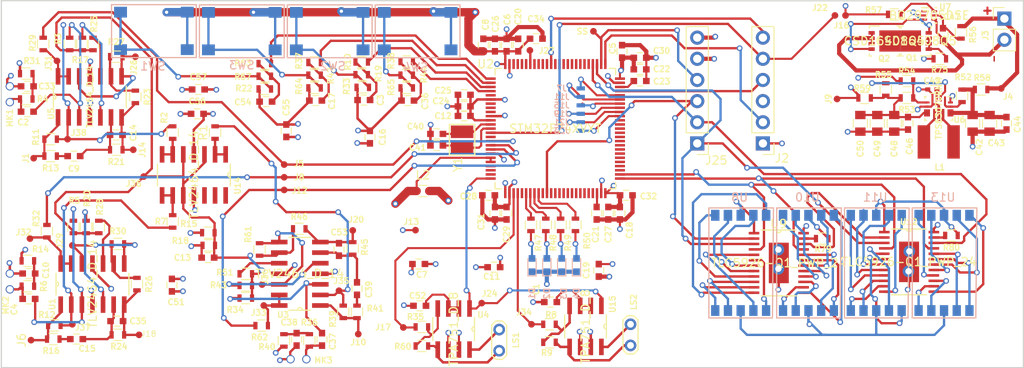
<source format=kicad_pcb>
(kicad_pcb (version 4) (host pcbnew 4.0.4-stable)
  (layers (0 F.Cu signal) (1 In1.Cu power hide) (2 In2.Cu power hide) (31 B.Cu signal) (36 B.SilkS user) (37 F.SilkS user) (38 B.Mask user) (39 F.Mask user) (44 Edge.Cuts user))
  (net 0 "")
  (net 1 GND)
  (net 2 "Net-(C1-Pad2)")
  (net 3 "Net-(C3-Pad2)")
  (net 4 VDD)
  (net 5 VDDA)
  (net 6 "Net-(C9-Pad2)")
  (net 7 "Net-(C10-Pad2)")
  (net 8 "Net-(C21-Pad2)")
  (net 9 "Net-(C23-Pad2)")
  (net 10 "Net-(C33-Pad2)")
  (net 11 /OSC_IN)
  (net 12 /OSC_OUT)
  (net 13 "Net-(C42-Pad2)")
  (net 14 "Net-(C45-Pad2)")
  (net 15 "Net-(C46-Pad2)")
  (net 16 "Net-(C47-Pad2)")
  (net 17 "Net-(C52-Pad2)")
  (net 18 "Net-(C54-Pad2)")
  (net 19 "Net-(D1-Pad2)")
  (net 20 "Net-(D2-Pad2)")
  (net 21 "Net-(D3-Pad2)")
  (net 22 "Net-(D4-Pad2)")
  (net 23 /TCK)
  (net 24 /TMS)
  (net 25 /NRST)
  (net 26 /SWO)
  (net 27 /Batt+)
  (net 28 /In11)
  (net 29 /SCK)
  (net 30 /In12)
  (net 31 /MISO)
  (net 32 /In13)
  (net 33 /MOSI)
  (net 34 /Pop_Sup)
  (net 35 /BOOT0)
  (net 36 "Net-(L1-Pad1)")
  (net 37 "Net-(L1-Pad2)")
  (net 38 "Net-(LS1-Pad1)")
  (net 39 "Net-(LS1-Pad2)")
  (net 40 "Net-(Q1-Pad4)")
  (net 41 "Net-(Q1-Pad5)")
  (net 42 "Net-(Q2-Pad4)")
  (net 43 "Net-(R35-Pad2)")
  (net 44 /LED_R)
  (net 45 /LED_B)
  (net 46 /LED_Y)
  (net 47 /LED_G)
  (net 48 "Net-(R52-Pad2)")
  (net 49 "Net-(R53-Pad2)")
  (net 50 "Net-(R55-Pad2)")
  (net 51 "Net-(R57-Pad2)")
  (net 52 /UserBtn1)
  (net 53 /UserBtn3)
  (net 54 /UserBtn2)
  (net 55 /UserBtn4)
  (net 56 "Net-(R79-Pad2)")
  (net 57 "Net-(R80-Pad2)")
  (net 58 "Net-(U8-Pad5)")
  (net 59 "Net-(U8-Pad4)")
  (net 60 "Net-(U8-Pad2)")
  (net 61 "Net-(U8-Pad1)")
  (net 62 "Net-(U8-Pad6)")
  (net 63 "Net-(U8-Pad7)")
  (net 64 "Net-(U8-Pad9)")
  (net 65 "Net-(U8-Pad10)")
  (net 66 "Net-(U10-Pad5)")
  (net 67 "Net-(U10-Pad4)")
  (net 68 "Net-(U10-Pad2)")
  (net 69 "Net-(U10-Pad1)")
  (net 70 "Net-(U10-Pad6)")
  (net 71 "Net-(U10-Pad7)")
  (net 72 "Net-(U10-Pad9)")
  (net 73 "Net-(U10-Pad10)")
  (net 74 "Net-(U11-Pad5)")
  (net 75 "Net-(U11-Pad4)")
  (net 76 "Net-(U11-Pad2)")
  (net 77 "Net-(U11-Pad1)")
  (net 78 "Net-(U11-Pad6)")
  (net 79 "Net-(U11-Pad7)")
  (net 80 "Net-(U11-Pad9)")
  (net 81 "Net-(U11-Pad10)")
  (net 82 "Net-(U12-Pad13)")
  (net 83 "Net-(U12-Pad18)")
  (net 84 "Net-(U12-Pad17)")
  (net 85 "Net-(U12-Pad16)")
  (net 86 "Net-(U12-Pad19)")
  (net 87 "Net-(U12-Pad20)")
  (net 88 "Net-(U12-Pad15)")
  (net 89 "Net-(U12-Pad14)")
  (net 90 "Net-(U12-Pad2)")
  (net 91 /Batt-)
  (net 92 "Net-(Q1-Pad1)")
  (net 93 /u1a+)
  (net 94 /u2a+)
  (net 95 /u1b-)
  (net 96 /u1bo)
  (net 97 "Net-(C15-Pad2)")
  (net 98 /u2b-)
  (net 99 /u2bo)
  (net 100 "Net-(C36-Pad2)")
  (net 101 /u3a+)
  (net 102 "Net-(C38-Pad2)")
  (net 103 "Net-(C39-Pad2)")
  (net 104 /u3b-)
  (net 105 /u3bo)
  (net 106 /u1a-)
  (net 107 /u2a-)
  (net 108 /u1ao)
  (net 109 /u2ao)
  (net 110 /u1b+)
  (net 111 /u2b+)
  (net 112 /u1c-)
  (net 113 /u1c+)
  (net 114 /u2c-)
  (net 115 /u1co)
  (net 116 /u2c+)
  (net 117 /u1d-)
  (net 118 /u2co)
  (net 119 /u2d-)
  (net 120 /u3a-)
  (net 121 /u3ao)
  (net 122 /u3b+)
  (net 123 /u3c-)
  (net 124 /u3c+)
  (net 125 /u3co)
  (net 126 /u3d-)
  (net 127 "Net-(C2-Pad2)")
  (net 128 "Net-(C4-Pad2)")
  (net 129 /Com_165)
  (net 130 "Net-(C17-Pad2)")
  (net 131 "Net-(C37-Pad2)")
  (net 132 /DAC_O1)
  (net 133 /SS)
  (net 134 /DAC_O2)
  (net 135 "Net-(LS2-Pad1)")
  (net 136 "Net-(LS2-Pad2)")
  (net 137 /u4a-)
  (net 138 /u4b-)
  (net 139 /u4c-)
  (net 140 "Net-(R8-Pad2)")
  (net 141 "Net-(R19-Pad2)")
  (net 142 "Net-(R22-Pad1)")
  (net 143 "Net-(R42-Pad2)")
  (net 144 "Net-(R44-Pad2)")
  (net 145 /Driver_oE)
  (net 146 /Driver_inE)
  (net 147 /GPIO_6)
  (net 148 /GPIO_5)
  (net 149 /GPIO_4)
  (net 150 /GPIO_3)
  (net 151 /GPIO_2)
  (net 152 /GPIO_1)
  (net 153 "Net-(U2-Pad5)")
  (net 154 "Net-(U2-Pad7)")
  (net 155 "Net-(U2-Pad8)")
  (net 156 "Net-(U2-Pad9)")
  (net 157 "Net-(U2-Pad15)")
  (net 158 "Net-(U2-Pad22)")
  (net 159 "Net-(U2-Pad23)")
  (net 160 "Net-(U2-Pad24)")
  (net 161 "Net-(U2-Pad30)")
  (net 162 "Net-(U2-Pad35)")
  (net 163 "Net-(U2-Pad37)")
  (net 164 "Net-(U2-Pad38)")
  (net 165 "Net-(U2-Pad39)")
  (net 166 "Net-(U2-Pad40)")
  (net 167 "Net-(U2-Pad41)")
  (net 168 "Net-(U2-Pad42)")
  (net 169 "Net-(U2-Pad43)")
  (net 170 "Net-(U2-Pad44)")
  (net 171 "Net-(U2-Pad45)")
  (net 172 "Net-(U2-Pad46)")
  (net 173 "Net-(U2-Pad47)")
  (net 174 "Net-(U2-Pad53)")
  (net 175 "Net-(U2-Pad54)")
  (net 176 "Net-(U2-Pad55)")
  (net 177 "Net-(U2-Pad56)")
  (net 178 "Net-(U2-Pad57)")
  (net 179 "Net-(U2-Pad58)")
  (net 180 "Net-(U2-Pad59)")
  (net 181 "Net-(U2-Pad60)")
  (net 182 "Net-(U2-Pad61)")
  (net 183 "Net-(U2-Pad62)")
  (net 184 "Net-(U2-Pad63)")
  (net 185 "Net-(U2-Pad64)")
  (net 186 "Net-(U2-Pad65)")
  (net 187 "Net-(U2-Pad80)")
  (net 188 "Net-(U2-Pad81)")
  (net 189 "Net-(U2-Pad82)")
  (net 190 "Net-(U2-Pad83)")
  (net 191 "Net-(U2-Pad84)")
  (net 192 "Net-(U2-Pad85)")
  (net 193 "Net-(U2-Pad86)")
  (net 194 "Net-(U2-Pad87)")
  (net 195 "Net-(U2-Pad88)")
  (net 196 "Net-(U2-Pad90)")
  (net 197 "Net-(U2-Pad91)")
  (net 198 "Net-(U2-Pad92)")
  (net 199 "Net-(U2-Pad93)")
  (net 200 "Net-(U2-Pad95)")
  (net 201 "Net-(U2-Pad96)")
  (net 202 "Net-(U2-Pad97)")
  (net 203 "Net-(U2-Pad98)")
  (net 204 "Net-(U7-Pad1)")
  (net 205 "Net-(U14-Pad12)")
  (net 206 "Net-(U14-Pad13)")
  (net 207 "Net-(U14-Pad14)")
  (module custom:TLV2464_D_14 (layer F.Cu) (at 128.651 134.239 90)
    (fp_text reference U1 (at -2.413 -4.826 90) (layer F.SilkS) (effects (font (size 0.7 0.7))))
    (fp_text value TLV2464_D_14 (at 0 0 90) (layer F.SilkS))
    (pad 1 smd rect (at -2.4638 -3.81 90) (size 1.9812 0.5588) (layers F.Cu F.Mask) (net 109 /u2ao))
    (pad 2 smd rect (at -2.4638 -2.54 90) (size 1.9812 0.5588) (layers F.Cu F.Mask) (net 107 /u2a-))
    (pad 3 smd rect (at -2.4638 -1.27 90) (size 1.9812 0.5588) (layers F.Cu F.Mask) (net 94 /u2a+))
    (pad 4 smd rect (at -2.4638 0 90) (size 1.9812 0.5588) (layers F.Cu F.Mask) (net 5 VDDA))
    (pad 5 smd rect (at -2.4638 1.27 90) (size 1.9812 0.5588) (layers F.Cu F.Mask) (net 111 /u2b+))
    (pad 6 smd rect (at -2.4638 2.54 90) (size 1.9812 0.5588) (layers F.Cu F.Mask) (net 98 /u2b-))
    (pad 7 smd rect (at -2.4638 3.81 90) (size 1.9812 0.5588) (layers F.Cu F.Mask) (net 99 /u2bo))
    (pad 8 smd rect (at 2.4638 3.81 90) (size 1.9812 0.5588) (layers F.Cu F.Mask) (net 118 /u2co))
    (pad 9 smd rect (at 2.4638 2.54 90) (size 1.9812 0.5588) (layers F.Cu F.Mask) (net 114 /u2c-))
    (pad 10 smd rect (at 2.4638 1.27 90) (size 1.9812 0.5588) (layers F.Cu F.Mask) (net 116 /u2c+))
    (pad 11 smd rect (at 2.4638 0 90) (size 1.9812 0.5588) (layers F.Cu F.Mask) (net 1 GND))
    (pad 12 smd rect (at 2.4638 -1.27 90) (size 1.9812 0.5588) (layers F.Cu F.Mask) (net 118 /u2co))
    (pad 13 smd rect (at 2.4638 -2.54 90) (size 1.9812 0.5588) (layers F.Cu F.Mask) (net 119 /u2d-))
    (pad 14 smd rect (at 2.4638 -3.81 90) (size 1.9812 0.5588) (layers F.Cu F.Mask) (net 119 /u2d-))
  )
  (module custom:STM32F74XVXT (layer F.Cu) (at 184.15 115.57)
    (fp_text reference U2 (at -8.3566 -7.747) (layer F.SilkS))
    (fp_text value STM32F74XVXT (at 0 0) (layer F.SilkS))
    (pad 1 smd rect (at -7.75 -6.000001) (size 1.2 0.3) (layers F.Cu F.Mask) (net 52 /UserBtn1))
    (pad 2 smd rect (at -7.75 -5.499999) (size 1.2 0.3) (layers F.Cu F.Mask) (net 54 /UserBtn2))
    (pad 3 smd rect (at -7.75 -5) (size 1.2 0.3) (layers F.Cu F.Mask) (net 53 /UserBtn3))
    (pad 4 smd rect (at -7.75 -4.500001) (size 1.2 0.3) (layers F.Cu F.Mask) (net 55 /UserBtn4))
    (pad 5 smd rect (at -7.75 -4) (size 1.2 0.3) (layers F.Cu F.Mask) (net 153 "Net-(U2-Pad5)"))
    (pad 6 smd rect (at -7.75 -3.500001) (size 1.2 0.3) (layers F.Cu F.Mask) (net 4 VDD))
    (pad 7 smd rect (at -7.75 -2.999999) (size 1.2 0.3) (layers F.Cu F.Mask) (net 154 "Net-(U2-Pad7)"))
    (pad 8 smd rect (at -7.75 -2.5) (size 1.2 0.3) (layers F.Cu F.Mask) (net 155 "Net-(U2-Pad8)"))
    (pad 9 smd rect (at -7.75 -2.000001) (size 1.2 0.3) (layers F.Cu F.Mask) (net 156 "Net-(U2-Pad9)"))
    (pad 10 smd rect (at -7.75 -1.5) (size 1.2 0.3) (layers F.Cu F.Mask) (net 1 GND))
    (pad 11 smd rect (at -7.75 -1.000001) (size 1.2 0.3) (layers F.Cu F.Mask) (net 4 VDD))
    (pad 12 smd rect (at -7.75 -0.500002) (size 1.2 0.3) (layers F.Cu F.Mask) (net 11 /OSC_IN))
    (pad 13 smd rect (at -7.75 0) (size 1.2 0.3) (layers F.Cu F.Mask) (net 12 /OSC_OUT))
    (pad 14 smd rect (at -7.75 0.499999) (size 1.2 0.3) (layers F.Cu F.Mask) (net 25 /NRST))
    (pad 15 smd rect (at -7.75 1.000001) (size 1.2 0.3) (layers F.Cu F.Mask) (net 157 "Net-(U2-Pad15)"))
    (pad 16 smd rect (at -7.75 1.5) (size 1.2 0.3) (layers F.Cu F.Mask) (net 28 /In11))
    (pad 17 smd rect (at -7.75 1.999999) (size 1.2 0.3) (layers F.Cu F.Mask) (net 30 /In12))
    (pad 18 smd rect (at -7.75 2.5) (size 1.2 0.3) (layers F.Cu F.Mask) (net 32 /In13))
    (pad 19 smd rect (at -7.75 2.999999) (size 1.2 0.3) (layers F.Cu F.Mask) (net 1 GND))
    (pad 20 smd rect (at -7.75 3.500001) (size 1.2 0.3) (layers F.Cu F.Mask) (net 5 VDDA))
    (pad 21 smd rect (at -7.75 4) (size 1.2 0.3) (layers F.Cu F.Mask) (net 5 VDDA))
    (pad 22 smd rect (at -7.75 4.499999) (size 1.2 0.3) (layers F.Cu F.Mask) (net 158 "Net-(U2-Pad22)"))
    (pad 23 smd rect (at -7.75 5) (size 1.2 0.3) (layers F.Cu F.Mask) (net 159 "Net-(U2-Pad23)"))
    (pad 24 smd rect (at -7.75 5.499999) (size 1.2 0.3) (layers F.Cu F.Mask) (net 160 "Net-(U2-Pad24)"))
    (pad 25 smd rect (at -7.75 6.000001) (size 1.2 0.3) (layers F.Cu F.Mask) (net 34 /Pop_Sup))
    (pad 26 smd rect (at -6.000001 7.75 90) (size 1.2 0.3) (layers F.Cu F.Mask) (net 1 GND))
    (pad 27 smd rect (at -5.499999 7.75 90) (size 1.2 0.3) (layers F.Cu F.Mask) (net 4 VDD))
    (pad 28 smd rect (at -5 7.75 90) (size 1.2 0.3) (layers F.Cu F.Mask) (net 132 /DAC_O1))
    (pad 29 smd rect (at -4.500001 7.75 90) (size 1.2 0.3) (layers F.Cu F.Mask) (net 134 /DAC_O2))
    (pad 30 smd rect (at -4 7.75 90) (size 1.2 0.3) (layers F.Cu F.Mask) (net 161 "Net-(U2-Pad30)"))
    (pad 31 smd rect (at -3.500001 7.75 90) (size 1.2 0.3) (layers F.Cu F.Mask) (net 44 /LED_R))
    (pad 32 smd rect (at -2.999999 7.75 90) (size 1.2 0.3) (layers F.Cu F.Mask) (net 45 /LED_B))
    (pad 33 smd rect (at -2.5 7.75 90) (size 1.2 0.3) (layers F.Cu F.Mask) (net 46 /LED_Y))
    (pad 34 smd rect (at -2.000001 7.75 90) (size 1.2 0.3) (layers F.Cu F.Mask) (net 47 /LED_G))
    (pad 35 smd rect (at -1.5 7.75 90) (size 1.2 0.3) (layers F.Cu F.Mask) (net 162 "Net-(U2-Pad35)"))
    (pad 36 smd rect (at -1.000001 7.75 90) (size 1.2 0.3) (layers F.Cu F.Mask) (net 33 /MOSI))
    (pad 37 smd rect (at -0.499999 7.75 90) (size 1.2 0.3) (layers F.Cu F.Mask) (net 163 "Net-(U2-Pad37)"))
    (pad 38 smd rect (at 0 7.75 90) (size 1.2 0.3) (layers F.Cu F.Mask) (net 164 "Net-(U2-Pad38)"))
    (pad 39 smd rect (at 0.499999 7.75 90) (size 1.2 0.3) (layers F.Cu F.Mask) (net 165 "Net-(U2-Pad39)"))
    (pad 40 smd rect (at 1.000001 7.75 90) (size 1.2 0.3) (layers F.Cu F.Mask) (net 166 "Net-(U2-Pad40)"))
    (pad 41 smd rect (at 1.5 7.75 90) (size 1.2 0.3) (layers F.Cu F.Mask) (net 167 "Net-(U2-Pad41)"))
    (pad 42 smd rect (at 2.000001 7.75 90) (size 1.2 0.3) (layers F.Cu F.Mask) (net 168 "Net-(U2-Pad42)"))
    (pad 43 smd rect (at 2.5 7.75 90) (size 1.2 0.3) (layers F.Cu F.Mask) (net 169 "Net-(U2-Pad43)"))
    (pad 44 smd rect (at 2.999999 7.75 90) (size 1.2 0.3) (layers F.Cu F.Mask) (net 170 "Net-(U2-Pad44)"))
    (pad 45 smd rect (at 3.500001 7.75 90) (size 1.2 0.3) (layers F.Cu F.Mask) (net 171 "Net-(U2-Pad45)"))
    (pad 46 smd rect (at 4 7.75 90) (size 1.2 0.3) (layers F.Cu F.Mask) (net 172 "Net-(U2-Pad46)"))
    (pad 47 smd rect (at 4.500001 7.75 90) (size 1.2 0.3) (layers F.Cu F.Mask) (net 173 "Net-(U2-Pad47)"))
    (pad 48 smd rect (at 5 7.75 90) (size 1.2 0.3) (layers F.Cu F.Mask) (net 8 "Net-(C21-Pad2)"))
    (pad 49 smd rect (at 5.499999 7.75 90) (size 1.2 0.3) (layers F.Cu F.Mask) (net 1 GND))
    (pad 50 smd rect (at 6.000001 7.75 90) (size 1.2 0.3) (layers F.Cu F.Mask) (net 4 VDD))
    (pad 51 smd rect (at 7.75 6.000001) (size 1.2 0.3) (layers F.Cu F.Mask) (net 145 /Driver_oE))
    (pad 52 smd rect (at 7.75 5.499999) (size 1.2 0.3) (layers F.Cu F.Mask) (net 146 /Driver_inE))
    (pad 53 smd rect (at 7.75 5) (size 1.2 0.3) (layers F.Cu F.Mask) (net 174 "Net-(U2-Pad53)"))
    (pad 54 smd rect (at 7.75 4.500001) (size 1.2 0.3) (layers F.Cu F.Mask) (net 175 "Net-(U2-Pad54)"))
    (pad 55 smd rect (at 7.75 4) (size 1.2 0.3) (layers F.Cu F.Mask) (net 176 "Net-(U2-Pad55)"))
    (pad 56 smd rect (at 7.75 3.500001) (size 1.2 0.3) (layers F.Cu F.Mask) (net 177 "Net-(U2-Pad56)"))
    (pad 57 smd rect (at 7.75 2.999999) (size 1.2 0.3) (layers F.Cu F.Mask) (net 178 "Net-(U2-Pad57)"))
    (pad 58 smd rect (at 7.75 2.5) (size 1.2 0.3) (layers F.Cu F.Mask) (net 179 "Net-(U2-Pad58)"))
    (pad 59 smd rect (at 7.75 2.000001) (size 1.2 0.3) (layers F.Cu F.Mask) (net 180 "Net-(U2-Pad59)"))
    (pad 60 smd rect (at 7.75 1.5) (size 1.2 0.3) (layers F.Cu F.Mask) (net 181 "Net-(U2-Pad60)"))
    (pad 61 smd rect (at 7.75 1.000001) (size 1.2 0.3) (layers F.Cu F.Mask) (net 182 "Net-(U2-Pad61)"))
    (pad 62 smd rect (at 7.75 0.499999) (size 1.2 0.3) (layers F.Cu F.Mask) (net 183 "Net-(U2-Pad62)"))
    (pad 63 smd rect (at 7.75 0) (size 1.2 0.3) (layers F.Cu F.Mask) (net 184 "Net-(U2-Pad63)"))
    (pad 64 smd rect (at 7.75 -0.499999) (size 1.2 0.3) (layers F.Cu F.Mask) (net 185 "Net-(U2-Pad64)"))
    (pad 65 smd rect (at 7.75 -1.000001) (size 1.2 0.3) (layers F.Cu F.Mask) (net 186 "Net-(U2-Pad65)"))
    (pad 66 smd rect (at 7.75 -1.5) (size 1.2 0.3) (layers F.Cu F.Mask) (net 147 /GPIO_6))
    (pad 67 smd rect (at 7.75 -2.000001) (size 1.2 0.3) (layers F.Cu F.Mask) (net 148 /GPIO_5))
    (pad 68 smd rect (at 7.75 -2.5) (size 1.2 0.3) (layers F.Cu F.Mask) (net 149 /GPIO_4))
    (pad 69 smd rect (at 7.75 -2.999999) (size 1.2 0.3) (layers F.Cu F.Mask) (net 150 /GPIO_3))
    (pad 70 smd rect (at 7.75 -3.500001) (size 1.2 0.3) (layers F.Cu F.Mask) (net 151 /GPIO_2))
    (pad 71 smd rect (at 7.75 -4) (size 1.2 0.3) (layers F.Cu F.Mask) (net 152 /GPIO_1))
    (pad 72 smd rect (at 7.75 -4.500001) (size 1.2 0.3) (layers F.Cu F.Mask) (net 24 /TMS))
    (pad 73 smd rect (at 7.75 -5) (size 1.2 0.3) (layers F.Cu F.Mask) (net 9 "Net-(C23-Pad2)"))
    (pad 74 smd rect (at 7.75 -5.499999) (size 1.2 0.3) (layers F.Cu F.Mask) (net 1 GND))
    (pad 75 smd rect (at 7.75 -6.000001) (size 1.2 0.3) (layers F.Cu F.Mask) (net 4 VDD))
    (pad 76 smd rect (at 6.000001 -7.75 90) (size 1.2 0.3) (layers F.Cu F.Mask) (net 23 /TCK))
    (pad 77 smd rect (at 5.499999 -7.75 90) (size 1.2 0.3) (layers F.Cu F.Mask) (net 133 /SS))
    (pad 78 smd rect (at 5 -7.75 90) (size 1.2 0.3) (layers F.Cu F.Mask) (net 29 /SCK))
    (pad 79 smd rect (at 4.500001 -7.75 90) (size 1.2 0.3) (layers F.Cu F.Mask) (net 31 /MISO))
    (pad 80 smd rect (at 4 -7.75 90) (size 1.2 0.3) (layers F.Cu F.Mask) (net 187 "Net-(U2-Pad80)"))
    (pad 81 smd rect (at 3.500001 -7.75 90) (size 1.2 0.3) (layers F.Cu F.Mask) (net 188 "Net-(U2-Pad81)"))
    (pad 82 smd rect (at 2.999999 -7.75 90) (size 1.2 0.3) (layers F.Cu F.Mask) (net 189 "Net-(U2-Pad82)"))
    (pad 83 smd rect (at 2.5 -7.75 90) (size 1.2 0.3) (layers F.Cu F.Mask) (net 190 "Net-(U2-Pad83)"))
    (pad 84 smd rect (at 2.000001 -7.75 90) (size 1.2 0.3) (layers F.Cu F.Mask) (net 191 "Net-(U2-Pad84)"))
    (pad 85 smd rect (at 1.5 -7.75 90) (size 1.2 0.3) (layers F.Cu F.Mask) (net 192 "Net-(U2-Pad85)"))
    (pad 86 smd rect (at 1.000001 -7.75 90) (size 1.2 0.3) (layers F.Cu F.Mask) (net 193 "Net-(U2-Pad86)"))
    (pad 87 smd rect (at 0.499999 -7.75 90) (size 1.2 0.3) (layers F.Cu F.Mask) (net 194 "Net-(U2-Pad87)"))
    (pad 88 smd rect (at 0 -7.75 90) (size 1.2 0.3) (layers F.Cu F.Mask) (net 195 "Net-(U2-Pad88)"))
    (pad 89 smd rect (at -0.499999 -7.75 90) (size 1.2 0.3) (layers F.Cu F.Mask) (net 26 /SWO))
    (pad 90 smd rect (at -1.000001 -7.75 90) (size 1.2 0.3) (layers F.Cu F.Mask) (net 196 "Net-(U2-Pad90)"))
    (pad 91 smd rect (at -1.5 -7.75 90) (size 1.2 0.3) (layers F.Cu F.Mask) (net 197 "Net-(U2-Pad91)"))
    (pad 92 smd rect (at -2.000001 -7.75 90) (size 1.2 0.3) (layers F.Cu F.Mask) (net 198 "Net-(U2-Pad92)"))
    (pad 93 smd rect (at -2.5 -7.75 90) (size 1.2 0.3) (layers F.Cu F.Mask) (net 199 "Net-(U2-Pad93)"))
    (pad 94 smd rect (at -2.999999 -7.75 90) (size 1.2 0.3) (layers F.Cu F.Mask) (net 35 /BOOT0))
    (pad 95 smd rect (at -3.500001 -7.75 90) (size 1.2 0.3) (layers F.Cu F.Mask) (net 200 "Net-(U2-Pad95)"))
    (pad 96 smd rect (at -4 -7.75 90) (size 1.2 0.3) (layers F.Cu F.Mask) (net 201 "Net-(U2-Pad96)"))
    (pad 97 smd rect (at -4.500001 -7.75 90) (size 1.2 0.3) (layers F.Cu F.Mask) (net 202 "Net-(U2-Pad97)"))
    (pad 98 smd rect (at -5 -7.75 90) (size 1.2 0.3) (layers F.Cu F.Mask) (net 203 "Net-(U2-Pad98)"))
    (pad 99 smd rect (at -5.499999 -7.75 90) (size 1.2 0.3) (layers F.Cu F.Mask) (net 1 GND))
    (pad 100 smd rect (at -6.000001 -7.75 90) (size 1.2 0.3) (layers F.Cu F.Mask) (net 4 VDD))
  )
  (module Capacitors_SMD:C_0603 (layer F.Cu) (at 167.767 131.826)
    (fp_text reference C7 (at 0.381 1.27) (layer F.SilkS) (effects (font (size 0.7 0.7))))
    (fp_text value 100nF)
    (pad 2 smd rect (at 0.75 0) (size 0.8 0.75) (layers F.Cu F.Mask) (net 5 VDDA))
    (pad 1 smd rect (at -0.75 0) (size 0.8 0.75) (layers F.Cu F.Mask) (net 1 GND))
  )
  (module custom:TLC5926-Q1_PWP_24 (layer F.Cu) (at 210.947 131.699)
    (fp_text reference U9 (at -0.0254 -4.68884) (layer F.SilkS))
    (fp_text value TLC5926-Q1_PWP_24 (at 0 0) (layer F.SilkS))
    (pad 1 smd rect (at -2.9718 -3.575063) (size 1.27 0.3048) (layers F.Cu F.Mask) (net 1 GND))
    (pad 2 smd rect (at -2.9718 -2.925051) (size 1.27 0.3048) (layers F.Cu F.Mask) (net 33 /MOSI))
    (pad 3 smd rect (at -2.9718 -2.27504) (size 1.27 0.3048) (layers F.Cu F.Mask) (net 29 /SCK))
    (pad 4 smd rect (at -2.9718 -1.625028) (size 1.27 0.3048) (layers F.Cu F.Mask) (net 146 /Driver_inE))
    (pad 5 smd rect (at -2.9718 -0.975017) (size 1.27 0.3048) (layers F.Cu F.Mask) (net 63 "Net-(U8-Pad7)"))
    (pad 6 smd rect (at -2.9718 -0.325006) (size 1.27 0.3048) (layers F.Cu F.Mask) (net 62 "Net-(U8-Pad6)"))
    (pad 7 smd rect (at -2.9718 0.325006) (size 1.27 0.3048) (layers F.Cu F.Mask) (net 59 "Net-(U8-Pad4)"))
    (pad 8 smd rect (at -2.9718 0.975017) (size 1.27 0.3048) (layers F.Cu F.Mask) (net 60 "Net-(U8-Pad2)"))
    (pad 9 smd rect (at -2.9718 1.625028) (size 1.27 0.3048) (layers F.Cu F.Mask) (net 61 "Net-(U8-Pad1)"))
    (pad 10 smd rect (at -2.9718 2.27504) (size 1.27 0.3048) (layers F.Cu F.Mask) (net 64 "Net-(U8-Pad9)"))
    (pad 11 smd rect (at -2.9718 2.925051) (size 1.27 0.3048) (layers F.Cu F.Mask) (net 65 "Net-(U8-Pad10)"))
    (pad 12 smd rect (at -2.9718 3.575063) (size 1.27 0.3048) (layers F.Cu F.Mask) (net 58 "Net-(U8-Pad5)"))
    (pad 13 smd rect (at 2.9718 3.575063) (size 1.27 0.3048) (layers F.Cu F.Mask) (net 66 "Net-(U10-Pad5)"))
    (pad 14 smd rect (at 2.9718 2.925051) (size 1.27 0.3048) (layers F.Cu F.Mask) (net 73 "Net-(U10-Pad10)"))
    (pad 15 smd rect (at 2.9718 2.27504) (size 1.27 0.3048) (layers F.Cu F.Mask) (net 72 "Net-(U10-Pad9)"))
    (pad 16 smd rect (at 2.9718 1.625028) (size 1.27 0.3048) (layers F.Cu F.Mask) (net 69 "Net-(U10-Pad1)"))
    (pad 17 smd rect (at 2.9718 0.975017) (size 1.27 0.3048) (layers F.Cu F.Mask) (net 68 "Net-(U10-Pad2)"))
    (pad 18 smd rect (at 2.9718 0.325006) (size 1.27 0.3048) (layers F.Cu F.Mask) (net 67 "Net-(U10-Pad4)"))
    (pad 19 smd rect (at 2.9718 -0.325006) (size 1.27 0.3048) (layers F.Cu F.Mask) (net 70 "Net-(U10-Pad6)"))
    (pad 20 smd rect (at 2.9718 -0.975017) (size 1.27 0.3048) (layers F.Cu F.Mask) (net 71 "Net-(U10-Pad7)"))
    (pad 21 smd rect (at 2.9718 -1.625028) (size 1.27 0.3048) (layers F.Cu F.Mask) (net 145 /Driver_oE))
    (pad 22 smd rect (at 2.9718 -2.27504) (size 1.27 0.3048) (layers F.Cu F.Mask) (net 90 "Net-(U12-Pad2)"))
    (pad 23 smd rect (at 2.9718 -2.925051) (size 1.27 0.3048) (layers F.Cu F.Mask) (net 56 "Net-(R79-Pad2)"))
    (pad 24 smd rect (at 2.9718 -3.575063) (size 1.27 0.3048) (layers F.Cu F.Mask) (net 4 VDD))
    (pad 25 smd rect (at 0 0) (size 2.4 4.87) (layers F.Cu F.Mask) (net 1 GND))
  )
  (module Resistors_SMD:R_0603 (layer F.Cu) (at 128.7145 105.41 90)
    (fp_text reference R25 (at 2.413 0.127 90) (layer F.SilkS) (effects (font (size 0.7 0.7))))
    (fp_text value 1K)
    (pad 1 smd rect (at -0.75 0 90) (size 0.5 0.9) (layers F.Cu F.Mask) (net 129 /Com_165))
    (pad 2 smd rect (at 0.75 0 90) (size 0.5 0.9) (layers F.Cu F.Mask) (net 113 /u1c+))
  )
  (module Capacitors_SMD:C_0603 (layer F.Cu) (at 192.151 106.299 90)
    (fp_text reference C5 (at 0.3556 -1.13284 90) (layer F.SilkS) (effects (font (size 0.7 0.7))))
    (fp_text value 1uF)
    (pad 2 smd rect (at 0.75 0 90) (size 0.8 0.75) (layers F.Cu F.Mask) (net 1 GND))
    (pad 1 smd rect (at -0.75 0 90) (size 0.8 0.75) (layers F.Cu F.Mask) (net 4 VDD))
  )
  (module Capacitors_SMD:C_0603 (layer F.Cu) (at 178.308 105.537 270)
    (fp_text reference C6 (at -3.06832 -0.08128 270) (layer F.SilkS) (effects (font (size 0.7 0.7))))
    (fp_text value 100nF)
    (pad 2 smd rect (at 0.75 0 270) (size 0.8 0.75) (layers F.Cu F.Mask) (net 4 VDD))
    (pad 1 smd rect (at -0.75 0 270) (size 0.8 0.75) (layers F.Cu F.Mask) (net 1 GND))
  )
  (module Capacitors_SMD:C_0603 (layer F.Cu) (at 175.514 105.537 270)
    (fp_text reference C8 (at -2.44856 -0.26924 270) (layer F.SilkS) (effects (font (size 0.7 0.7))))
    (fp_text value 100nF)
    (pad 2 smd rect (at 0.75 0 270) (size 0.8 0.75) (layers F.Cu F.Mask) (net 4 VDD))
    (pad 1 smd rect (at -0.75 0 270) (size 0.8 0.75) (layers F.Cu F.Mask) (net 1 GND))
  )
  (module Capacitors_SMD:C_0603 (layer F.Cu) (at 176.784 132.207 180)
    (fp_text reference C11 (at 0.254 -1.143 180) (layer F.SilkS) (effects (font (size 0.7 0.7))))
    (fp_text value 1uF)
    (pad 2 smd rect (at 0.75 0 180) (size 0.8 0.75) (layers F.Cu F.Mask) (net 5 VDDA))
    (pad 1 smd rect (at -0.75 0 180) (size 0.8 0.75) (layers F.Cu F.Mask) (net 1 GND))
  )
  (module Capacitors_SMD:C_0603 (layer F.Cu) (at 173.228 114.046)
    (fp_text reference C12 (at -2.54 0) (layer F.SilkS) (effects (font (size 0.7 0.7))))
    (fp_text value 100nF)
    (pad 2 smd rect (at 0.75 0) (size 0.8 0.75) (layers F.Cu F.Mask) (net 4 VDD))
    (pad 1 smd rect (at -0.75 0) (size 0.8 0.75) (layers F.Cu F.Mask) (net 1 GND))
  )
  (module Capacitors_SMD:C_0603 (layer F.Cu) (at 161.925 116.586 270)
    (fp_text reference C16 (at 0 -1.5 270) (layer F.SilkS) (effects (font (size 0.7 0.7))))
    (fp_text value 10uF)
    (pad 2 smd rect (at 0.75 0 270) (size 0.8 0.75) (layers F.Cu F.Mask) (net 5 VDDA))
    (pad 1 smd rect (at -0.75 0 270) (size 0.8 0.75) (layers F.Cu F.Mask) (net 1 GND))
  )
  (module Capacitors_SMD:C_0603 (layer F.Cu) (at 191.897 125.73 90)
    (fp_text reference C18 (at -2.032 1.143 270) (layer F.SilkS) (effects (font (size 0.7 0.7))))
    (fp_text value 100nF)
    (pad 2 smd rect (at 0.75 0 90) (size 0.8 0.75) (layers F.Cu F.Mask) (net 4 VDD))
    (pad 1 smd rect (at -0.75 0 90) (size 0.8 0.75) (layers F.Cu F.Mask) (net 1 GND))
  )
  (module Capacitors_SMD:C_0603 (layer F.Cu) (at 189.357 132.588 90)
    (fp_text reference C19 (at 0 -1.5 90) (layer F.SilkS) (effects (font (size 0.7 0.7))))
    (fp_text value 10uF)
    (pad 2 smd rect (at 0.75 0 90) (size 0.8 0.75) (layers F.Cu F.Mask) (net 5 VDDA))
    (pad 1 smd rect (at -0.75 0 90) (size 0.8 0.75) (layers F.Cu F.Mask) (net 1 GND))
  )
  (module Capacitors_SMD:C_0603 (layer F.Cu) (at 179.705 105.537 270)
    (fp_text reference C20 (at -3.41884 0.01524 270) (layer F.SilkS) (effects (font (size 0.7 0.7))))
    (fp_text value 100nF)
    (pad 2 smd rect (at 0.75 0 270) (size 0.8 0.75) (layers F.Cu F.Mask) (net 4 VDD))
    (pad 1 smd rect (at -0.75 0 270) (size 0.8 0.75) (layers F.Cu F.Mask) (net 1 GND))
  )
  (module Capacitors_SMD:C_0603 (layer F.Cu) (at 189.103 125.73 90)
    (fp_text reference C21 (at -2.54 -0.127 90) (layer F.SilkS) (effects (font (size 0.7 0.7))))
    (fp_text value 2.2uF)
    (pad 2 smd rect (at 0.75 0 90) (size 0.8 0.75) (layers F.Cu F.Mask) (net 8 "Net-(C21-Pad2)"))
    (pad 1 smd rect (at -0.75 0 90) (size 0.8 0.75) (layers F.Cu F.Mask) (net 1 GND))
  )
  (module Capacitors_SMD:C_0603 (layer F.Cu) (at 194.31 108.458 180)
    (fp_text reference C22 (at -2.5908 0.04064 180) (layer F.SilkS) (effects (font (size 0.7 0.7))))
    (fp_text value 100nF)
    (pad 2 smd rect (at 0.75 0 180) (size 0.8 0.75) (layers F.Cu F.Mask) (net 4 VDD))
    (pad 1 smd rect (at -0.75 0 180) (size 0.8 0.75) (layers F.Cu F.Mask) (net 1 GND))
  )
  (module Capacitors_SMD:C_0603 (layer F.Cu) (at 194.31 109.855 180)
    (fp_text reference C23 (at -2.60604 -0.05588 180) (layer F.SilkS) (effects (font (size 0.7 0.7))))
    (fp_text value 2.2uF)
    (pad 2 smd rect (at 0.75 0 180) (size 0.8 0.75) (layers F.Cu F.Mask) (net 9 "Net-(C23-Pad2)"))
    (pad 1 smd rect (at -0.75 0 180) (size 0.8 0.75) (layers F.Cu F.Mask) (net 1 GND))
  )
  (module Capacitors_SMD:C_0603 (layer F.Cu) (at 173.228 112.903)
    (fp_text reference C24 (at -2.794 -0.635) (layer F.SilkS) (effects (font (size 0.7 0.7))))
    (fp_text value 100nF)
    (pad 2 smd rect (at 0.75 0) (size 0.8 0.75) (layers F.Cu F.Mask) (net 4 VDD))
    (pad 1 smd rect (at -0.75 0) (size 0.8 0.75) (layers F.Cu F.Mask) (net 1 GND))
  )
  (module Capacitors_SMD:C_0603 (layer F.Cu) (at 173.228 111.506)
    (fp_text reference C25 (at -2.54 -0.508) (layer F.SilkS) (effects (font (size 0.7 0.7))))
    (fp_text value 100nF)
    (pad 2 smd rect (at 0.75 0) (size 0.8 0.75) (layers F.Cu F.Mask) (net 4 VDD))
    (pad 1 smd rect (at -0.75 0) (size 0.8 0.75) (layers F.Cu F.Mask) (net 1 GND))
  )
  (module Capacitors_SMD:C_0603 (layer F.Cu) (at 176.911 105.537 270)
    (fp_text reference C26 (at -2.54 -0.07112 270) (layer F.SilkS) (effects (font (size 0.7 0.7))))
    (fp_text value 100nF)
    (pad 2 smd rect (at 0.75 0 270) (size 0.8 0.75) (layers F.Cu F.Mask) (net 4 VDD))
    (pad 1 smd rect (at -0.75 0 270) (size 0.8 0.75) (layers F.Cu F.Mask) (net 1 GND))
  )
  (module Capacitors_SMD:C_0603 (layer F.Cu) (at 190.5 125.73 90)
    (fp_text reference C27 (at -2.54 0 90) (layer F.SilkS) (effects (font (size 0.7 0.7))))
    (fp_text value 100nF)
    (pad 2 smd rect (at 0.75 0 90) (size 0.8 0.75) (layers F.Cu F.Mask) (net 4 VDD))
    (pad 1 smd rect (at -0.75 0 90) (size 0.8 0.75) (layers F.Cu F.Mask) (net 1 GND))
  )
  (module Capacitors_SMD:C_0603 (layer F.Cu) (at 176.149 123.571)
    (fp_text reference C28 (at -2.413 0.127) (layer F.SilkS) (effects (font (size 0.7 0.7))))
    (fp_text value 100nF)
    (pad 2 smd rect (at 0.75 0) (size 0.8 0.75) (layers F.Cu F.Mask) (net 4 VDD))
    (pad 1 smd rect (at -0.75 0) (size 0.8 0.75) (layers F.Cu F.Mask) (net 1 GND))
  )
  (module Capacitors_SMD:C_0603 (layer F.Cu) (at 178.308 125.73 90)
    (fp_text reference C29 (at -2.54 0 90) (layer F.SilkS) (effects (font (size 0.7 0.7))))
    (fp_text value 100nF)
    (pad 2 smd rect (at 0.75 0 90) (size 0.8 0.75) (layers F.Cu F.Mask) (net 4 VDD))
    (pad 1 smd rect (at -0.75 0 90) (size 0.8 0.75) (layers F.Cu F.Mask) (net 1 GND))
  )
  (module Capacitors_SMD:C_0603 (layer F.Cu) (at 194.31 107.061 180)
    (fp_text reference C30 (at -2.57556 0.8382 180) (layer F.SilkS) (effects (font (size 0.7 0.7))))
    (fp_text value 100nF)
    (pad 2 smd rect (at 0.75 0 180) (size 0.8 0.75) (layers F.Cu F.Mask) (net 4 VDD))
    (pad 1 smd rect (at -0.75 0 180) (size 0.8 0.75) (layers F.Cu F.Mask) (net 1 GND))
  )
  (module Capacitors_SMD:C_0603 (layer F.Cu) (at 176.911 125.73 90)
    (fp_text reference C31 (at -1.016 -1.651 90) (layer F.SilkS) (effects (font (size 0.7 0.7))))
    (fp_text value 100nF)
    (pad 2 smd rect (at 0.75 0 90) (size 0.8 0.75) (layers F.Cu F.Mask) (net 4 VDD))
    (pad 1 smd rect (at -0.75 0 90) (size 0.8 0.75) (layers F.Cu F.Mask) (net 1 GND))
  )
  (module Capacitors_SMD:C_0603 (layer F.Cu) (at 192.659 123.571 180)
    (fp_text reference C32 (at -2.667 -0.127 180) (layer F.SilkS) (effects (font (size 0.7 0.7))))
    (fp_text value 100nF)
    (pad 2 smd rect (at 0.75 0 180) (size 0.8 0.75) (layers F.Cu F.Mask) (net 4 VDD))
    (pad 1 smd rect (at -0.75 0 180) (size 0.8 0.75) (layers F.Cu F.Mask) (net 1 GND))
  )
  (module Capacitors_SMD:C_0603 (layer F.Cu) (at 181.864 104.775 180)
    (fp_text reference C34 (at 0.0254 2.37236 180) (layer F.SilkS) (effects (font (size 0.7 0.7))))
    (fp_text value 4.7uF)
    (pad 2 smd rect (at 0.75 0 180) (size 0.8 0.75) (layers F.Cu F.Mask) (net 4 VDD))
    (pad 1 smd rect (at -0.75 0 180) (size 0.8 0.75) (layers F.Cu F.Mask) (net 1 GND))
  )
  (module Capacitors_SMD:C_0603 (layer F.Cu) (at 166.4589 112.2045)
    (fp_text reference C36 (at 2.0701 0.0635 90) (layer F.SilkS) (effects (font (size 0.7 0.7))))
    (fp_text value 1uF)
    (pad 2 smd rect (at 0.75 0) (size 0.8 0.75) (layers F.Cu F.Mask) (net 100 "Net-(C36-Pad2)"))
    (pad 1 smd rect (at -0.75 0) (size 0.8 0.75) (layers F.Cu F.Mask) (net 1 GND))
  )
  (module Capacitors_SMD:C_0603 (layer F.Cu) (at 169.926 116.205 180)
    (fp_text reference C40 (at 2.54 0.889 180) (layer F.SilkS) (effects (font (size 0.7 0.7))))
    (fp_text value 4.3pF)
    (pad 2 smd rect (at 0.75 0 180) (size 0.8 0.75) (layers F.Cu F.Mask) (net 1 GND))
    (pad 1 smd rect (at -0.75 0 180) (size 0.8 0.75) (layers F.Cu F.Mask) (net 11 /OSC_IN))
  )
  (module Capacitors_SMD:C_0603 (layer F.Cu) (at 169.926 117.602 180)
    (fp_text reference C41 (at 2.286 -0.254 180) (layer F.SilkS) (effects (font (size 0.7 0.7))))
    (fp_text value 4.3pF)
    (pad 2 smd rect (at 0.75 0 180) (size 0.8 0.75) (layers F.Cu F.Mask) (net 1 GND))
    (pad 1 smd rect (at -0.75 0 180) (size 0.8 0.75) (layers F.Cu F.Mask) (net 12 /OSC_OUT))
  )
  (module Capacitors_SMD:C_0805 (layer F.Cu) (at 234.188 114.935 90)
    (fp_text reference C42 (at -2.8702 0.79756 270) (layer F.SilkS) (effects (font (size 0.7 0.7))))
    (fp_text value 10uF)
    (pad 1 smd rect (at -1 0 90) (size 1 1.25) (layers F.Cu F.Mask) (net 1 GND))
    (pad 2 smd rect (at 1 0 90) (size 1 1.25) (layers F.Cu F.Mask) (net 13 "Net-(C42-Pad2)"))
  )
  (module Capacitors_SMD:C_0805 (layer F.Cu) (at 236.22 114.935 90)
    (fp_text reference C43 (at -2.36728 0.80772 180) (layer F.SilkS) (effects (font (size 0.7 0.7))))
    (fp_text value 10uF)
    (pad 1 smd rect (at -1 0 90) (size 1 1.25) (layers F.Cu F.Mask) (net 1 GND))
    (pad 2 smd rect (at 1 0 90) (size 1 1.25) (layers F.Cu F.Mask) (net 13 "Net-(C42-Pad2)"))
  )
  (module Capacitors_SMD:C_0603 (layer F.Cu) (at 238.252 114.935 90)
    (fp_text reference C44 (at -0.11176 1.3208 270) (layer F.SilkS) (effects (font (size 0.7 0.7))))
    (fp_text value 10uF)
    (pad 2 smd rect (at 0.75 0 90) (size 0.8 0.75) (layers F.Cu F.Mask) (net 13 "Net-(C42-Pad2)"))
    (pad 1 smd rect (at -0.75 0 90) (size 0.8 0.75) (layers F.Cu F.Mask) (net 1 GND))
  )
  (module Capacitors_SMD:C_0402 (layer F.Cu) (at 229.362 110.871)
    (fp_text reference C45 (at -0.03048 -1.05156) (layer F.SilkS) (effects (font (size 0.7 0.7))))
    (fp_text value 100nF)
    (pad 1 smd rect (at -0.55 0) (size 0.6 0.5) (layers F.Cu F.Mask) (net 1 GND))
    (pad 2 smd rect (at 0.55 0) (size 0.6 0.5) (layers F.Cu F.Mask) (net 14 "Net-(C45-Pad2)"))
  )
  (module Capacitors_SMD:C_0603 (layer F.Cu) (at 226.441 114.935 90)
    (fp_text reference C46 (at -2.75844 0.18796 270) (layer F.SilkS) (effects (font (size 0.7 0.7))))
    (fp_text value 10uF)
    (pad 2 smd rect (at 0.75 0 90) (size 0.8 0.75) (layers F.Cu F.Mask) (net 15 "Net-(C46-Pad2)"))
    (pad 1 smd rect (at -0.75 0 90) (size 0.8 0.75) (layers F.Cu F.Mask) (net 1 GND))
  )
  (module Capacitors_SMD:C_0603 (layer F.Cu) (at 230.632 104.267 90)
    (fp_text reference C47 (at 2.1336 1.0668 180) (layer F.SilkS) (effects (font (size 0.7 0.7))))
    (fp_text value 100nF)
    (pad 2 smd rect (at 0.75 0 90) (size 0.8 0.75) (layers F.Cu F.Mask) (net 16 "Net-(C47-Pad2)"))
    (pad 1 smd rect (at -0.75 0 90) (size 0.8 0.75) (layers F.Cu F.Mask) (net 91 /Batt-))
  )
  (module Capacitors_SMD:C_0805 (layer F.Cu) (at 224.79 114.935 90)
    (fp_text reference C48 (at -3.048 0 270) (layer F.SilkS) (effects (font (size 0.7 0.7))))
    (fp_text value 22uF)
    (pad 1 smd rect (at -1 0 90) (size 1 1.25) (layers F.Cu F.Mask) (net 1 GND))
    (pad 2 smd rect (at 1 0 90) (size 1 1.25) (layers F.Cu F.Mask) (net 15 "Net-(C46-Pad2)"))
  )
  (module Capacitors_SMD:C_0805 (layer F.Cu) (at 222.758 114.935 90)
    (fp_text reference C49 (at -3.048 0 270) (layer F.SilkS) (effects (font (size 0.7 0.7))))
    (fp_text value 22uF)
    (pad 1 smd rect (at -1 0 90) (size 1 1.25) (layers F.Cu F.Mask) (net 1 GND))
    (pad 2 smd rect (at 1 0 90) (size 1 1.25) (layers F.Cu F.Mask) (net 15 "Net-(C46-Pad2)"))
  )
  (module Capacitors_SMD:C_0805 (layer F.Cu) (at 220.726 114.935 90)
    (fp_text reference C50 (at -3.048 0 90) (layer F.SilkS) (effects (font (size 0.7 0.7))))
    (fp_text value 22uF)
    (pad 1 smd rect (at -1 0 90) (size 1 1.25) (layers F.Cu F.Mask) (net 1 GND))
    (pad 2 smd rect (at 1 0 90) (size 1 1.25) (layers F.Cu F.Mask) (net 15 "Net-(C46-Pad2)"))
  )
  (module Capacitors_SMD:C_0603 (layer F.Cu) (at 167.894 136.8425)
    (fp_text reference C52 (at -0.254 -1.2065) (layer F.SilkS) (effects (font (size 0.7 0.7))))
    (fp_text value 1uF)
    (pad 2 smd rect (at 0.75 0) (size 0.8 0.75) (layers F.Cu F.Mask) (net 17 "Net-(C52-Pad2)"))
    (pad 1 smd rect (at -0.75 0) (size 0.8 0.75) (layers F.Cu F.Mask) (net 1 GND))
  )
  (module Capacitors_SMD:C_0603 (layer F.Cu) (at 158.21025 130.07975 270)
    (fp_text reference C53 (at -2.06375 -0.03175 360) (layer F.SilkS) (effects (font (size 0.7 0.7))))
    (fp_text value "820 pF")
    (pad 2 smd rect (at 0.75 0 270) (size 0.8 0.75) (layers F.Cu F.Mask) (net 104 /u3b-))
    (pad 1 smd rect (at -0.75 0 270) (size 0.8 0.75) (layers F.Cu F.Mask) (net 105 /u3bo))
  )
  (module Capacitors_SMD:C_0603 (layer F.Cu) (at 149.4409 112.3315)
    (fp_text reference C54 (at -2.7559 0.0635) (layer F.SilkS) (effects (font (size 0.7 0.7))))
    (fp_text value 1uF)
    (pad 2 smd rect (at 0.75 0) (size 0.8 0.75) (layers F.Cu F.Mask) (net 18 "Net-(C54-Pad2)"))
    (pad 1 smd rect (at -0.75 0) (size 0.8 0.75) (layers F.Cu F.Mask) (net 1 GND))
  )
  (module Capacitors_SMD:C_0603 (layer F.Cu) (at 151.892 115.824 270)
    (fp_text reference C55 (at -2.794 0 270) (layer F.SilkS) (effects (font (size 0.7 0.7))))
    (fp_text value 100nF)
    (pad 2 smd rect (at 0.75 0 270) (size 0.8 0.75) (layers F.Cu F.Mask) (net 5 VDDA))
    (pad 1 smd rect (at -0.75 0 270) (size 0.8 0.75) (layers F.Cu F.Mask) (net 1 GND))
  )
  (module LEDs:LED_0603 (layer B.Cu) (at 181.356 131.953 90)
    (fp_text reference D1 (at -3.429 0 90) (layer B.SilkS) (effects (font (size 0.7 0.7)) (justify mirror)))
    (fp_text value LED)
    (pad 2 smd rect (at 0.8 0 270) (size 0.8 0.8) (layers B.Cu B.Mask) (net 19 "Net-(D1-Pad2)"))
    (pad 1 smd rect (at -0.8 0 270) (size 0.8 0.8) (layers B.Cu B.Mask) (net 1 GND))
  )
  (module LEDs:LED_0603 (layer B.Cu) (at 183.134 131.953 90)
    (fp_text reference D2 (at -3.429 0 90) (layer B.SilkS) (effects (font (size 0.7 0.7)) (justify mirror)))
    (fp_text value LED)
    (pad 2 smd rect (at 0.8 0 270) (size 0.8 0.8) (layers B.Cu B.Mask) (net 20 "Net-(D2-Pad2)"))
    (pad 1 smd rect (at -0.8 0 270) (size 0.8 0.8) (layers B.Cu B.Mask) (net 1 GND))
  )
  (module LEDs:LED_0603 (layer B.Cu) (at 184.912 131.953 90)
    (fp_text reference D3 (at -3.429 0.254 90) (layer B.SilkS) (effects (font (size 0.7 0.7)) (justify mirror)))
    (fp_text value LED)
    (pad 2 smd rect (at 0.8 0 270) (size 0.8 0.8) (layers B.Cu B.Mask) (net 21 "Net-(D3-Pad2)"))
    (pad 1 smd rect (at -0.8 0 270) (size 0.8 0.8) (layers B.Cu B.Mask) (net 1 GND))
  )
  (module LEDs:LED_0603 (layer B.Cu) (at 186.69 131.953 90)
    (fp_text reference D4 (at -3.429 0 90) (layer B.SilkS) (effects (font (size 0.7 0.7)) (justify mirror)))
    (fp_text value LED)
    (pad 2 smd rect (at 0.8 0 270) (size 0.8 0.8) (layers B.Cu B.Mask) (net 22 "Net-(D4-Pad2)"))
    (pad 1 smd rect (at -0.8 0 270) (size 0.8 0.8) (layers B.Cu B.Mask) (net 1 GND))
  )
  (module Pin_Headers:Pin_Header_Straight_1x06_Pitch2.54mm (layer F.Cu) (at 209.042 117.348 180)
    (fp_text reference J2 (at -2.286 -1.778 180) (layer F.SilkS))
    (fp_text value Conn_01x06)
    (pad 1 thru_hole rect (at 0 0 180) (size 1.7 1.7) (drill 1) (layers *.Cu *.Mask) (net 4 VDD))
    (pad 2 thru_hole oval (at 0 2.54 180) (size 1.7 1.7) (drill 1) (layers *.Cu *.Mask) (net 23 /TCK))
    (pad 3 thru_hole oval (at 0 5.08 180) (size 1.7 1.7) (drill 1) (layers *.Cu *.Mask) (net 1 GND))
    (pad 4 thru_hole oval (at 0 7.62 180) (size 1.7 1.7) (drill 1) (layers *.Cu *.Mask) (net 24 /TMS))
    (pad 5 thru_hole oval (at 0 10.16 180) (size 1.7 1.7) (drill 1) (layers *.Cu *.Mask) (net 25 /NRST))
    (pad 6 thru_hole oval (at 0 12.7 180) (size 1.7 1.7) (drill 1) (layers *.Cu *.Mask) (net 26 /SWO))
  )
  (module Pin_Headers:Pin_Header_Straight_1x02_Pitch2.54mm (layer F.Cu) (at 237.998 102.362)
    (fp_text reference J3 (at -2.286 2.032 90) (layer F.SilkS) (effects (font (size 0.7 0.7))))
    (fp_text value Conn_01x02)
    (pad 1 thru_hole rect (at 0 0) (size 1.7 1.7) (drill 1) (layers *.Cu *.Mask) (net 27 /Batt+))
    (pad 2 thru_hole oval (at 0 2.54) (size 1.7 1.7) (drill 1) (layers *.Cu *.Mask) (net 91 /Batt-))
  )
  (module Pin_Headers:Pin_Header_Straight_1x06_Pitch2.54mm (layer F.Cu) (at 201.168 117.348 180)
    (fp_text reference J25 (at -2.286 -2.032 180) (layer F.SilkS))
    (fp_text value Conn_01x06)
    (pad 1 thru_hole rect (at 0 0 180) (size 1.7 1.7) (drill 1) (layers *.Cu *.Mask) (net 29 /SCK))
    (pad 2 thru_hole oval (at 0 2.54 180) (size 1.7 1.7) (drill 1) (layers *.Cu *.Mask) (net 31 /MISO))
    (pad 3 thru_hole oval (at 0 5.08 180) (size 1.7 1.7) (drill 1) (layers *.Cu *.Mask) (net 33 /MOSI))
    (pad 4 thru_hole oval (at 0 7.62 180) (size 1.7 1.7) (drill 1) (layers *.Cu *.Mask) (net 133 /SS))
    (pad 5 thru_hole oval (at 0 10.16 180) (size 1.7 1.7) (drill 1) (layers *.Cu *.Mask) (net 4 VDD))
    (pad 6 thru_hole oval (at 0 12.7 180) (size 1.7 1.7) (drill 1) (layers *.Cu *.Mask) (net 1 GND))
  )
  (module custom:L_cust01 (layer F.Cu) (at 229.87 117.1702)
    (fp_text reference L1 (at 0.381 3.048) (layer F.SilkS) (effects (font (size 0.7 0.7))))
    (fp_text value 1.5uH)
    (pad 1 smd rect (at -1.524 0) (size 1.5 4) (layers F.Cu F.Mask) (net 36 "Net-(L1-Pad1)"))
    (pad 2 smd rect (at 2.032 0) (size 1.5 4) (layers F.Cu F.Mask) (net 37 "Net-(L1-Pad2)"))
  )
  (module Inductors_SMD:L_0603 (layer F.Cu) (at 168.275 123.063)
    (fp_text reference L2 (at 0 -1.9) (layer F.SilkS))
    (fp_text value Ferrite_Bead)
    (pad 1 smd rect (at -0.75 0) (size 0.5 0.9) (layers F.Cu F.Mask) (net 5 VDDA))
    (pad 2 smd rect (at 0.75 0) (size 0.5 0.9) (layers F.Cu F.Mask) (net 4 VDD))
  )
  (module Measurement_Points:Test_Point_2Pads (layer F.Cu) (at 177.419 139.7 270)
    (fp_text reference LS1 (at 1.27 -2 270) (layer F.SilkS) (effects (font (size 0.7 0.7))))
    (fp_text value Speaker)
    (pad 1 thru_hole circle (at 0 0 270) (size 1.4 1.4) (drill 0.8128) (layers *.Cu *.Mask) (net 38 "Net-(LS1-Pad1)"))
    (pad 2 thru_hole circle (at 2.54 0 270) (size 1.4 1.4) (drill 0.8128) (layers *.Cu *.Mask) (net 39 "Net-(LS1-Pad2)"))
  )
  (module custom:CMC2242PBL (layer F.Cu) (at 118.745 110.49 270)
    (fp_text reference MK1 (at 3.81 0 270) (layer F.SilkS) (effects (font (size 0.7 0.7))))
    (fp_text value Microphone)
    (pad 1 thru_hole circle (at 0 0 270) (size 1 1) (drill 0.762) (layers *.Cu *.Mask) (net 1 GND))
    (pad 2 thru_hole circle (at 1.9 0 270) (size 1 1) (drill 0.762) (layers *.Cu *.Mask) (net 127 "Net-(C2-Pad2)"))
  )
  (module custom:CMC2242PBL (layer F.Cu) (at 118.745 132.969 270)
    (fp_text reference MK2 (at 3.81 0.508 270) (layer F.SilkS) (effects (font (size 0.7 0.7))))
    (fp_text value Microphone)
    (pad 1 thru_hole circle (at 0 0 270) (size 1 1) (drill 0.762) (layers *.Cu *.Mask) (net 1 GND))
    (pad 2 thru_hole circle (at 1.9 0 270) (size 1 1) (drill 0.762) (layers *.Cu *.Mask) (net 128 "Net-(C4-Pad2)"))
  )
  (module custom:CMC2242PBL (layer F.Cu) (at 152.4 143.256)
    (fp_text reference MK3 (at 3.937 0.127) (layer F.SilkS) (effects (font (size 0.7 0.7))))
    (fp_text value Microphone)
    (pad 1 thru_hole circle (at 0 0) (size 1 1) (drill 0.762) (layers *.Cu *.Mask) (net 1 GND))
    (pad 2 thru_hole circle (at 1.9 0) (size 1 1) (drill 0.762) (layers *.Cu *.Mask) (net 131 "Net-(C37-Pad2)"))
  )
  (module Resistors_SMD:R_0603 (layer F.Cu) (at 123.19 127.889 270)
    (fp_text reference R32 (at -1.524 1.27 270) (layer F.SilkS) (effects (font (size 0.7 0.7))))
    (fp_text value 0)
    (pad 1 smd rect (at -0.75 0 270) (size 0.5 0.9) (layers F.Cu F.Mask) (net 30 /In12))
    (pad 2 smd rect (at 0.75 0 270) (size 0.5 0.9) (layers F.Cu F.Mask) (net 119 /u2d-))
  )
  (module Resistors_SMD:R_0603 (layer F.Cu) (at 168.148 139.3825)
    (fp_text reference R35 (at -0.762 -1.2065 180) (layer F.SilkS) (effects (font (size 0.7 0.7))))
    (fp_text value 10K)
    (pad 1 smd rect (at -0.75 0) (size 0.5 0.9) (layers F.Cu F.Mask) (net 132 /DAC_O1))
    (pad 2 smd rect (at 0.75 0) (size 0.5 0.9) (layers F.Cu F.Mask) (net 43 "Net-(R35-Pad2)"))
  )
  (module Resistors_SMD:R_0603 (layer F.Cu) (at 181.229 127.127 270)
    (fp_text reference R47 (at 2.159 -0.889 270) (layer F.SilkS) (effects (font (size 0.7 0.7))))
    (fp_text value R)
    (pad 1 smd rect (at -0.75 0 270) (size 0.5 0.9) (layers F.Cu F.Mask) (net 44 /LED_R))
    (pad 2 smd rect (at 0.75 0 270) (size 0.5 0.9) (layers F.Cu F.Mask) (net 19 "Net-(D1-Pad2)"))
  )
  (module Resistors_SMD:R_0603 (layer F.Cu) (at 183.007 127.127 270)
    (fp_text reference R48 (at 2.159 -0.889 270) (layer F.SilkS) (effects (font (size 0.7 0.7))))
    (fp_text value R)
    (pad 1 smd rect (at -0.75 0 270) (size 0.5 0.9) (layers F.Cu F.Mask) (net 45 /LED_B))
    (pad 2 smd rect (at 0.75 0 270) (size 0.5 0.9) (layers F.Cu F.Mask) (net 20 "Net-(D2-Pad2)"))
  )
  (module Resistors_SMD:R_0603 (layer F.Cu) (at 184.785 127.127 270)
    (fp_text reference R49 (at 2.159 -0.889 270) (layer F.SilkS) (effects (font (size 0.7 0.7))))
    (fp_text value R)
    (pad 1 smd rect (at -0.75 0 270) (size 0.5 0.9) (layers F.Cu F.Mask) (net 46 /LED_Y))
    (pad 2 smd rect (at 0.75 0 270) (size 0.5 0.9) (layers F.Cu F.Mask) (net 21 "Net-(D3-Pad2)"))
  )
  (module Resistors_SMD:R_0603 (layer F.Cu) (at 186.563 127.127 270)
    (fp_text reference R50 (at 1.905 -1.397 270) (layer F.SilkS) (effects (font (size 0.7 0.7))))
    (fp_text value R)
    (pad 1 smd rect (at -0.75 0 270) (size 0.5 0.9) (layers F.Cu F.Mask) (net 47 /LED_G))
    (pad 2 smd rect (at 0.75 0 270) (size 0.5 0.9) (layers F.Cu F.Mask) (net 22 "Net-(D4-Pad2)"))
  )
  (module Resistors_SMD:R_0603 (layer F.Cu) (at 232.918 111.633 270)
    (fp_text reference R52 (at -2.24028 -0.13208 360) (layer F.SilkS) (effects (font (size 0.7 0.7))))
    (fp_text value 10K)
    (pad 1 smd rect (at -0.75 0 270) (size 0.5 0.9) (layers F.Cu F.Mask) (net 13 "Net-(C42-Pad2)"))
    (pad 2 smd rect (at 0.75 0 270) (size 0.5 0.9) (layers F.Cu F.Mask) (net 48 "Net-(R52-Pad2)"))
  )
  (module Resistors_SMD:R_0603 (layer F.Cu) (at 226.314 111.887)
    (fp_text reference R53 (at 0 1.397) (layer F.SilkS) (effects (font (size 0.7 0.7))))
    (fp_text value 470K)
    (pad 1 smd rect (at -0.75 0) (size 0.5 0.9) (layers F.Cu F.Mask) (net 15 "Net-(C46-Pad2)"))
    (pad 2 smd rect (at 0.75 0) (size 0.5 0.9) (layers F.Cu F.Mask) (net 49 "Net-(R53-Pad2)"))
  )
  (module Resistors_SMD:R_0603 (layer F.Cu) (at 226.314 109.855 180)
    (fp_text reference R54 (at 0.01524 1.22428 360) (layer F.SilkS) (effects (font (size 0.7 0.7))))
    (fp_text value 150K)
    (pad 1 smd rect (at -0.75 0 180) (size 0.5 0.9) (layers F.Cu F.Mask) (net 49 "Net-(R53-Pad2)"))
    (pad 2 smd rect (at 0.75 0 180) (size 0.5 0.9) (layers F.Cu F.Mask) (net 1 GND))
  )
  (module Resistors_SMD:R_0603 (layer F.Cu) (at 223.774 110.871 90)
    (fp_text reference R55 (at 1.76784 -0.2794 180) (layer F.SilkS) (effects (font (size 0.7 0.7))))
    (fp_text value 10K)
    (pad 1 smd rect (at -0.75 0 90) (size 0.5 0.9) (layers F.Cu F.Mask) (net 15 "Net-(C46-Pad2)"))
    (pad 2 smd rect (at 0.75 0 90) (size 0.5 0.9) (layers F.Cu F.Mask) (net 50 "Net-(R55-Pad2)"))
  )
  (module Resistors_SMD:R_0603 (layer F.Cu) (at 232.791 104.013 90)
    (fp_text reference R56 (at -0.2794 1.4351 270) (layer F.SilkS) (effects (font (size 0.7 0.7))))
    (fp_text value 330)
    (pad 1 smd rect (at -0.75 0 90) (size 0.5 0.9) (layers F.Cu F.Mask) (net 16 "Net-(C47-Pad2)"))
    (pad 2 smd rect (at 0.75 0 90) (size 0.5 0.9) (layers F.Cu F.Mask) (net 27 /Batt+))
  )
  (module Resistors_SMD:R_0603 (layer F.Cu) (at 224.79 101.854)
    (fp_text reference R57 (at -2.4765 -0.5207) (layer F.SilkS) (effects (font (size 0.7 0.7))))
    (fp_text value 2.2K)
    (pad 1 smd rect (at -0.75 0) (size 0.5 0.9) (layers F.Cu F.Mask) (net 1 GND))
    (pad 2 smd rect (at 0.75 0) (size 0.5 0.9) (layers F.Cu F.Mask) (net 51 "Net-(R57-Pad2)"))
  )
  (module Resistors_SMD:R_0603 (layer F.Cu) (at 235.204 110.871)
    (fp_text reference R58 (at 0.1397 -1.4097) (layer F.SilkS) (effects (font (size 0.7 0.7))))
    (fp_text value 0)
    (pad 1 smd rect (at -0.75 0) (size 0.5 0.9) (layers F.Cu F.Mask) (net 13 "Net-(C42-Pad2)"))
    (pad 2 smd rect (at 0.75 0) (size 0.5 0.9) (layers F.Cu F.Mask) (net 27 /Batt+))
  )
  (module Resistors_SMD:R_0603 (layer F.Cu) (at 221.234 111.887)
    (fp_text reference R59 (at -0.26924 -1.15316 180) (layer F.SilkS) (effects (font (size 0.7 0.7))))
    (fp_text value 0)
    (pad 1 smd rect (at -0.75 0) (size 0.5 0.9) (layers F.Cu F.Mask) (net 4 VDD))
    (pad 2 smd rect (at 0.75 0) (size 0.5 0.9) (layers F.Cu F.Mask) (net 15 "Net-(C46-Pad2)"))
  )
  (module Resistors_SMD:R_0603 (layer F.Cu) (at 168.148 141.6685)
    (fp_text reference R60 (at -2.286 0.0635) (layer F.SilkS) (effects (font (size 0.7 0.7))))
    (fp_text value 10K)
    (pad 1 smd rect (at -0.75 0) (size 0.5 0.9) (layers F.Cu F.Mask) (net 43 "Net-(R35-Pad2)"))
    (pad 2 smd rect (at 0.75 0) (size 0.5 0.9) (layers F.Cu F.Mask) (net 39 "Net-(LS1-Pad2)"))
  )
  (module Resistors_SMD:R_0603 (layer F.Cu) (at 148.68525 130.07975 270)
    (fp_text reference R61 (at -1.80975 1.36525 270) (layer F.SilkS) (effects (font (size 0.7 0.7))))
    (fp_text value 10K)
    (pad 1 smd rect (at -0.75 0 270) (size 0.5 0.9) (layers F.Cu F.Mask) (net 125 /u3co))
    (pad 2 smd rect (at 0.75 0 270) (size 0.5 0.9) (layers F.Cu F.Mask) (net 123 /u3c-))
  )
  (module Resistors_SMD:R_0603 (layer F.Cu) (at 148.93925 139.22375)
    (fp_text reference R62 (at -0.254 1.397) (layer F.SilkS) (effects (font (size 0.7 0.7))))
    (fp_text value 0)
    (pad 1 smd rect (at -0.75 0) (size 0.5 0.9) (layers F.Cu F.Mask) (net 32 /In13))
    (pad 2 smd rect (at 0.75 0) (size 0.5 0.9) (layers F.Cu F.Mask) (net 126 /u3d-))
  )
  (module Resistors_SMD:R_0603 (layer F.Cu) (at 149.3139 107.7595)
    (fp_text reference R63 (at -2.6289 -0.0635) (layer F.SilkS) (effects (font (size 0.7 0.7))))
    (fp_text value 330)
    (pad 1 smd rect (at -0.75 0) (size 0.5 0.9) (layers F.Cu F.Mask) (net 18 "Net-(C54-Pad2)"))
    (pad 2 smd rect (at 0.75 0) (size 0.5 0.9) (layers F.Cu F.Mask) (net 52 /UserBtn1))
  )
  (module Resistors_SMD:R_0603 (layer F.Cu) (at 155.2829 110.6805 180)
    (fp_text reference R64 (at 1.8669 0.1905 270) (layer F.SilkS) (effects (font (size 0.7 0.7))))
    (fp_text value 10K)
    (pad 1 smd rect (at -0.75 0 180) (size 0.5 0.9) (layers F.Cu F.Mask) (net 143 "Net-(R42-Pad2)"))
    (pad 2 smd rect (at 0.75 0 180) (size 0.5 0.9) (layers F.Cu F.Mask) (net 1 GND))
  )
  (module Resistors_SMD:R_0603 (layer F.Cu) (at 166.3319 110.6805 180)
    (fp_text reference R65 (at 1.8669 0.0635 270) (layer F.SilkS) (effects (font (size 0.7 0.7))))
    (fp_text value 10K)
    (pad 1 smd rect (at -0.75 0 180) (size 0.5 0.9) (layers F.Cu F.Mask) (net 144 "Net-(R44-Pad2)"))
    (pad 2 smd rect (at 0.75 0 180) (size 0.5 0.9) (layers F.Cu F.Mask) (net 1 GND))
  )
  (module Resistors_SMD:R_0603 (layer F.Cu) (at 149.3139 109.2835 180)
    (fp_text reference R67 (at 2.6289 -0.0635 180) (layer F.SilkS) (effects (font (size 0.7 0.7))))
    (fp_text value 10K)
    (pad 1 smd rect (at -0.75 0 180) (size 0.5 0.9) (layers F.Cu F.Mask) (net 18 "Net-(C54-Pad2)"))
    (pad 2 smd rect (at 0.75 0 180) (size 0.5 0.9) (layers F.Cu F.Mask) (net 142 "Net-(R22-Pad1)"))
  )
  (module Resistors_SMD:R_0603 (layer F.Cu) (at 216.154 128.778 180)
    (fp_text reference R79 (at -0.1016 -1.25476 180) (layer F.SilkS) (effects (font (size 0.7 0.7))))
    (fp_text value 750)
    (pad 1 smd rect (at -0.75 0 180) (size 0.5 0.9) (layers F.Cu F.Mask) (net 1 GND))
    (pad 2 smd rect (at 0.75 0 180) (size 0.5 0.9) (layers F.Cu F.Mask) (net 56 "Net-(R79-Pad2)"))
  )
  (module Resistors_SMD:R_0603 (layer F.Cu) (at 231.648 128.397 180)
    (fp_text reference R80 (at 0 -1.45 180) (layer F.SilkS) (effects (font (size 0.7 0.7))))
    (fp_text value 750)
    (pad 1 smd rect (at -0.75 0 180) (size 0.5 0.9) (layers F.Cu F.Mask) (net 1 GND))
    (pad 2 smd rect (at 0.75 0 180) (size 0.5 0.9) (layers F.Cu F.Mask) (net 57 "Net-(R80-Pad2)"))
  )
  (module custom:ADTSM6 (layer B.Cu) (at 136.017 103.9876)
    (fp_text reference SW1 (at -0.127 4.0894) (layer B.SilkS) (effects (justify mirror)))
    (fp_text value SW_Push_Dual)
    (pad 1 smd rect (at -4 2.1) (size 1.55 1.3) (layers B.Cu B.Mask) (net 142 "Net-(R22-Pad1)"))
    (pad 2 smd rect (at 4 2.1) (size 1.55 1.3) (layers B.Cu B.Mask) (net 4 VDD))
    (pad 3 smd rect (at -4 -2.4) (size 1.55 1.3) (layers B.Cu B.Mask) (net 142 "Net-(R22-Pad1)"))
    (pad 4 smd rect (at 4 -2.4) (size 1.55 1.3) (layers B.Cu B.Mask) (net 4 VDD))
  )
  (module custom:ADTSM6 (layer B.Cu) (at 157.099 104.013)
    (fp_text reference SW2 (at 0.381 4.064) (layer B.SilkS) (effects (justify mirror)))
    (fp_text value SW_Push_Dual)
    (pad 1 smd rect (at -4 2.1) (size 1.55 1.3) (layers B.Cu B.Mask) (net 141 "Net-(R19-Pad2)"))
    (pad 2 smd rect (at 4 2.1) (size 1.55 1.3) (layers B.Cu B.Mask) (net 4 VDD))
    (pad 3 smd rect (at -4 -2.4) (size 1.55 1.3) (layers B.Cu B.Mask) (net 141 "Net-(R19-Pad2)"))
    (pad 4 smd rect (at 4 -2.4) (size 1.55 1.3) (layers B.Cu B.Mask) (net 4 VDD))
  )
  (module custom:ADTSM6 (layer B.Cu) (at 146.558 104.013)
    (fp_text reference SW3 (at 0 3.937) (layer B.SilkS) (effects (justify mirror)))
    (fp_text value SW_Push_Dual)
    (pad 1 smd rect (at -4 2.1) (size 1.55 1.3) (layers B.Cu B.Mask) (net 143 "Net-(R42-Pad2)"))
    (pad 2 smd rect (at 4 2.1) (size 1.55 1.3) (layers B.Cu B.Mask) (net 4 VDD))
    (pad 3 smd rect (at -4 -2.4) (size 1.55 1.3) (layers B.Cu B.Mask) (net 143 "Net-(R42-Pad2)"))
    (pad 4 smd rect (at 4 -2.4) (size 1.55 1.3) (layers B.Cu B.Mask) (net 4 VDD))
  )
  (module custom:ADTSM6 (layer B.Cu) (at 167.64 104.013)
    (fp_text reference SW4 (at -0.254 4.191) (layer B.SilkS) (effects (justify mirror)))
    (fp_text value SW_Push_Dual)
    (pad 1 smd rect (at -4 2.1) (size 1.55 1.3) (layers B.Cu B.Mask) (net 144 "Net-(R44-Pad2)"))
    (pad 2 smd rect (at 4 2.1) (size 1.55 1.3) (layers B.Cu B.Mask) (net 4 VDD))
    (pad 3 smd rect (at -4 -2.4) (size 1.55 1.3) (layers B.Cu B.Mask) (net 144 "Net-(R44-Pad2)"))
    (pad 4 smd rect (at 4 -2.4) (size 1.55 1.3) (layers B.Cu B.Mask) (net 4 VDD))
  )
  (module custom:TPA751_D_8 (layer F.Cu) (at 171.958 139.6365 270)
    (fp_text reference U4 (at -1.7145 -3.556 360) (layer F.SilkS) (effects (font (size 0.7 0.7))))
    (fp_text value TPA751_D_8 (at 0 0 270) (layer F.SilkS))
    (pad 1 smd rect (at -2.4638 -1.905 270) (size 1.9812 0.5588) (layers F.Cu F.Mask) (net 34 /Pop_Sup))
    (pad 2 smd rect (at -2.4638 -0.635 270) (size 1.9812 0.5588) (layers F.Cu F.Mask) (net 17 "Net-(C52-Pad2)"))
    (pad 3 smd rect (at -2.4638 0.635 270) (size 1.9812 0.5588) (layers F.Cu F.Mask) (net 17 "Net-(C52-Pad2)"))
    (pad 4 smd rect (at -2.4638 1.905 270) (size 1.9812 0.5588) (layers F.Cu F.Mask) (net 43 "Net-(R35-Pad2)"))
    (pad 5 smd rect (at 2.4638 1.905 270) (size 1.9812 0.5588) (layers F.Cu F.Mask) (net 39 "Net-(LS1-Pad2)"))
    (pad 6 smd rect (at 2.4638 0.635 270) (size 1.9812 0.5588) (layers F.Cu F.Mask) (net 5 VDDA))
    (pad 7 smd rect (at 2.4638 -0.635 270) (size 1.9812 0.5588) (layers F.Cu F.Mask) (net 1 GND))
    (pad 8 smd rect (at 2.4638 -1.905 270) (size 1.9812 0.5588) (layers F.Cu F.Mask) (net 38 "Net-(LS1-Pad1)"))
  )
  (module custom:TPS63070RNMR (layer F.Cu) (at 230.124 113.157 270)
    (fp_text reference U6 (at 1.34112 -2.48412 360) (layer F.SilkS) (effects (font (size 0.7 0.7))))
    (fp_text value TPS63070RNM (at 0 0 270) (layer F.SilkS) (effects (font (size 0.7 0.7))))
    (pad 1 smd rect (at -1.15 -0.750001) (size 0.24 0.599999) (layers F.Cu F.Mask) (net 48 "Net-(R52-Pad2)"))
    (pad 2 smd rect (at -1.15 -0.250002) (size 0.24 0.599999) (layers F.Cu F.Mask) (net 50 "Net-(R55-Pad2)"))
    (pad 3 smd rect (at -1.15 0.25) (size 0.24 0.599999) (layers F.Cu F.Mask) (net 14 "Net-(C45-Pad2)"))
    (pad 4 smd rect (at -1.15 0.749998) (size 0.24 0.599999) (layers F.Cu F.Mask) (net 1 GND))
    (pad 5 smd rect (at -0.725 1.4 270) (size 0.24 0.599999) (layers F.Cu F.Mask) (net 49 "Net-(R53-Pad2)"))
    (pad 6 smd rect (at -0.225001 1.4 270) (size 0.24 0.599999) (layers F.Cu F.Mask) (net 1 GND))
    (pad 7 smd rect (at 0.525 1.4) (size 0.700001 0.850001) (layers F.Cu F.Mask) (net 15 "Net-(C46-Pad2)"))
    (pad 8 smd rect (at 0.525 1.4) (size 0.700001 0.850001) (layers F.Cu F.Mask) (net 15 "Net-(C46-Pad2)"))
    (pad 9 smd rect (at 0.775 0.499999) (size 0.349999 1.45) (layers F.Cu F.Mask) (net 36 "Net-(L1-Pad1)"))
    (pad 10 smd rect (at 0.599999 0) (size 0.349999 1.799999) (layers F.Cu F.Mask) (net 1 GND))
    (pad 11 smd rect (at 0.775 -0.499999) (size 0.349999 1.45) (layers F.Cu F.Mask) (net 37 "Net-(L1-Pad2)"))
    (pad 12 smd rect (at 0.525 -1.4) (size 0.700001 0.850001) (layers F.Cu F.Mask) (net 13 "Net-(C42-Pad2)"))
    (pad 13 smd rect (at 0.525 -1.4) (size 0.700001 0.850001) (layers F.Cu F.Mask) (net 13 "Net-(C42-Pad2)"))
    (pad 14 smd rect (at -0.225001 -1.4 270) (size 0.24 0.599999) (layers F.Cu F.Mask) (net 48 "Net-(R52-Pad2)"))
    (pad 15 smd rect (at -0.725 -1.4 270) (size 0.24 0.599999) (layers F.Cu F.Mask) (net 1 GND))
  )
  (module custom:BQ29705DSER (layer F.Cu) (at 228.981 101.981)
    (fp_text reference U7 (at 1.9177 -1.016) (layer F.SilkS) (effects (font (size 0.7 0.7))))
    (fp_text value BQ29705DSE (at 0 0) (layer F.SilkS))
    (pad 1 smd rect (at -0.620001 -0.499999) (size 0.660001 0.249999) (layers F.Cu F.Mask) (net 204 "Net-(U7-Pad1)"))
    (pad 2 smd rect (at -0.599999 0) (size 0.700001 0.249999) (layers F.Cu F.Mask) (net 40 "Net-(Q1-Pad4)"))
    (pad 3 smd rect (at -0.599999 0.499999) (size 0.700001 0.249999) (layers F.Cu F.Mask) (net 42 "Net-(Q2-Pad4)"))
    (pad 4 smd rect (at 0.599999 0.499999) (size 0.700001 0.249999) (layers F.Cu F.Mask) (net 91 /Batt-))
    (pad 5 smd rect (at 0.599999 0) (size 0.700001 0.249999) (layers F.Cu F.Mask) (net 16 "Net-(C47-Pad2)"))
    (pad 6 smd rect (at 0.599999 -0.499999) (size 0.700001 0.249999) (layers F.Cu F.Mask) (net 51 "Net-(R57-Pad2)"))
  )
  (module custom:INND-SS30 (layer B.Cu) (at 206.248 131.572)
    (fp_text reference U8 (at 0 -7.747) (layer B.SilkS) (effects (justify mirror)))
    (fp_text value 7SEGMENT_CC)
    (pad 5 smd rect (at 3.175 -5.588) (size 1 1.3) (layers B.Cu B.Mask) (net 58 "Net-(U8-Pad5)"))
    (pad 4 smd rect (at 1.651 -5.588) (size 1 1.3) (layers B.Cu B.Mask) (net 59 "Net-(U8-Pad4)"))
    (pad 3 smd rect (at 0.127 -5.588) (size 1 1.3) (layers B.Cu B.Mask) (net 1 GND))
    (pad 2 smd rect (at -1.397 -5.588) (size 1 1.3) (layers B.Cu B.Mask) (net 60 "Net-(U8-Pad2)"))
    (pad 1 smd rect (at -2.921 -5.588) (size 1 1.3) (layers B.Cu B.Mask) (net 61 "Net-(U8-Pad1)"))
    (pad 1 smd rect (at -2.921 -5.588) (size 1 1.3) (layers B.Cu B.Mask) (net 61 "Net-(U8-Pad1)"))
    (pad 2 smd rect (at -1.397 -5.588) (size 1 1.3) (layers B.Cu B.Mask) (net 60 "Net-(U8-Pad2)"))
    (pad 3 smd rect (at 0.127 -5.588) (size 1 1.3) (layers B.Cu B.Mask) (net 1 GND))
    (pad 4 smd rect (at 1.651 -5.588) (size 1 1.3) (layers B.Cu B.Mask) (net 59 "Net-(U8-Pad4)"))
    (pad 5 smd rect (at 3.175 -5.588) (size 1 1.3) (layers B.Cu B.Mask) (net 58 "Net-(U8-Pad5)"))
    (pad 6 smd rect (at 3.175 5.842) (size 1 1.3) (layers B.Cu B.Mask) (net 62 "Net-(U8-Pad6)"))
    (pad 7 smd rect (at 1.651 5.842) (size 1 1.3) (layers B.Cu B.Mask) (net 63 "Net-(U8-Pad7)"))
    (pad 8 smd rect (at 0.127 5.842) (size 1 1.3) (layers B.Cu B.Mask) (net 1 GND))
    (pad 9 smd rect (at -1.397 5.842) (size 1 1.3) (layers B.Cu B.Mask) (net 64 "Net-(U8-Pad9)"))
    (pad 10 smd rect (at -2.921 5.842) (size 1 1.3) (layers B.Cu B.Mask) (net 65 "Net-(U8-Pad10)"))
  )
  (module custom:INND-SS30 (layer B.Cu) (at 214.376 131.572)
    (fp_text reference U10 (at 0 -7.747) (layer B.SilkS) (effects (justify mirror)))
    (fp_text value 7SEGMENT_CC)
    (pad 5 smd rect (at 3.175 -5.588) (size 1 1.3) (layers B.Cu B.Mask) (net 66 "Net-(U10-Pad5)"))
    (pad 4 smd rect (at 1.651 -5.588) (size 1 1.3) (layers B.Cu B.Mask) (net 67 "Net-(U10-Pad4)"))
    (pad 3 smd rect (at 0.127 -5.588) (size 1 1.3) (layers B.Cu B.Mask) (net 1 GND))
    (pad 2 smd rect (at -1.397 -5.588) (size 1 1.3) (layers B.Cu B.Mask) (net 68 "Net-(U10-Pad2)"))
    (pad 1 smd rect (at -2.921 -5.588) (size 1 1.3) (layers B.Cu B.Mask) (net 69 "Net-(U10-Pad1)"))
    (pad 1 smd rect (at -2.921 -5.588) (size 1 1.3) (layers B.Cu B.Mask) (net 69 "Net-(U10-Pad1)"))
    (pad 2 smd rect (at -1.397 -5.588) (size 1 1.3) (layers B.Cu B.Mask) (net 68 "Net-(U10-Pad2)"))
    (pad 3 smd rect (at 0.127 -5.588) (size 1 1.3) (layers B.Cu B.Mask) (net 1 GND))
    (pad 4 smd rect (at 1.651 -5.588) (size 1 1.3) (layers B.Cu B.Mask) (net 67 "Net-(U10-Pad4)"))
    (pad 5 smd rect (at 3.175 -5.588) (size 1 1.3) (layers B.Cu B.Mask) (net 66 "Net-(U10-Pad5)"))
    (pad 6 smd rect (at 3.175 5.842) (size 1 1.3) (layers B.Cu B.Mask) (net 70 "Net-(U10-Pad6)"))
    (pad 7 smd rect (at 1.651 5.842) (size 1 1.3) (layers B.Cu B.Mask) (net 71 "Net-(U10-Pad7)"))
    (pad 8 smd rect (at 0.127 5.842) (size 1 1.3) (layers B.Cu B.Mask) (net 1 GND))
    (pad 9 smd rect (at -1.397 5.842) (size 1 1.3) (layers B.Cu B.Mask) (net 72 "Net-(U10-Pad9)"))
    (pad 10 smd rect (at -2.921 5.842) (size 1 1.3) (layers B.Cu B.Mask) (net 73 "Net-(U10-Pad10)"))
  )
  (module custom:INND-SS30 (layer B.Cu) (at 222.504 131.572)
    (fp_text reference U11 (at 0 -7.747) (layer B.SilkS) (effects (justify mirror)))
    (fp_text value 7SEGMENT_CC)
    (pad 5 smd rect (at 3.175 -5.588) (size 1 1.3) (layers B.Cu B.Mask) (net 74 "Net-(U11-Pad5)"))
    (pad 4 smd rect (at 1.651 -5.588) (size 1 1.3) (layers B.Cu B.Mask) (net 75 "Net-(U11-Pad4)"))
    (pad 3 smd rect (at 0.127 -5.588) (size 1 1.3) (layers B.Cu B.Mask) (net 1 GND))
    (pad 2 smd rect (at -1.397 -5.588) (size 1 1.3) (layers B.Cu B.Mask) (net 76 "Net-(U11-Pad2)"))
    (pad 1 smd rect (at -2.921 -5.588) (size 1 1.3) (layers B.Cu B.Mask) (net 77 "Net-(U11-Pad1)"))
    (pad 1 smd rect (at -2.921 -5.588) (size 1 1.3) (layers B.Cu B.Mask) (net 77 "Net-(U11-Pad1)"))
    (pad 2 smd rect (at -1.397 -5.588) (size 1 1.3) (layers B.Cu B.Mask) (net 76 "Net-(U11-Pad2)"))
    (pad 3 smd rect (at 0.127 -5.588) (size 1 1.3) (layers B.Cu B.Mask) (net 1 GND))
    (pad 4 smd rect (at 1.651 -5.588) (size 1 1.3) (layers B.Cu B.Mask) (net 75 "Net-(U11-Pad4)"))
    (pad 5 smd rect (at 3.175 -5.588) (size 1 1.3) (layers B.Cu B.Mask) (net 74 "Net-(U11-Pad5)"))
    (pad 6 smd rect (at 3.175 5.842) (size 1 1.3) (layers B.Cu B.Mask) (net 78 "Net-(U11-Pad6)"))
    (pad 7 smd rect (at 1.651 5.842) (size 1 1.3) (layers B.Cu B.Mask) (net 79 "Net-(U11-Pad7)"))
    (pad 8 smd rect (at 0.127 5.842) (size 1 1.3) (layers B.Cu B.Mask) (net 1 GND))
    (pad 9 smd rect (at -1.397 5.842) (size 1 1.3) (layers B.Cu B.Mask) (net 80 "Net-(U11-Pad9)"))
    (pad 10 smd rect (at -2.921 5.842) (size 1 1.3) (layers B.Cu B.Mask) (net 81 "Net-(U11-Pad10)"))
  )
  (module custom:INND-SS30 (layer B.Cu) (at 230.632 131.572)
    (fp_text reference U13 (at 0 -7.747) (layer B.SilkS) (effects (justify mirror)))
    (fp_text value 7SEGMENT_CC)
    (pad 5 smd rect (at 3.175 -5.588) (size 1 1.3) (layers B.Cu B.Mask) (net 82 "Net-(U12-Pad13)"))
    (pad 4 smd rect (at 1.651 -5.588) (size 1 1.3) (layers B.Cu B.Mask) (net 83 "Net-(U12-Pad18)"))
    (pad 3 smd rect (at 0.127 -5.588) (size 1 1.3) (layers B.Cu B.Mask) (net 1 GND))
    (pad 2 smd rect (at -1.397 -5.588) (size 1 1.3) (layers B.Cu B.Mask) (net 84 "Net-(U12-Pad17)"))
    (pad 1 smd rect (at -2.921 -5.588) (size 1 1.3) (layers B.Cu B.Mask) (net 85 "Net-(U12-Pad16)"))
    (pad 1 smd rect (at -2.921 -5.588) (size 1 1.3) (layers B.Cu B.Mask) (net 85 "Net-(U12-Pad16)"))
    (pad 2 smd rect (at -1.397 -5.588) (size 1 1.3) (layers B.Cu B.Mask) (net 84 "Net-(U12-Pad17)"))
    (pad 3 smd rect (at 0.127 -5.588) (size 1 1.3) (layers B.Cu B.Mask) (net 1 GND))
    (pad 4 smd rect (at 1.651 -5.588) (size 1 1.3) (layers B.Cu B.Mask) (net 83 "Net-(U12-Pad18)"))
    (pad 5 smd rect (at 3.175 -5.588) (size 1 1.3) (layers B.Cu B.Mask) (net 82 "Net-(U12-Pad13)"))
    (pad 6 smd rect (at 3.175 5.842) (size 1 1.3) (layers B.Cu B.Mask) (net 86 "Net-(U12-Pad19)"))
    (pad 7 smd rect (at 1.651 5.842) (size 1 1.3) (layers B.Cu B.Mask) (net 87 "Net-(U12-Pad20)"))
    (pad 8 smd rect (at 0.127 5.842) (size 1 1.3) (layers B.Cu B.Mask) (net 1 GND))
    (pad 9 smd rect (at -1.397 5.842) (size 1 1.3) (layers B.Cu B.Mask) (net 88 "Net-(U12-Pad15)"))
    (pad 10 smd rect (at -2.921 5.842) (size 1 1.3) (layers B.Cu B.Mask) (net 89 "Net-(U12-Pad14)"))
  )
  (module custom:NX3225GD (layer F.Cu) (at 172.974 116.84 270)
    (fp_text reference Y1 (at 3.048 0.508 270) (layer F.SilkS))
    (fp_text value Crystal)
    (pad 1 smd rect (at -0.889 0 270) (size 1.5 2.7) (layers F.Cu F.Mask) (net 11 /OSC_IN))
    (pad 2 smd rect (at 1.016 0 270) (size 1.5 2.7) (layers F.Cu F.Mask) (net 12 /OSC_OUT))
  )
  (module custom:TLC5926-Q1_PWP_24 (layer F.Cu) (at 226.568 131.572)
    (fp_text reference U12 (at -0.04064 -4.80568) (layer F.SilkS) (effects (font (size 0.7 0.7))))
    (fp_text value TLC5926-Q1_PWP_24 (at 0 0) (layer F.SilkS))
    (pad 1 smd rect (at -2.9718 -3.575063) (size 1.27 0.3048) (layers F.Cu F.Mask) (net 1 GND))
    (pad 2 smd rect (at -2.9718 -2.925051) (size 1.27 0.3048) (layers F.Cu F.Mask) (net 90 "Net-(U12-Pad2)"))
    (pad 3 smd rect (at -2.9718 -2.27504) (size 1.27 0.3048) (layers F.Cu F.Mask) (net 29 /SCK))
    (pad 4 smd rect (at -2.9718 -1.625028) (size 1.27 0.3048) (layers F.Cu F.Mask) (net 146 /Driver_inE))
    (pad 5 smd rect (at -2.9718 -0.975017) (size 1.27 0.3048) (layers F.Cu F.Mask) (net 79 "Net-(U11-Pad7)"))
    (pad 6 smd rect (at -2.9718 -0.325006) (size 1.27 0.3048) (layers F.Cu F.Mask) (net 78 "Net-(U11-Pad6)"))
    (pad 7 smd rect (at -2.9718 0.325006) (size 1.27 0.3048) (layers F.Cu F.Mask) (net 75 "Net-(U11-Pad4)"))
    (pad 8 smd rect (at -2.9718 0.975017) (size 1.27 0.3048) (layers F.Cu F.Mask) (net 76 "Net-(U11-Pad2)"))
    (pad 9 smd rect (at -2.9718 1.625028) (size 1.27 0.3048) (layers F.Cu F.Mask) (net 77 "Net-(U11-Pad1)"))
    (pad 10 smd rect (at -2.9718 2.27504) (size 1.27 0.3048) (layers F.Cu F.Mask) (net 80 "Net-(U11-Pad9)"))
    (pad 11 smd rect (at -2.9718 2.925051) (size 1.27 0.3048) (layers F.Cu F.Mask) (net 81 "Net-(U11-Pad10)"))
    (pad 12 smd rect (at -2.9718 3.575063) (size 1.27 0.3048) (layers F.Cu F.Mask) (net 74 "Net-(U11-Pad5)"))
    (pad 13 smd rect (at 2.9718 3.575063) (size 1.27 0.3048) (layers F.Cu F.Mask) (net 82 "Net-(U12-Pad13)"))
    (pad 14 smd rect (at 2.9718 2.925051) (size 1.27 0.3048) (layers F.Cu F.Mask) (net 89 "Net-(U12-Pad14)"))
    (pad 15 smd rect (at 2.9718 2.27504) (size 1.27 0.3048) (layers F.Cu F.Mask) (net 88 "Net-(U12-Pad15)"))
    (pad 16 smd rect (at 2.9718 1.625028) (size 1.27 0.3048) (layers F.Cu F.Mask) (net 85 "Net-(U12-Pad16)"))
    (pad 17 smd rect (at 2.9718 0.975017) (size 1.27 0.3048) (layers F.Cu F.Mask) (net 84 "Net-(U12-Pad17)"))
    (pad 18 smd rect (at 2.9718 0.325006) (size 1.27 0.3048) (layers F.Cu F.Mask) (net 83 "Net-(U12-Pad18)"))
    (pad 19 smd rect (at 2.9718 -0.325006) (size 1.27 0.3048) (layers F.Cu F.Mask) (net 86 "Net-(U12-Pad19)"))
    (pad 20 smd rect (at 2.9718 -0.975017) (size 1.27 0.3048) (layers F.Cu F.Mask) (net 87 "Net-(U12-Pad20)"))
    (pad 21 smd rect (at 2.9718 -1.625028) (size 1.27 0.3048) (layers F.Cu F.Mask) (net 145 /Driver_oE))
    (pad 22 smd rect (at 2.9718 -2.27504) (size 1.27 0.3048) (layers F.Cu F.Mask) (net 31 /MISO))
    (pad 23 smd rect (at 2.9718 -2.925051) (size 1.27 0.3048) (layers F.Cu F.Mask) (net 57 "Net-(R80-Pad2)"))
    (pad 24 smd rect (at 2.9718 -3.575063) (size 1.27 0.3048) (layers F.Cu F.Mask) (net 4 VDD))
    (pad 25 smd rect (at 0 0) (size 2.4 4.87) (layers F.Cu F.Mask) (net 1 GND))
  )
  (module Resistors_SMD:R_0603 (layer F.Cu) (at 230.251 107.188 180)
    (fp_text reference R75 (at 0.02032 -1.3208 180) (layer F.SilkS) (effects (font (size 0.7 0.7))))
    (fp_text value 25m)
    (pad 1 smd rect (at -0.75 0 180) (size 0.5 0.9) (layers F.Cu F.Mask) (net 92 "Net-(Q1-Pad1)"))
    (pad 2 smd rect (at 0.75 0 180) (size 0.5 0.9) (layers F.Cu F.Mask) (net 1 GND))
  )
  (module Capacitors_SMD:C_0603 (layer F.Cu) (at 121.031 136.017 180)
    (fp_text reference C4 (at 1.778 -1.27 270) (layer F.SilkS) (effects (font (size 0.7 0.7))))
    (fp_text value 1uF)
    (pad 2 smd rect (at 0.75 0 180) (size 0.8 0.75) (layers F.Cu F.Mask) (net 128 "Net-(C4-Pad2)"))
    (pad 1 smd rect (at -0.75 0 180) (size 0.8 0.75) (layers F.Cu F.Mask) (net 94 /u2a+))
  )
  (module Capacitors_SMD:C_0603 (layer F.Cu) (at 121.031 132.969)
    (fp_text reference C10 (at 2.032 -0.381 90) (layer F.SilkS) (effects (font (size 0.7 0.7))))
    (fp_text value 10uF)
    (pad 2 smd rect (at 0.75 0) (size 0.8 0.75) (layers F.Cu F.Mask) (net 7 "Net-(C10-Pad2)"))
    (pad 1 smd rect (at -0.75 0) (size 0.8 0.75) (layers F.Cu F.Mask) (net 1 GND))
  )
  (module Capacitors_SMD:C_0603 (layer F.Cu) (at 126.746 140.843 180)
    (fp_text reference C15 (at -1.27 -1.143 180) (layer F.SilkS) (effects (font (size 0.7 0.7))))
    (fp_text value 1uF)
    (pad 2 smd rect (at 0.75 0 180) (size 0.8 0.75) (layers F.Cu F.Mask) (net 97 "Net-(C15-Pad2)"))
    (pad 1 smd rect (at -0.75 0 180) (size 0.8 0.75) (layers F.Cu F.Mask) (net 98 /u2b-))
  )
  (module Capacitors_SMD:C_0603 (layer F.Cu) (at 155.4099 112.2045)
    (fp_text reference C17 (at 1.9431 0.0635 270) (layer F.SilkS) (effects (font (size 0.7 0.7))))
    (fp_text value 1uF)
    (pad 2 smd rect (at 0.75 0) (size 0.8 0.75) (layers F.Cu F.Mask) (net 130 "Net-(C17-Pad2)"))
    (pad 1 smd rect (at -0.75 0) (size 0.8 0.75) (layers F.Cu F.Mask) (net 1 GND))
  )
  (module Capacitors_SMD:C_0603 (layer F.Cu) (at 131.572 138.684 180)
    (fp_text reference C35 (at -2.54 0 180) (layer F.SilkS) (effects (font (size 0.7 0.7))))
    (fp_text value "820 pF")
    (pad 2 smd rect (at 0.75 0 180) (size 0.8 0.75) (layers F.Cu F.Mask) (net 98 /u2b-))
    (pad 1 smd rect (at -0.75 0 180) (size 0.8 0.75) (layers F.Cu F.Mask) (net 99 /u2bo))
  )
  (module Capacitors_SMD:C_0603 (layer F.Cu) (at 156.17825 140.87475 270)
    (fp_text reference C37 (at 0.254 -1.27 450) (layer F.SilkS) (effects (font (size 0.7 0.7))))
    (fp_text value 1uF)
    (pad 2 smd rect (at 0.75 0 270) (size 0.8 0.75) (layers F.Cu F.Mask) (net 131 "Net-(C37-Pad2)"))
    (pad 1 smd rect (at -0.75 0 270) (size 0.8 0.75) (layers F.Cu F.Mask) (net 101 /u3a+))
  )
  (module Capacitors_SMD:C_0603 (layer F.Cu) (at 153.13025 140.87475 90)
    (fp_text reference C38 (at 2.032 -0.889 180) (layer F.SilkS) (effects (font (size 0.7 0.7))))
    (fp_text value 10uF)
    (pad 2 smd rect (at 0.75 0 90) (size 0.8 0.75) (layers F.Cu F.Mask) (net 102 "Net-(C38-Pad2)"))
    (pad 1 smd rect (at -0.75 0 90) (size 0.8 0.75) (layers F.Cu F.Mask) (net 1 GND))
  )
  (module Capacitors_SMD:C_0603 (layer F.Cu) (at 160.36925 134.77875 270)
    (fp_text reference C39 (at 0.09525 -1.42875 270) (layer F.SilkS) (effects (font (size 0.7 0.7))))
    (fp_text value 1uF)
    (pad 2 smd rect (at 0.75 0 270) (size 0.8 0.75) (layers F.Cu F.Mask) (net 103 "Net-(C39-Pad2)"))
    (pad 1 smd rect (at -0.75 0 270) (size 0.8 0.75) (layers F.Cu F.Mask) (net 104 /u3b-))
  )
  (module Resistors_SMD:R_0603 (layer F.Cu) (at 126.365 127.381 270)
    (fp_text reference R5 (at -3.175 -0.127 360) (layer F.SilkS) (effects (font (size 0.7 0.7))))
    (fp_text value 1k)
    (pad 1 smd rect (at -0.75 0 270) (size 0.5 0.9) (layers F.Cu F.Mask) (net 94 /u2a+))
    (pad 2 smd rect (at 0.75 0 270) (size 0.5 0.9) (layers F.Cu F.Mask) (net 129 /Com_165))
  )
  (module Resistors_SMD:R_0603 (layer F.Cu) (at 183.4515 139.065)
    (fp_text reference R8 (at 0.1905 -1.143) (layer F.SilkS) (effects (font (size 0.7 0.7))))
    (fp_text value 10K)
    (pad 1 smd rect (at -0.75 0) (size 0.5 0.9) (layers F.Cu F.Mask) (net 134 /DAC_O2))
    (pad 2 smd rect (at 0.75 0) (size 0.5 0.9) (layers F.Cu F.Mask) (net 140 "Net-(R8-Pad2)"))
  )
  (module Resistors_SMD:R_0603 (layer F.Cu) (at 160.9344 107.569)
    (fp_text reference R10 (at -1.6764 0 90) (layer F.SilkS) (effects (font (size 0.7 0.7))))
    (fp_text value 330)
    (pad 1 smd rect (at -0.75 0) (size 0.5 0.9) (layers F.Cu F.Mask) (net 3 "Net-(C3-Pad2)"))
    (pad 2 smd rect (at 0.75 0) (size 0.5 0.9) (layers F.Cu F.Mask) (net 53 /UserBtn3))
  )
  (module Resistors_SMD:R_0603 (layer F.Cu) (at 124.079 139.192)
    (fp_text reference R12 (at -0.889 -1.27) (layer F.SilkS) (effects (font (size 0.7 0.7))))
    (fp_text value 5k)
    (pad 1 smd rect (at -0.75 0) (size 0.5 0.9) (layers F.Cu F.Mask) (net 109 /u2ao))
    (pad 2 smd rect (at 0.75 0) (size 0.5 0.9) (layers F.Cu F.Mask) (net 107 /u2a-))
  )
  (module Resistors_SMD:R_0603 (layer F.Cu) (at 120.904 131.445)
    (fp_text reference R14 (at 1.524 -1.397) (layer F.SilkS) (effects (font (size 0.7 0.7))))
    (fp_text value 10K)
    (pad 1 smd rect (at -0.75 0) (size 0.5 0.9) (layers F.Cu F.Mask) (net 5 VDDA))
    (pad 2 smd rect (at 0.75 0) (size 0.5 0.9) (layers F.Cu F.Mask) (net 7 "Net-(C10-Pad2)"))
  )
  (module Resistors_SMD:R_0603 (layer F.Cu) (at 123.952 140.843 180)
    (fp_text reference R16 (at 0.254 -1.397 360) (layer F.SilkS) (effects (font (size 0.7 0.7))))
    (fp_text value 1K)
    (pad 1 smd rect (at -0.75 0 180) (size 0.5 0.9) (layers F.Cu F.Mask) (net 97 "Net-(C15-Pad2)"))
    (pad 2 smd rect (at 0.75 0 180) (size 0.5 0.9) (layers F.Cu F.Mask) (net 109 /u2ao))
  )
  (module Resistors_SMD:R_0603 (layer F.Cu) (at 160.9344 109.093 180)
    (fp_text reference R19 (at -2.0066 0.127 270) (layer F.SilkS) (effects (font (size 0.7 0.7))))
    (fp_text value 10K)
    (pad 1 smd rect (at -0.75 0 180) (size 0.5 0.9) (layers F.Cu F.Mask) (net 3 "Net-(C3-Pad2)"))
    (pad 2 smd rect (at 0.75 0 180) (size 0.5 0.9) (layers F.Cu F.Mask) (net 141 "Net-(R19-Pad2)"))
  )
  (module Resistors_SMD:R_0603 (layer F.Cu) (at 127.889 127.381 90)
    (fp_text reference R20 (at 3.429 0.127 90) (layer F.SilkS) (effects (font (size 0.7 0.7))))
    (fp_text value 1k)
    (pad 1 smd rect (at -0.75 0 90) (size 0.5 0.9) (layers F.Cu F.Mask) (net 129 /Com_165))
    (pad 2 smd rect (at 0.75 0 90) (size 0.5 0.9) (layers F.Cu F.Mask) (net 111 /u2b+))
  )
  (module Resistors_SMD:R_0603 (layer F.Cu) (at 149.3139 110.8075 180)
    (fp_text reference R22 (at 2.5019 0.0635 180) (layer F.SilkS) (effects (font (size 0.7 0.7))))
    (fp_text value 10K)
    (pad 1 smd rect (at -0.75 0 180) (size 0.5 0.9) (layers F.Cu F.Mask) (net 142 "Net-(R22-Pad1)"))
    (pad 2 smd rect (at 0.75 0 180) (size 0.5 0.9) (layers F.Cu F.Mask) (net 1 GND))
  )
  (module Resistors_SMD:R_0603 (layer F.Cu) (at 131.699 140.335 180)
    (fp_text reference R24 (at -0.127 -1.397 180) (layer F.SilkS) (effects (font (size 0.7 0.7))))
    (fp_text value 10K)
    (pad 1 smd rect (at -0.75 0 180) (size 0.5 0.9) (layers F.Cu F.Mask) (net 99 /u2bo))
    (pad 2 smd rect (at 0.75 0 180) (size 0.5 0.9) (layers F.Cu F.Mask) (net 98 /u2b-))
  )
  (module Resistors_SMD:R_0603 (layer F.Cu) (at 133.985 134.239 270)
    (fp_text reference R26 (at 0 -1.45 270) (layer F.SilkS) (effects (font (size 0.7 0.7))))
    (fp_text value 1K)
    (pad 1 smd rect (at -0.75 0 270) (size 0.5 0.9) (layers F.Cu F.Mask) (net 114 /u2c-))
    (pad 2 smd rect (at 0.75 0 270) (size 0.5 0.9) (layers F.Cu F.Mask) (net 99 /u2bo))
  )
  (module Resistors_SMD:R_0603 (layer F.Cu) (at 129.413 127.381 90)
    (fp_text reference R28 (at 2.413 0.127 90) (layer F.SilkS) (effects (font (size 0.7 0.7))))
    (fp_text value 1K)
    (pad 1 smd rect (at -0.75 0 90) (size 0.5 0.9) (layers F.Cu F.Mask) (net 129 /Com_165))
    (pad 2 smd rect (at 0.75 0 90) (size 0.5 0.9) (layers F.Cu F.Mask) (net 116 /u2c+))
  )
  (module Resistors_SMD:R_0603 (layer F.Cu) (at 131.699 129.413 180)
    (fp_text reference R30 (at 0 1.524 180) (layer F.SilkS) (effects (font (size 0.7 0.7))))
    (fp_text value 10K)
    (pad 1 smd rect (at -0.75 0 180) (size 0.5 0.9) (layers F.Cu F.Mask) (net 118 /u2co))
    (pad 2 smd rect (at 0.75 0 180) (size 0.5 0.9) (layers F.Cu F.Mask) (net 114 /u2c-))
  )
  (module Resistors_SMD:R_0603 (layer F.Cu) (at 147.03425 135.92175)
    (fp_text reference R34 (at -1.27 1.397) (layer F.SilkS) (effects (font (size 0.7 0.7))))
    (fp_text value 1k)
    (pad 1 smd rect (at -0.75 0) (size 0.5 0.9) (layers F.Cu F.Mask) (net 101 /u3a+))
    (pad 2 smd rect (at 0.75 0) (size 0.5 0.9) (layers F.Cu F.Mask) (net 129 /Com_165))
  )
  (module Resistors_SMD:R_0603 (layer F.Cu) (at 154.65425 141.00175 270)
    (fp_text reference R36 (at -2.159 0 360) (layer F.SilkS) (effects (font (size 0.7 0.7))))
    (fp_text value 2.2K)
    (pad 1 smd rect (at -0.75 0 270) (size 0.5 0.9) (layers F.Cu F.Mask) (net 102 "Net-(C38-Pad2)"))
    (pad 2 smd rect (at 0.75 0 270) (size 0.5 0.9) (layers F.Cu F.Mask) (net 131 "Net-(C37-Pad2)"))
  )
  (module Resistors_SMD:R_0603 (layer F.Cu) (at 155.2829 107.6325)
    (fp_text reference R37 (at -1.8669 -0.1905 90) (layer F.SilkS) (effects (font (size 0.7 0.7))))
    (fp_text value 330)
    (pad 1 smd rect (at -0.75 0) (size 0.5 0.9) (layers F.Cu F.Mask) (net 130 "Net-(C17-Pad2)"))
    (pad 2 smd rect (at 0.75 0) (size 0.5 0.9) (layers F.Cu F.Mask) (net 54 /UserBtn2))
  )
  (module Resistors_SMD:R_0603 (layer F.Cu) (at 166.3319 107.5055)
    (fp_text reference R38 (at -1.8669 -0.0635 90) (layer F.SilkS) (effects (font (size 0.7 0.7))))
    (fp_text value 330)
    (pad 1 smd rect (at -0.75 0) (size 0.5 0.9) (layers F.Cu F.Mask) (net 100 "Net-(C36-Pad2)"))
    (pad 2 smd rect (at 0.75 0) (size 0.5 0.9) (layers F.Cu F.Mask) (net 55 /UserBtn4))
  )
  (module Resistors_SMD:R_0603 (layer F.Cu) (at 158.71825 137.57275 90)
    (fp_text reference R39 (at -0.85725 -1.23825 90) (layer F.SilkS) (effects (font (size 0.7 0.7))))
    (fp_text value 5k)
    (pad 1 smd rect (at -0.75 0 90) (size 0.5 0.9) (layers F.Cu F.Mask) (net 121 /u3ao))
    (pad 2 smd rect (at 0.75 0 90) (size 0.5 0.9) (layers F.Cu F.Mask) (net 120 /u3a-))
  )
  (module Resistors_SMD:R_0603 (layer F.Cu) (at 151.60625 141.00175 90)
    (fp_text reference R40 (at -0.762 -2.032 180) (layer F.SilkS) (effects (font (size 0.7 0.7))))
    (fp_text value 10K)
    (pad 1 smd rect (at -0.75 0 90) (size 0.5 0.9) (layers F.Cu F.Mask) (net 5 VDDA))
    (pad 2 smd rect (at 0.75 0 90) (size 0.5 0.9) (layers F.Cu F.Mask) (net 102 "Net-(C38-Pad2)"))
  )
  (module Resistors_SMD:R_0603 (layer F.Cu) (at 160.36925 137.57275 270)
    (fp_text reference R41 (at -0.41275 -2.19075 360) (layer F.SilkS) (effects (font (size 0.7 0.7))))
    (fp_text value 1K)
    (pad 1 smd rect (at -0.75 0 270) (size 0.5 0.9) (layers F.Cu F.Mask) (net 103 "Net-(C39-Pad2)"))
    (pad 2 smd rect (at 0.75 0 270) (size 0.5 0.9) (layers F.Cu F.Mask) (net 121 /u3ao))
  )
  (module Resistors_SMD:R_0603 (layer F.Cu) (at 155.2829 109.1565 180)
    (fp_text reference R42 (at -1.9431 -0.0635 270) (layer F.SilkS) (effects (font (size 0.7 0.7))))
    (fp_text value 10K)
    (pad 1 smd rect (at -0.75 0 180) (size 0.5 0.9) (layers F.Cu F.Mask) (net 130 "Net-(C17-Pad2)"))
    (pad 2 smd rect (at 0.75 0 180) (size 0.5 0.9) (layers F.Cu F.Mask) (net 143 "Net-(R42-Pad2)"))
  )
  (module Resistors_SMD:R_0603 (layer F.Cu) (at 147.03425 134.39775 180)
    (fp_text reference R43 (at 3.27025 0.03175 360) (layer F.SilkS) (effects (font (size 0.7 0.7))))
    (fp_text value 1k)
    (pad 1 smd rect (at -0.75 0 180) (size 0.5 0.9) (layers F.Cu F.Mask) (net 129 /Com_165))
    (pad 2 smd rect (at 0.75 0 180) (size 0.5 0.9) (layers F.Cu F.Mask) (net 122 /u3b+))
  )
  (module Resistors_SMD:R_0603 (layer F.Cu) (at 166.3319 109.1565 180)
    (fp_text reference R44 (at -2.0701 0.0635 270) (layer F.SilkS) (effects (font (size 0.7 0.7))))
    (fp_text value 10K)
    (pad 1 smd rect (at -0.75 0 180) (size 0.5 0.9) (layers F.Cu F.Mask) (net 100 "Net-(C36-Pad2)"))
    (pad 2 smd rect (at 0.75 0 180) (size 0.5 0.9) (layers F.Cu F.Mask) (net 144 "Net-(R44-Pad2)"))
  )
  (module Resistors_SMD:R_0603 (layer F.Cu) (at 159.86125 129.95275 270)
    (fp_text reference R45 (at -0.15875 -1.42875 270) (layer F.SilkS) (effects (font (size 0.7 0.7))))
    (fp_text value 10K)
    (pad 1 smd rect (at -0.75 0 270) (size 0.5 0.9) (layers F.Cu F.Mask) (net 105 /u3bo))
    (pad 2 smd rect (at 0.75 0 270) (size 0.5 0.9) (layers F.Cu F.Mask) (net 104 /u3b-))
  )
  (module Resistors_SMD:R_0603 (layer F.Cu) (at 153.44775 127.60325)
    (fp_text reference R46 (at 0 -1.45) (layer F.SilkS) (effects (font (size 0.7 0.7))))
    (fp_text value 1K)
    (pad 1 smd rect (at -0.75 0) (size 0.5 0.9) (layers F.Cu F.Mask) (net 123 /u3c-))
    (pad 2 smd rect (at 0.75 0) (size 0.5 0.9) (layers F.Cu F.Mask) (net 105 /u3bo))
  )
  (module Resistors_SMD:R_0603 (layer F.Cu) (at 147.03425 133.00075 180)
    (fp_text reference R51 (at 2.50825 0.15875 180) (layer F.SilkS) (effects (font (size 0.7 0.7))))
    (fp_text value 1K)
    (pad 1 smd rect (at -0.75 0 180) (size 0.5 0.9) (layers F.Cu F.Mask) (net 129 /Com_165))
    (pad 2 smd rect (at 0.75 0 180) (size 0.5 0.9) (layers F.Cu F.Mask) (net 124 /u3c+))
  )
  (module custom:TLV2464_D_14 (layer F.Cu) (at 153.51125 133.00075 180)
    (fp_text reference U3 (at 2.00025 -4.92125 180) (layer F.SilkS) (effects (font (size 0.7 0.7))))
    (fp_text value TLV2464_D_14 (at 0 0 180) (layer F.SilkS))
    (pad 1 smd rect (at -2.4638 -3.81 180) (size 1.9812 0.5588) (layers F.Cu F.Mask) (net 121 /u3ao))
    (pad 2 smd rect (at -2.4638 -2.54 180) (size 1.9812 0.5588) (layers F.Cu F.Mask) (net 120 /u3a-))
    (pad 3 smd rect (at -2.4638 -1.27 180) (size 1.9812 0.5588) (layers F.Cu F.Mask) (net 101 /u3a+))
    (pad 4 smd rect (at -2.4638 0 180) (size 1.9812 0.5588) (layers F.Cu F.Mask) (net 5 VDDA))
    (pad 5 smd rect (at -2.4638 1.27 180) (size 1.9812 0.5588) (layers F.Cu F.Mask) (net 122 /u3b+))
    (pad 6 smd rect (at -2.4638 2.54 180) (size 1.9812 0.5588) (layers F.Cu F.Mask) (net 104 /u3b-))
    (pad 7 smd rect (at -2.4638 3.81 180) (size 1.9812 0.5588) (layers F.Cu F.Mask) (net 105 /u3bo))
    (pad 8 smd rect (at 2.4638 3.81 180) (size 1.9812 0.5588) (layers F.Cu F.Mask) (net 125 /u3co))
    (pad 9 smd rect (at 2.4638 2.54 180) (size 1.9812 0.5588) (layers F.Cu F.Mask) (net 123 /u3c-))
    (pad 10 smd rect (at 2.4638 1.27 180) (size 1.9812 0.5588) (layers F.Cu F.Mask) (net 124 /u3c+))
    (pad 11 smd rect (at 2.4638 0 180) (size 1.9812 0.5588) (layers F.Cu F.Mask) (net 1 GND))
    (pad 12 smd rect (at 2.4638 -1.27 180) (size 1.9812 0.5588) (layers F.Cu F.Mask) (net 125 /u3co))
    (pad 13 smd rect (at 2.4638 -2.54 180) (size 1.9812 0.5588) (layers F.Cu F.Mask) (net 126 /u3d-))
    (pad 14 smd rect (at 2.4638 -3.81 180) (size 1.9812 0.5588) (layers F.Cu F.Mask) (net 126 /u3d-))
  )
  (module custom:TLV2464_D_14 (layer F.Cu) (at 128.3335 111.76 90)
    (fp_text reference U5 (at -2.032 -4.6355 90) (layer F.SilkS) (effects (font (size 0.7 0.7))))
    (fp_text value TLV2464_D_14 (at 0 0 90) (layer F.SilkS) (effects (font (size 0.7 0.7))))
    (pad 1 smd rect (at -2.4638 -3.81 90) (size 1.9812 0.5588) (layers F.Cu F.Mask) (net 108 /u1ao))
    (pad 2 smd rect (at -2.4638 -2.54 90) (size 1.9812 0.5588) (layers F.Cu F.Mask) (net 106 /u1a-))
    (pad 3 smd rect (at -2.4638 -1.27 90) (size 1.9812 0.5588) (layers F.Cu F.Mask) (net 93 /u1a+))
    (pad 4 smd rect (at -2.4638 0 90) (size 1.9812 0.5588) (layers F.Cu F.Mask) (net 5 VDDA))
    (pad 5 smd rect (at -2.4638 1.27 90) (size 1.9812 0.5588) (layers F.Cu F.Mask) (net 110 /u1b+))
    (pad 6 smd rect (at -2.4638 2.54 90) (size 1.9812 0.5588) (layers F.Cu F.Mask) (net 95 /u1b-))
    (pad 7 smd rect (at -2.4638 3.81 90) (size 1.9812 0.5588) (layers F.Cu F.Mask) (net 96 /u1bo))
    (pad 8 smd rect (at 2.4638 3.81 90) (size 1.9812 0.5588) (layers F.Cu F.Mask) (net 115 /u1co))
    (pad 9 smd rect (at 2.4638 2.54 90) (size 1.9812 0.5588) (layers F.Cu F.Mask) (net 112 /u1c-))
    (pad 10 smd rect (at 2.4638 1.27 90) (size 1.9812 0.5588) (layers F.Cu F.Mask) (net 113 /u1c+))
    (pad 11 smd rect (at 2.4638 0 90) (size 1.9812 0.5588) (layers F.Cu F.Mask) (net 1 GND))
    (pad 12 smd rect (at 2.4638 -1.27 90) (size 1.9812 0.5588) (layers F.Cu F.Mask) (net 115 /u1co))
    (pad 13 smd rect (at 2.4638 -2.54 90) (size 1.9812 0.5588) (layers F.Cu F.Mask) (net 117 /u1d-))
    (pad 14 smd rect (at 2.4638 -3.81 90) (size 1.9812 0.5588) (layers F.Cu F.Mask) (net 117 /u1d-))
  )
  (module Capacitors_SMD:C_0603 (layer F.Cu) (at 161.1884 112.141)
    (fp_text reference C3 (at 2.0066 0 90) (layer F.SilkS) (effects (font (size 0.7 0.7))))
    (fp_text value 1uF)
    (pad 2 smd rect (at 0.75 0) (size 0.8 0.75) (layers F.Cu F.Mask) (net 3 "Net-(C3-Pad2)"))
    (pad 1 smd rect (at -0.75 0) (size 0.8 0.75) (layers F.Cu F.Mask) (net 1 GND))
  )
  (module Capacitors_SMD:C_0603 (layer F.Cu) (at 120.8405 110.49)
    (fp_text reference C33 (at 2.3495 0) (layer F.SilkS) (effects (font (size 0.7 0.7))))
    (fp_text value 10uF)
    (pad 2 smd rect (at 0.75 0) (size 0.8 0.75) (layers F.Cu F.Mask) (net 10 "Net-(C33-Pad2)"))
    (pad 1 smd rect (at -0.75 0) (size 0.8 0.75) (layers F.Cu F.Mask) (net 1 GND))
  )
  (module Capacitors_SMD:C_0603 (layer F.Cu) (at 138.176 134.366 90)
    (fp_text reference C51 (at -2.032 0.508 180) (layer F.SilkS) (effects (font (size 0.7 0.7))))
    (fp_text value 100nF)
    (pad 2 smd rect (at 0.75 0 90) (size 0.8 0.75) (layers F.Cu F.Mask) (net 5 VDDA))
    (pad 1 smd rect (at -0.75 0 90) (size 0.8 0.75) (layers F.Cu F.Mask) (net 1 GND))
  )
  (module Resistors_SMD:R_0603 (layer F.Cu) (at 138.27125 116.04625 90)
    (fp_text reference R2 (at 1.778 -1.016 270) (layer F.SilkS) (effects (font (size 0.7 0.7))))
    (fp_text value 5K)
    (pad 1 smd rect (at -0.75 0 90) (size 0.5 0.9) (layers F.Cu F.Mask) (net 138 /u4b-))
    (pad 2 smd rect (at 0.75 0 90) (size 0.5 0.9) (layers F.Cu F.Mask) (net 106 /u1a-))
  )
  (module Resistors_SMD:R_0603 (layer F.Cu) (at 120.7135 112.014 180)
    (fp_text reference R4 (at -1.9685 0 360) (layer F.SilkS) (effects (font (size 0.7 0.7))))
    (fp_text value 2.2K)
    (pad 1 smd rect (at -0.75 0 180) (size 0.5 0.9) (layers F.Cu F.Mask) (net 10 "Net-(C33-Pad2)"))
    (pad 2 smd rect (at 0.75 0 180) (size 0.5 0.9) (layers F.Cu F.Mask) (net 127 "Net-(C2-Pad2)"))
  )
  (module Resistors_SMD:R_0603 (layer F.Cu) (at 120.904 134.493 180)
    (fp_text reference R6 (at -1.905 0 270) (layer F.SilkS) (effects (font (size 0.7 0.7))))
    (fp_text value 2.2K)
    (pad 1 smd rect (at -0.75 0 180) (size 0.5 0.9) (layers F.Cu F.Mask) (net 7 "Net-(C10-Pad2)"))
    (pad 2 smd rect (at 0.75 0 180) (size 0.5 0.9) (layers F.Cu F.Mask) (net 128 "Net-(C4-Pad2)"))
  )
  (module Resistors_SMD:R_0603 (layer F.Cu) (at 120.7135 108.966)
    (fp_text reference R31 (at 0.6985 -1.524) (layer F.SilkS) (effects (font (size 0.7 0.7))))
    (fp_text value 10K)
    (pad 1 smd rect (at -0.75 0) (size 0.5 0.9) (layers F.Cu F.Mask) (net 5 VDDA))
    (pad 2 smd rect (at 0.75 0) (size 0.5 0.9) (layers F.Cu F.Mask) (net 10 "Net-(C33-Pad2)"))
  )
  (module Resistors_SMD:R_0603 (layer F.Cu) (at 161.0614 110.617 180)
    (fp_text reference R33 (at 1.9304 0.127 270) (layer F.SilkS) (effects (font (size 0.7 0.7))))
    (fp_text value 10K)
    (pad 1 smd rect (at -0.75 0 180) (size 0.5 0.9) (layers F.Cu F.Mask) (net 141 "Net-(R19-Pad2)"))
    (pad 2 smd rect (at 0.75 0 180) (size 0.5 0.9) (layers F.Cu F.Mask) (net 1 GND))
  )
  (module custom:TestPt (layer F.Cu) (at 133.7945 106.934 90)
    (fp_text reference J26 (at -1.27 -0.1905 90) (layer F.SilkS) (effects (font (size 0.7 0.7))))
    (fp_text value TEST_1P)
    (pad 1 smd circle (at 0 0 90) (size 0.8 0.8) (layers F.Cu F.Mask) (net 115 /u1co))
  )
  (module custom:TestPt (layer F.Cu) (at 126.238 129.5908 90)
    (fp_text reference J29 (at 0.5588 -1.524 90) (layer F.SilkS) (effects (font (size 0.7 0.7))))
    (fp_text value TEST_1P)
    (pad 1 smd circle (at 0 0 90) (size 0.8 0.8) (layers F.Cu F.Mask) (net 118 /u2co))
  )
  (module custom:TestPt (layer F.Cu) (at 148.99005 134.29615 180)
    (fp_text reference J30 (at -0.36195 0.94615 270) (layer F.SilkS) (effects (font (size 0.7 0.7))))
    (fp_text value TEST_1P)
    (pad 1 smd circle (at 0 0 180) (size 0.8 0.8) (layers F.Cu F.Mask) (net 125 /u3co))
  )
  (module custom:TestPt (layer F.Cu) (at 124.3965 107.442 90)
    (fp_text reference J31 (at -0.254 -1.016 90) (layer F.SilkS) (effects (font (size 0.7 0.7))))
    (fp_text value TEST_1P)
    (pad 1 smd circle (at 0 0 90) (size 0.8 0.8) (layers F.Cu F.Mask) (net 117 /u1d-))
  )
  (module custom:TestPt (layer F.Cu) (at 121.158 128.778)
    (fp_text reference J32 (at -0.762 -0.762) (layer F.SilkS) (effects (font (size 0.7 0.7))))
    (fp_text value TEST_1P)
    (pad 1 smd circle (at 0 0) (size 0.8 0.8) (layers F.Cu F.Mask) (net 119 /u2d-))
  )
  (module custom:TestPt (layer F.Cu) (at 149.19325 136.81075 180)
    (fp_text reference J33 (at 0.60325 -0.85725 180) (layer F.SilkS) (effects (font (size 0.7 0.7))))
    (fp_text value TEST_1P)
    (pad 1 smd circle (at 0 0 180) (size 0.8 0.8) (layers F.Cu F.Mask) (net 126 /u3d-))
  )
  (module custom:TestPt (layer F.Cu) (at 181.2925 139.065)
    (fp_text reference J34 (at -0.889 -1.4605) (layer F.SilkS) (effects (font (size 0.7 0.7))))
    (fp_text value TEST_1P)
    (pad 1 smd circle (at 0 0) (size 0.8 0.8) (layers F.Cu F.Mask) (net 134 /DAC_O2))
  )
  (module custom:TestPt (layer F.Cu) (at 158.21025 135.03275 180)
    (fp_text reference J35 (at -0.28575 1.17475 180) (layer F.SilkS) (effects (font (size 0.7 0.7))))
    (fp_text value TEST_1P)
    (pad 1 smd circle (at 0 0 180) (size 0.8 0.8) (layers F.Cu F.Mask) (net 120 /u3a-))
  )
  (module custom:TestPt (layer F.Cu) (at 134.79145 121.32945 270)
    (fp_text reference J36 (at 0.84455 1.18745 360) (layer F.SilkS) (effects (font (size 0.7 0.7))))
    (fp_text value TEST_1P)
    (pad 1 smd circle (at 0 0 270) (size 0.8 0.8) (layers F.Cu F.Mask) (net 129 /Com_165))
  )
  (module custom:TestPt (layer F.Cu) (at 126.238 139.065 90)
    (fp_text reference J37 (at -0.381 1.27 180) (layer F.SilkS) (effects (font (size 0.7 0.7))))
    (fp_text value TEST_1P)
    (pad 1 smd circle (at 0 0 90) (size 0.8 0.8) (layers F.Cu F.Mask) (net 107 /u2a-))
  )
  (module custom:TestPt (layer F.Cu) (at 125.6665 116.84 90)
    (fp_text reference J38 (at 0.762 1.3335 180) (layer F.SilkS) (effects (font (size 0.7 0.7))))
    (fp_text value TEST_1P)
    (pad 1 smd circle (at 0 0 90) (size 0.8 0.8) (layers F.Cu F.Mask) (net 106 /u1a-))
  )
  (module Measurement_Points:Test_Point_2Pads (layer F.Cu) (at 193.167 139.065 270)
    (fp_text reference LS2 (at -2.667 -0.381 270) (layer F.SilkS) (effects (font (size 0.7 0.7))))
    (fp_text value Speaker)
    (pad 1 thru_hole circle (at 0 0 270) (size 1.4 1.4) (drill 0.8128) (layers *.Cu *.Mask) (net 135 "Net-(LS2-Pad1)"))
    (pad 2 thru_hole circle (at 2.54 0 270) (size 1.4 1.4) (drill 0.8128) (layers *.Cu *.Mask) (net 136 "Net-(LS2-Pad2)"))
  )
  (module custom:TLV2464_D_14 (layer F.Cu) (at 140.81125 121.12625 270)
    (fp_text reference U14 (at 1.30175 -5.23875 270) (layer F.SilkS) (effects (font (size 0.7 0.7))))
    (fp_text value TLV2464_D_14 (at 0 0 270) (layer F.SilkS))
    (pad 1 smd rect (at -2.4638 -3.81 270) (size 1.9812 0.5588) (layers F.Cu F.Mask) (net 137 /u4a-))
    (pad 2 smd rect (at -2.4638 -2.54 270) (size 1.9812 0.5588) (layers F.Cu F.Mask) (net 137 /u4a-))
    (pad 3 smd rect (at -2.4638 -1.27 270) (size 1.9812 0.5588) (layers F.Cu F.Mask) (net 129 /Com_165))
    (pad 4 smd rect (at -2.4638 0 270) (size 1.9812 0.5588) (layers F.Cu F.Mask) (net 5 VDDA))
    (pad 5 smd rect (at -2.4638 1.27 270) (size 1.9812 0.5588) (layers F.Cu F.Mask) (net 129 /Com_165))
    (pad 6 smd rect (at -2.4638 2.54 270) (size 1.9812 0.5588) (layers F.Cu F.Mask) (net 138 /u4b-))
    (pad 7 smd rect (at -2.4638 3.81 270) (size 1.9812 0.5588) (layers F.Cu F.Mask) (net 138 /u4b-))
    (pad 8 smd rect (at 2.4638 3.81 270) (size 1.9812 0.5588) (layers F.Cu F.Mask) (net 139 /u4c-))
    (pad 9 smd rect (at 2.4638 2.54 270) (size 1.9812 0.5588) (layers F.Cu F.Mask) (net 139 /u4c-))
    (pad 10 smd rect (at 2.4638 1.27 270) (size 1.9812 0.5588) (layers F.Cu F.Mask) (net 129 /Com_165))
    (pad 11 smd rect (at 2.4638 0 270) (size 1.9812 0.5588) (layers F.Cu F.Mask) (net 1 GND))
    (pad 12 smd rect (at 2.4638 -1.27 270) (size 1.9812 0.5588) (layers F.Cu F.Mask) (net 205 "Net-(U14-Pad12)"))
    (pad 13 smd rect (at 2.4638 -2.54 270) (size 1.9812 0.5588) (layers F.Cu F.Mask) (net 206 "Net-(U14-Pad13)"))
    (pad 14 smd rect (at 2.4638 -3.81 270) (size 1.9812 0.5588) (layers F.Cu F.Mask) (net 207 "Net-(U14-Pad14)"))
  )
  (module custom:TPA751_D_8 (layer F.Cu) (at 187.7695 139.319 270)
    (fp_text reference U15 (at -2.667 -3.2385 270) (layer F.SilkS) (effects (font (size 0.7 0.7))))
    (fp_text value TPA751_D_8 (at 0 0 270) (layer F.SilkS))
    (pad 1 smd rect (at -2.4638 -1.905 270) (size 1.9812 0.5588) (layers F.Cu F.Mask) (net 34 /Pop_Sup))
    (pad 2 smd rect (at -2.4638 -0.635 270) (size 1.9812 0.5588) (layers F.Cu F.Mask) (net 2 "Net-(C1-Pad2)"))
    (pad 3 smd rect (at -2.4638 0.635 270) (size 1.9812 0.5588) (layers F.Cu F.Mask) (net 2 "Net-(C1-Pad2)"))
    (pad 4 smd rect (at -2.4638 1.905 270) (size 1.9812 0.5588) (layers F.Cu F.Mask) (net 140 "Net-(R8-Pad2)"))
    (pad 5 smd rect (at 2.4638 1.905 270) (size 1.9812 0.5588) (layers F.Cu F.Mask) (net 136 "Net-(LS2-Pad2)"))
    (pad 6 smd rect (at 2.4638 0.635 270) (size 1.9812 0.5588) (layers F.Cu F.Mask) (net 5 VDDA))
    (pad 7 smd rect (at 2.4638 -0.635 270) (size 1.9812 0.5588) (layers F.Cu F.Mask) (net 1 GND))
    (pad 8 smd rect (at 2.4638 -1.905 270) (size 1.9812 0.5588) (layers F.Cu F.Mask) (net 135 "Net-(LS2-Pad1)"))
  )
  (module custom:TestPt (layer F.Cu) (at 121.6025 119.126 90)
    (fp_text reference J1 (at 0 -0.9525 90) (layer F.SilkS) (effects (font (size 0.7 0.7))))
    (fp_text value TEST_1P)
    (pad 1 smd circle (at 0 0 90) (size 0.8 0.8) (layers F.Cu F.Mask) (net 108 /u1ao))
  )
  (module custom:TestPt (layer F.Cu) (at 237.617 110.744)
    (fp_text reference J4 (at 0.8255 0.9906) (layer F.SilkS) (effects (font (size 0.7 0.7))))
    (fp_text value TEST_1P)
    (pad 1 smd circle (at 0 0) (size 0.8 0.8) (layers F.Cu F.Mask) (net 27 /Batt+))
  )
  (module custom:TestPt (layer F.Cu) (at 151.638 119.888)
    (fp_text reference J5 (at 1.7653 -0.1143) (layer F.SilkS) (effects (font (size 0.7 0.7))))
    (fp_text value TEST_1P)
    (pad 1 smd circle (at 0 0) (size 0.8 0.8) (layers F.Cu F.Mask) (net 28 /In11))
  )
  (module custom:TestPt (layer F.Cu) (at 121.285 140.97 90)
    (fp_text reference J6 (at 0 -1.143 90) (layer F.SilkS))
    (fp_text value TEST_1P)
    (pad 1 smd circle (at 0 0 90) (size 0.8 0.8) (layers F.Cu F.Mask) (net 109 /u2ao))
  )
  (module custom:TestPt (layer F.Cu) (at 151.638 121.412)
    (fp_text reference J8 (at 1.8161 -0.0127) (layer F.SilkS) (effects (font (size 0.7 0.7))))
    (fp_text value TEST_1P)
    (pad 1 smd circle (at 0 0) (size 0.8 0.8) (layers F.Cu F.Mask) (net 30 /In12))
  )
  (module custom:TestPt (layer F.Cu) (at 217.932 112.014)
    (fp_text reference J9 (at -1.03632 0 90) (layer F.SilkS) (effects (font (size 0.7 0.7))))
    (fp_text value TEST_1P)
    (pad 1 smd circle (at 0 0) (size 0.8 0.8) (layers F.Cu F.Mask) (net 4 VDD))
  )
  (module custom:TestPt (layer F.Cu) (at 160.52165 140.23975 180)
    (fp_text reference J10 (at -0.00635 -0.98425 180) (layer F.SilkS) (effects (font (size 0.7 0.7))))
    (fp_text value TEST_1P)
    (pad 1 smd circle (at 0 0 180) (size 0.8 0.8) (layers F.Cu F.Mask) (net 121 /u3ao))
  )
  (module custom:TestPt (layer F.Cu) (at 151.638 122.936)
    (fp_text reference J12 (at 1.8415 0.0762) (layer F.SilkS) (effects (font (size 0.7 0.7))))
    (fp_text value TEST_1P)
    (pad 1 smd circle (at 0 0) (size 0.8 0.8) (layers F.Cu F.Mask) (net 32 /In13))
  )
  (module custom:TestPt (layer F.Cu) (at 167.386 127.762)
    (fp_text reference J13 (at -0.508 -1.016) (layer F.SilkS) (effects (font (size 0.7 0.7))))
    (fp_text value TEST_1P)
    (pad 1 smd circle (at 0 0) (size 0.8 0.8) (layers F.Cu F.Mask) (net 5 VDDA))
  )
  (module custom:TestPt (layer F.Cu) (at 133.5405 118.11 90)
    (fp_text reference J14 (at 0 1.0795 90) (layer F.SilkS) (effects (font (size 0.7 0.7))))
    (fp_text value TEST_1P)
    (pad 1 smd circle (at 0 0 90) (size 0.8 0.8) (layers F.Cu F.Mask) (net 96 /u1bo))
  )
  (module custom:TestPt (layer F.Cu) (at 218.948 101.981)
    (fp_text reference J16 (at -0.4826 1.1938) (layer F.SilkS) (effects (font (size 0.7 0.7))))
    (fp_text value TEST_1P)
    (pad 1 smd circle (at 0 0) (size 0.8 0.8) (layers F.Cu F.Mask) (net 1 GND))
  )
  (module custom:TestPt (layer F.Cu) (at 165.9255 139.446)
    (fp_text reference J17 (at -2.4257 -0.0254) (layer F.SilkS) (effects (font (size 0.7 0.7))))
    (fp_text value TEST_1P)
    (pad 1 smd circle (at 0 0) (size 0.8 0.8) (layers F.Cu F.Mask) (net 132 /DAC_O1))
  )
  (module custom:TestPt (layer F.Cu) (at 134.239 140.335 90)
    (fp_text reference J18 (at 0.127 1.143 180) (layer F.SilkS) (effects (font (size 0.7 0.7) (thickness 0.0925))))
    (fp_text value TEST_1P)
    (pad 1 smd circle (at 0 0 90) (size 0.8 0.8) (layers F.Cu F.Mask) (net 99 /u2bo))
  )
  (module custom:TestPt (layer F.Cu) (at 159.86125 127.79375 180)
    (fp_text reference J20 (at -0.41275 1.30175 180) (layer F.SilkS) (effects (font (size 0.7 0.7))))
    (fp_text value TEST_1P)
    (pad 1 smd circle (at 0 0 180) (size 0.8 0.8) (layers F.Cu F.Mask) (net 105 /u3bo))
  )
  (module custom:TestPt (layer F.Cu) (at 217.678 101.981)
    (fp_text reference J22 (at -1.8034 -0.9144) (layer F.SilkS) (effects (font (size 0.7 0.7))))
    (fp_text value TEST_1P)
    (pad 1 smd circle (at 0 0) (size 0.8 0.8) (layers F.Cu F.Mask) (net 25 /NRST))
  )
  (module custom:TestPt (layer F.Cu) (at 175.3235 136.525)
    (fp_text reference J24 (at 0.9525 -1.143) (layer F.SilkS) (effects (font (size 0.7 0.7))))
    (fp_text value TEST_1P)
    (pad 1 smd circle (at 0 0) (size 0.8 0.8) (layers F.Cu F.Mask) (net 34 /Pop_Sup))
  )
  (module custom:TestPt (layer F.Cu) (at 181.102 106.172)
    (fp_text reference J27 (at 2.01676 0.04572) (layer F.SilkS) (effects (font (size 0.7 0.7))))
    (fp_text value TEST_1P)
    (pad 1 smd circle (at 0 0) (size 0.8 0.8) (layers F.Cu F.Mask) (net 35 /BOOT0))
  )
  (module Capacitors_SMD:C_0603 (layer F.Cu) (at 183.5785 136.398)
    (fp_text reference C1 (at -1.7145 -1.524 90) (layer F.SilkS) (effects (font (size 0.7 0.7))))
    (fp_text value 1uF)
    (pad 2 smd rect (at 0.75 0) (size 0.8 0.75) (layers F.Cu F.Mask) (net 2 "Net-(C1-Pad2)"))
    (pad 1 smd rect (at -0.75 0) (size 0.8 0.75) (layers F.Cu F.Mask) (net 1 GND))
  )
  (module Capacitors_SMD:C_0603 (layer F.Cu) (at 120.8405 113.538 180)
    (fp_text reference C2 (at 0.508 -1.27 180) (layer F.SilkS) (effects (font (size 0.7 0.7))))
    (fp_text value 1uF)
    (pad 2 smd rect (at 0.75 0 180) (size 0.8 0.75) (layers F.Cu F.Mask) (net 127 "Net-(C2-Pad2)"))
    (pad 1 smd rect (at -0.75 0 180) (size 0.8 0.75) (layers F.Cu F.Mask) (net 93 /u1a+))
  )
  (module Capacitors_SMD:C_0603 (layer F.Cu) (at 126.4285 118.872 180)
    (fp_text reference C9 (at 0 -1.5 180) (layer F.SilkS) (effects (font (size 0.7 0.7))))
    (fp_text value 1uF)
    (pad 2 smd rect (at 0.75 0 180) (size 0.8 0.75) (layers F.Cu F.Mask) (net 6 "Net-(C9-Pad2)"))
    (pad 1 smd rect (at -0.75 0 180) (size 0.8 0.75) (layers F.Cu F.Mask) (net 95 /u1b-))
  )
  (module Capacitors_SMD:C_0603 (layer F.Cu) (at 142.494 131.064)
    (fp_text reference C13 (at -3.048 0) (layer F.SilkS) (effects (font (size 0.7 0.7))))
    (fp_text value 1uF)
    (pad 2 smd rect (at 0.75 0) (size 0.8 0.75) (layers F.Cu F.Mask) (net 129 /Com_165))
    (pad 1 smd rect (at -0.75 0) (size 0.8 0.75) (layers F.Cu F.Mask) (net 1 GND))
  )
  (module Capacitors_SMD:C_0603 (layer F.Cu) (at 131.5085 116.332 180)
    (fp_text reference C14 (at -2.032 0.254 270) (layer F.SilkS) (effects (font (size 0.7 0.7))))
    (fp_text value "820 pF")
    (pad 2 smd rect (at 0.75 0 180) (size 0.8 0.75) (layers F.Cu F.Mask) (net 95 /u1b-))
    (pad 1 smd rect (at -0.75 0 180) (size 0.8 0.75) (layers F.Cu F.Mask) (net 96 /u1bo))
  )
  (module Resistors_SMD:R_0603 (layer F.Cu) (at 143.35125 116.04625 90)
    (fp_text reference R1 (at 0 -1.45 90) (layer F.SilkS))
    (fp_text value 5K)
    (pad 1 smd rect (at -0.75 0 90) (size 0.5 0.9) (layers F.Cu F.Mask) (net 137 /u4a-))
    (pad 2 smd rect (at 0.75 0 90) (size 0.5 0.9) (layers F.Cu F.Mask) (net 120 /u3a-))
  )
  (module Resistors_SMD:R_0603 (layer F.Cu) (at 125.9205 105.41 270)
    (fp_text reference R3 (at -0.635 1.397 270) (layer F.SilkS) (effects (font (size 0.7 0.7))))
    (fp_text value 1k)
    (pad 1 smd rect (at -0.75 0 270) (size 0.5 0.9) (layers F.Cu F.Mask) (net 93 /u1a+))
    (pad 2 smd rect (at 0.75 0 270) (size 0.5 0.9) (layers F.Cu F.Mask) (net 129 /Com_165))
  )
  (module Resistors_SMD:R_0603 (layer F.Cu) (at 138.27125 126.71425 90)
    (fp_text reference R7 (at 0 -1.45 180) (layer F.SilkS) (effects (font (size 0.7 0.7))))
    (fp_text value 5K)
    (pad 1 smd rect (at -0.75 0 90) (size 0.5 0.9) (layers F.Cu F.Mask) (net 107 /u2a-))
    (pad 2 smd rect (at 0.75 0 90) (size 0.5 0.9) (layers F.Cu F.Mask) (net 139 /u4c-))
  )
  (module Resistors_SMD:R_0603 (layer F.Cu) (at 183.4515 141.224)
    (fp_text reference R9 (at -0.3175 1.27 180) (layer F.SilkS) (effects (font (size 0.7 0.7))))
    (fp_text value 10K)
    (pad 1 smd rect (at -0.75 0) (size 0.5 0.9) (layers F.Cu F.Mask) (net 140 "Net-(R8-Pad2)"))
    (pad 2 smd rect (at 0.75 0) (size 0.5 0.9) (layers F.Cu F.Mask) (net 136 "Net-(LS2-Pad2)"))
  )
  (module Resistors_SMD:R_0603 (layer F.Cu) (at 123.6345 116.84)
    (fp_text reference R11 (at -1.778 -0.254 90) (layer F.SilkS) (effects (font (size 0.7 0.7))))
    (fp_text value 5k)
    (pad 1 smd rect (at -0.75 0) (size 0.5 0.9) (layers F.Cu F.Mask) (net 108 /u1ao))
    (pad 2 smd rect (at 0.75 0) (size 0.5 0.9) (layers F.Cu F.Mask) (net 106 /u1a-))
  )
  (module Resistors_SMD:R_0603 (layer F.Cu) (at 123.6345 118.872 180)
    (fp_text reference R13 (at 0 -1.45 180) (layer F.SilkS) (effects (font (size 0.7 0.7))))
    (fp_text value 1K)
    (pad 1 smd rect (at -0.75 0 180) (size 0.5 0.9) (layers F.Cu F.Mask) (net 6 "Net-(C9-Pad2)"))
    (pad 2 smd rect (at 0.75 0 180) (size 0.5 0.9) (layers F.Cu F.Mask) (net 108 /u1ao))
  )
  (module Resistors_SMD:R_0603 (layer F.Cu) (at 142.5448 128.0668)
    (fp_text reference R15 (at -2.3368 -1.0668) (layer F.SilkS) (effects (font (size 0.7 0.7))))
    (fp_text value 5K)
    (pad 1 smd rect (at -0.75 0) (size 0.5 0.9) (layers F.Cu F.Mask) (net 5 VDDA))
    (pad 2 smd rect (at 0.75 0) (size 0.5 0.9) (layers F.Cu F.Mask) (net 129 /Com_165))
  )
  (module Resistors_SMD:R_0603 (layer F.Cu) (at 127.4445 105.41 90)
    (fp_text reference R17 (at -1.905 -0.254 180) (layer F.SilkS) (effects (font (size 0.7 0.7))))
    (fp_text value 1k)
    (pad 1 smd rect (at -0.75 0 90) (size 0.5 0.9) (layers F.Cu F.Mask) (net 129 /Com_165))
    (pad 2 smd rect (at 0.75 0 90) (size 0.5 0.9) (layers F.Cu F.Mask) (net 110 /u1b+))
  )
  (module Resistors_SMD:R_0603 (layer F.Cu) (at 142.5956 129.5908)
    (fp_text reference R18 (at -3.4036 -0.5588) (layer F.SilkS) (effects (font (size 0.7 0.7))))
    (fp_text value 5K)
    (pad 1 smd rect (at -0.75 0) (size 0.5 0.9) (layers F.Cu F.Mask) (net 1 GND))
    (pad 2 smd rect (at 0.75 0) (size 0.5 0.9) (layers F.Cu F.Mask) (net 129 /Com_165))
  )
  (module Resistors_SMD:R_0603 (layer F.Cu) (at 131.5085 118.11 180)
    (fp_text reference R21 (at 0 -1.45 180) (layer F.SilkS) (effects (font (size 0.7 0.7))))
    (fp_text value 10K)
    (pad 1 smd rect (at -0.75 0 180) (size 0.5 0.9) (layers F.Cu F.Mask) (net 96 /u1bo))
    (pad 2 smd rect (at 0.75 0 180) (size 0.5 0.9) (layers F.Cu F.Mask) (net 95 /u1b-))
  )
  (module Resistors_SMD:R_0603 (layer F.Cu) (at 133.7945 111.76 270)
    (fp_text reference R23 (at 0 -1.45 270) (layer F.SilkS) (effects (font (size 0.7 0.7))))
    (fp_text value 1K)
    (pad 1 smd rect (at -0.75 0 270) (size 0.5 0.9) (layers F.Cu F.Mask) (net 112 /u1c-))
    (pad 2 smd rect (at 0.75 0 270) (size 0.5 0.9) (layers F.Cu F.Mask) (net 96 /u1bo))
  )
  (module Resistors_SMD:R_0603 (layer F.Cu) (at 131.5085 106.934 180)
    (fp_text reference R27 (at 0 1.778 180) (layer F.SilkS) (effects (font (size 0.7 0.7))))
    (fp_text value 10K)
    (pad 1 smd rect (at -0.75 0 180) (size 0.5 0.9) (layers F.Cu F.Mask) (net 115 /u1co))
    (pad 2 smd rect (at 0.75 0 180) (size 0.5 0.9) (layers F.Cu F.Mask) (net 112 /u1c-))
  )
  (module Resistors_SMD:R_0603 (layer F.Cu) (at 122.7455 105.41 270)
    (fp_text reference R29 (at -0.127 1.27 270) (layer F.SilkS) (effects (font (size 0.7 0.7))))
    (fp_text value 0)
    (pad 1 smd rect (at -0.75 0 270) (size 0.5 0.9) (layers F.Cu F.Mask) (net 28 /In11))
    (pad 2 smd rect (at 0.75 0 270) (size 0.5 0.9) (layers F.Cu F.Mask) (net 117 /u1d-))
  )
  (module custom:LongTestPt (layer B.Cu) (at 187.198 110.744)
    (fp_text reference J7 (at -2.286 0) (layer B.SilkS) (effects (font (size 0.7 0.7)) (justify mirror)))
    (fp_text value TEST_1P)
    (pad 1 smd rect (at 0 0) (size 1 0.5) (layers B.Cu B.Mask) (net 152 /GPIO_1))
  )
  (module custom:LongTestPt (layer B.Cu) (at 187.198 111.76)
    (fp_text reference J11 (at -2.286 0) (layer B.SilkS) (effects (font (size 0.7 0.7)) (justify mirror)))
    (fp_text value TEST_1P)
    (pad 1 smd rect (at 0 0) (size 1 0.5) (layers B.Cu B.Mask) (net 151 /GPIO_2))
  )
  (module custom:LongTestPt (layer B.Cu) (at 187.198 112.776)
    (fp_text reference J15 (at -2.286 0) (layer B.SilkS) (effects (font (size 0.7 0.7)) (justify mirror)))
    (fp_text value TEST_1P)
    (pad 1 smd rect (at 0 0) (size 1 0.5) (layers B.Cu B.Mask) (net 150 /GPIO_3))
  )
  (module custom:LongTestPt (layer B.Cu) (at 187.198 114.808)
    (fp_text reference J21 (at -2.286 0) (layer B.SilkS) (effects (font (size 0.7 0.7)) (justify mirror)))
    (fp_text value TEST_1P)
    (pad 1 smd rect (at 0 0) (size 1 0.5) (layers B.Cu B.Mask) (net 148 /GPIO_5))
  )
  (module custom:LongTestPt (layer B.Cu) (at 187.198 115.824)
    (fp_text reference J23 (at -2.286 0) (layer B.SilkS) (effects (font (size 0.7 0.7)) (justify mirror)))
    (fp_text value TEST_1P)
    (pad 1 smd rect (at 0 0) (size 1 0.5) (layers B.Cu B.Mask) (net 147 /GPIO_6))
  )
  (module custom:LongTestPt (layer B.Cu) (at 187.198 113.792)
    (fp_text reference J19 (at -2.286 0) (layer B.SilkS) (effects (font (size 0.7 0.7)) (justify mirror)))
    (fp_text value TEST_1P)
    (pad 1 smd rect (at 0 0) (size 1 0.5) (layers B.Cu B.Mask) (net 149 /GPIO_4))
  )
  (module custom:TestPt (layer F.Cu) (at 188.722 103.886)
    (fp_text reference SS (at -1.32588 0.01524) (layer F.SilkS) (effects (font (size 0.7 0.7))))
    (fp_text value TEST_1P)
    (pad 1 smd circle (at 0 0) (size 0.8 0.8) (layers F.Cu F.Mask) (net 133 /SS))
  )
  (module Capacitors_SMD:C_0603 (layer F.Cu) (at 141.224 113.792)
    (fp_text reference C56 (at 0 -1.5) (layer F.SilkS) (effects (font (size 0.7 0.7))))
    (fp_text value 100nF)
    (pad 2 smd rect (at 0.75 0) (size 0.8 0.75) (layers F.Cu F.Mask) (net 5 VDDA))
    (pad 1 smd rect (at -0.75 0) (size 0.8 0.75) (layers F.Cu F.Mask) (net 1 GND))
  )
  (module Capacitors_SMD:C_0603 (layer F.Cu) (at 141.351 110.871)
    (fp_text reference C57 (at 0 -1.5) (layer F.SilkS) (effects (font (size 0.7 0.7))))
    (fp_text value 1uF)
    (pad 2 smd rect (at 0.75 0) (size 0.8 0.75) (layers F.Cu F.Mask) (net 5 VDDA))
    (pad 1 smd rect (at -0.75 0) (size 0.8 0.75) (layers F.Cu F.Mask) (net 1 GND))
  )
  (module custom:VIA (layer F.Cu) (at 210.9 130.3)
    (fp_text reference REF** hide)
    (fp_text value VIA)
  )
  (module custom:VIA (layer F.Cu) (at 210.9 130.1)
    (fp_text reference REF** hide)
    (fp_text value VIA)
    (pad 1 thru_hole circle (at 0 0) (size 1.4 1.4) (drill 0.762) (layers *.Cu *.Mask) (net 1 GND))
  )
  (module custom:VIA (layer F.Cu) (at 226.6 130.3)
    (fp_text reference REF** hide)
    (fp_text value VIA)
    (pad 1 thru_hole circle (at 0 0) (size 1.4 1.4) (drill 0.762) (layers *.Cu *.Mask) (net 1 GND))
  )
  (module custom:VIA (layer F.Cu) (at 226.5 132.7)
    (fp_text reference REF** hide)
    (fp_text value VIA)
    (pad 1 thru_hole circle (at 0 0) (size 1.4 1.4) (drill 0.762) (layers *.Cu *.Mask) (net 1 GND))
  )
  (module custom:VIA (layer F.Cu) (at 210.9 132.4)
    (fp_text reference REF** hide)
    (fp_text value VIA)
    (pad 1 thru_hole circle (at 0 0) (size 1.4 1.4) (drill 0.762) (layers *.Cu *.Mask) (net 1 GND))
  )
  (module custom:CSD16406Q3 (layer F.Cu) (at 223.6 105.05)
    (fp_text reference Q2 (at -0.0165 2.1126) (layer F.SilkS) (effects (font (size 0.7 0.7))))
    (fp_text value CSD16408Q5 (at 0 0) (layer F.SilkS))
    (pad 1 smd rect (at -1.525001 -0.975002 90) (size 0.439999 0.750001) (layers F.Cu F.Mask) (net 91 /Batt-))
    (pad 2 smd rect (at -1.525001 -0.325001 90) (size 0.439999 0.750001) (layers F.Cu F.Mask) (net 91 /Batt-))
    (pad 3 smd rect (at -1.525001 0.324998 90) (size 0.439999 0.750001) (layers F.Cu F.Mask) (net 91 /Batt-))
    (pad 4 smd rect (at -1.525001 0.974999 90) (size 0.439999 0.750001) (layers F.Cu F.Mask) (net 42 "Net-(Q2-Pad4)"))
    (pad 5 smd rect (at 0.650001 0) (size 2.5 2.55) (layers F.Cu F.Mask) (net 41 "Net-(Q1-Pad5)"))
  )
  (module custom:CSD16406Q3 (layer F.Cu) (at 227.4 105.05 180)
    (fp_text reference Q1 (at 0.5018 -2.011 180) (layer F.SilkS) (effects (font (size 0.7 0.7))))
    (fp_text value CSD16408Q5 (at 0 0 180) (layer F.SilkS))
    (pad 1 smd rect (at -1.525001 -0.975002 270) (size 0.439999 0.750001) (layers F.Cu F.Mask) (net 92 "Net-(Q1-Pad1)"))
    (pad 2 smd rect (at -1.525001 -0.325001 270) (size 0.439999 0.750001) (layers F.Cu F.Mask) (net 92 "Net-(Q1-Pad1)"))
    (pad 3 smd rect (at -1.525001 0.324998 270) (size 0.439999 0.750001) (layers F.Cu F.Mask) (net 92 "Net-(Q1-Pad1)"))
    (pad 4 smd rect (at -1.525001 0.974999 270) (size 0.439999 0.750001) (layers F.Cu F.Mask) (net 40 "Net-(Q1-Pad4)"))
    (pad 5 smd rect (at 0.650001 0 180) (size 2.5 2.55) (layers F.Cu F.Mask) (net 41 "Net-(Q1-Pad5)"))
  )
  (gr_text - (at 236.728 107.188 90) (layer F.Cu) (effects (font (size 0.7 0.7) (thickness 0.175))))
  (gr_text + (at 235.966 101.346) (layer F.Cu) (effects (font (size 1 1) (thickness 0.25))))
  (gr_line (start 117.729 100.203) (end 128.27 100.203) (angle 90) (layer Edge.Cuts) (width 0.15))
  (gr_line (start 117.729 134.239) (end 117.729 100.203) (angle 90) (layer Edge.Cuts) (width 0.15))
  (gr_line (start 117.729 144.272) (end 117.729 134.239) (angle 90) (layer Edge.Cuts) (width 0.15))
  (gr_line (start 193.294 144.272) (end 117.729 144.272) (angle 90) (layer Edge.Cuts) (width 0.15))
  (gr_line (start 240.284 144.272) (end 240.284 100.203) (angle 90) (layer Edge.Cuts) (width 0.15))
  (gr_line (start 193.294 144.272) (end 240.284 144.272) (angle 90) (layer Edge.Cuts) (width 0.15))
  (gr_line (start 240.284 100.203) (end 193.294 100.203) (angle 90) (layer Edge.Cuts) (width 0.15))
  (gr_line (start 128.016 100.203) (end 240.284 100.203) (angle 90) (layer Edge.Cuts) (width 0.15))
  (segment (start 187.403999 112.570001) (end 187.198 112.776) (width 0.28) (layer F.Cu) (net 0))
  (segment (start 128.651 131.7752) (end 128.651 132.551) (width 0.3) (layer F.Cu) (net 1))
  (segment (start 128.651 132.551) (end 130.9 134.8) (width 0.3) (layer F.Cu) (net 1))
  (via (at 130.9 134.8) (size 0.6858) (drill 0.4) (layers F.Cu B.Cu) (net 1))
  (segment (start 191.9 110.070001) (end 191.170001 110.070001) (width 0.28) (layer F.Cu) (net 1))
  (via (at 190.45 109.25) (size 0.6858) (drill 0.4) (layers F.Cu B.Cu) (net 1))
  (segment (start 190.45 109.35) (end 190.45 109.25) (width 0.28) (layer F.Cu) (net 1))
  (segment (start 191.170001 110.070001) (end 190.45 109.35) (width 0.28) (layer F.Cu) (net 1))
  (segment (start 178.149999 123.32) (end 178.149999 122.100001) (width 0.28) (layer F.Cu) (net 1))
  (via (at 178.15 122.1) (size 0.6858) (drill 0.4) (layers F.Cu B.Cu) (net 1))
  (segment (start 178.149999 122.100001) (end 178.15 122.1) (width 0.28) (layer F.Cu) (net 1))
  (segment (start 176.4 114.07) (end 178.03 114.07) (width 0.3) (layer F.Cu) (net 1))
  (via (at 178.1 114) (size 0.6858) (drill 0.4) (layers F.Cu B.Cu) (net 1))
  (segment (start 178.03 114.07) (end 178.1 114) (width 0.3) (layer F.Cu) (net 1))
  (segment (start 176.4 118.569999) (end 177.269999 118.569999) (width 0.25) (layer F.Cu) (net 1))
  (via (at 178 119.3) (size 0.6858) (drill 0.4) (layers F.Cu B.Cu) (net 1))
  (segment (start 177.269999 118.569999) (end 178 119.3) (width 0.25) (layer F.Cu) (net 1))
  (segment (start 178.650001 107.82) (end 178.650001 109.181001) (width 0.25) (layer F.Cu) (net 1))
  (via (at 178.689 109.22) (size 0.6858) (drill 0.4) (layers F.Cu B.Cu) (net 1))
  (segment (start 178.650001 109.181001) (end 178.689 109.22) (width 0.25) (layer F.Cu) (net 1))
  (segment (start 189.649999 123.32) (end 189.649999 121.881001) (width 0.25) (layer F.Cu) (net 1))
  (via (at 189.738 121.793) (size 0.6858) (drill 0.4) (layers F.Cu B.Cu) (net 1))
  (segment (start 189.649999 121.881001) (end 189.738 121.793) (width 0.25) (layer F.Cu) (net 1))
  (segment (start 167.017 131.826) (end 167.017 132.703) (width 0.28) (layer F.Cu) (net 1))
  (via (at 166.878 132.842) (size 0.6858) (drill 0.4) (layers F.Cu B.Cu) (net 1))
  (segment (start 167.017 132.703) (end 166.878 132.842) (width 0.28) (layer F.Cu) (net 1))
  (segment (start 140.81125 123.59005) (end 140.81125 125.21125) (width 0.28) (layer F.Cu) (net 1))
  (via (at 140.95 125.35) (size 0.6858) (drill 0.4) (layers F.Cu B.Cu) (net 1))
  (segment (start 140.81125 125.21125) (end 140.95 125.35) (width 0.28) (layer F.Cu) (net 1))
  (segment (start 226.568 131.572) (end 226.568 134.732) (width 0.28) (layer F.Cu) (net 1))
  (via (at 226.4 134.9) (size 0.6858) (drill 0.4) (layers F.Cu B.Cu) (net 1))
  (segment (start 226.568 134.732) (end 226.4 134.9) (width 0.28) (layer F.Cu) (net 1))
  (segment (start 210.947 131.699) (end 210.947 134.853) (width 0.28) (layer F.Cu) (net 1))
  (via (at 210.9 134.9) (size 0.6858) (drill 0.4) (layers F.Cu B.Cu) (net 1))
  (segment (start 210.947 134.853) (end 210.9 134.9) (width 0.28) (layer F.Cu) (net 1))
  (segment (start 128.3335 109.2962) (end 128.3335 107.5665) (width 0.3) (layer F.Cu) (net 1))
  (via (at 128.4 107.5) (size 0.6858) (drill 0.4) (layers F.Cu B.Cu) (net 1))
  (segment (start 128.3335 107.5665) (end 128.4 107.5) (width 0.3) (layer F.Cu) (net 1))
  (segment (start 118.745 132.969) (end 118.745 131.745) (width 0.3) (layer F.Cu) (net 1))
  (via (at 118.7 131.7) (size 0.6858) (drill 0.4) (layers F.Cu B.Cu) (net 1))
  (segment (start 118.745 131.745) (end 118.7 131.7) (width 0.3) (layer F.Cu) (net 1))
  (segment (start 120.281 132.969) (end 118.745 132.969) (width 0.3) (layer F.Cu) (net 1))
  (segment (start 138.176 135.116) (end 139.484 135.116) (width 0.3) (layer F.Cu) (net 1))
  (via (at 139.5 135.1) (size 0.6858) (drill 0.4) (layers F.Cu B.Cu) (net 1))
  (segment (start 139.484 135.116) (end 139.5 135.1) (width 0.3) (layer F.Cu) (net 1))
  (segment (start 141.8456 129.5908) (end 140.6092 129.5908) (width 0.3) (layer F.Cu) (net 1))
  (via (at 140.5 129.7) (size 0.6858) (drill 0.4) (layers F.Cu B.Cu) (net 1))
  (segment (start 140.6092 129.5908) (end 140.5 129.7) (width 0.3) (layer F.Cu) (net 1))
  (segment (start 140.474 113.792) (end 139.208 113.792) (width 0.3) (layer F.Cu) (net 1))
  (via (at 139.2 113.8) (size 0.6858) (drill 0.4) (layers F.Cu B.Cu) (net 1))
  (segment (start 139.208 113.792) (end 139.2 113.8) (width 0.3) (layer F.Cu) (net 1))
  (segment (start 140.601 110.871) (end 139.429 110.871) (width 0.3) (layer F.Cu) (net 1))
  (via (at 139.4 110.9) (size 0.6858) (drill 0.4) (layers F.Cu B.Cu) (net 1))
  (segment (start 139.429 110.871) (end 139.4 110.9) (width 0.3) (layer F.Cu) (net 1))
  (segment (start 151.892 115.074) (end 153.226 115.074) (width 0.3) (layer F.Cu) (net 1))
  (via (at 153.3 115) (size 0.6858) (drill 0.4) (layers F.Cu B.Cu) (net 1))
  (segment (start 153.226 115.074) (end 153.3 115) (width 0.3) (layer F.Cu) (net 1))
  (segment (start 148.6909 112.3315) (end 148.6909 112.9909) (width 0.3) (layer F.Cu) (net 1))
  (segment (start 150.774 115.074) (end 151.892 115.074) (width 0.3) (layer F.Cu) (net 1))
  (segment (start 148.6909 112.9909) (end 150.774 115.074) (width 0.3) (layer F.Cu) (net 1))
  (segment (start 172.478 112.903) (end 171.203 112.903) (width 0.3) (layer F.Cu) (net 1))
  (via (at 171.2 112.9) (size 0.6858) (drill 0.4) (layers F.Cu B.Cu) (net 1))
  (segment (start 171.203 112.903) (end 171.2 112.9) (width 0.3) (layer F.Cu) (net 1))
  (segment (start 169.176 116.205) (end 169.176 115.124) (width 0.3) (layer F.Cu) (net 1))
  (via (at 169.2 115.1) (size 0.6858) (drill 0.4) (layers F.Cu B.Cu) (net 1))
  (segment (start 169.176 115.124) (end 169.2 115.1) (width 0.3) (layer F.Cu) (net 1))
  (segment (start 169.176 117.602) (end 169.176 116.205) (width 0.3) (layer F.Cu) (net 1))
  (segment (start 172.478 111.506) (end 172.478 112.903) (width 0.3) (layer F.Cu) (net 1))
  (segment (start 172.478 114.046) (end 172.478 112.903) (width 0.3) (layer F.Cu) (net 1))
  (segment (start 165.7089 112.2045) (end 165.5565 112.2045) (width 0.3) (layer F.Cu) (net 1))
  (segment (start 165.5565 112.2045) (end 161.925 115.836) (width 0.3) (layer F.Cu) (net 1))
  (segment (start 160.4384 112.141) (end 160.4384 114.3494) (width 0.3) (layer F.Cu) (net 1))
  (segment (start 160.4384 114.3494) (end 161.925 115.836) (width 0.3) (layer F.Cu) (net 1))
  (segment (start 154.6599 112.2045) (end 154.6599 112.3061) (width 0.3) (layer F.Cu) (net 1))
  (segment (start 154.6599 112.3061) (end 151.892 115.074) (width 0.3) (layer F.Cu) (net 1))
  (segment (start 165.7089 112.2045) (end 165.7089 110.8075) (width 0.3) (layer F.Cu) (net 1))
  (segment (start 165.7089 110.8075) (end 165.5819 110.6805) (width 0.3) (layer F.Cu) (net 1))
  (segment (start 160.4384 112.141) (end 160.4384 110.744) (width 0.3) (layer F.Cu) (net 1))
  (segment (start 160.4384 110.744) (end 160.3114 110.617) (width 0.3) (layer F.Cu) (net 1))
  (segment (start 154.6599 112.2045) (end 154.6599 110.8075) (width 0.3) (layer F.Cu) (net 1))
  (segment (start 154.6599 110.8075) (end 154.5329 110.6805) (width 0.3) (layer F.Cu) (net 1))
  (segment (start 161.925 115.836) (end 160.536 115.836) (width 0.3) (layer F.Cu) (net 1))
  (segment (start 160.536 115.836) (end 160.5 115.8) (width 0.3) (layer F.Cu) (net 1))
  (via (at 160.5 115.8) (size 0.6858) (drill 0.4) (layers F.Cu B.Cu) (net 1))
  (segment (start 176.911 126.48) (end 176.911 127.489) (width 0.3) (layer F.Cu) (net 1))
  (via (at 176.9 127.5) (size 0.6858) (drill 0.4) (layers F.Cu B.Cu) (net 1))
  (segment (start 176.911 127.489) (end 176.9 127.5) (width 0.3) (layer F.Cu) (net 1))
  (segment (start 175.399 123.571) (end 175.399 125.799) (width 0.5) (layer F.Cu) (net 1))
  (segment (start 176.08 126.48) (end 176.911 126.48) (width 0.5) (layer F.Cu) (net 1))
  (segment (start 175.399 125.799) (end 176.08 126.48) (width 0.5) (layer F.Cu) (net 1))
  (segment (start 178.308 126.48) (end 176.911 126.48) (width 0.5) (layer F.Cu) (net 1))
  (segment (start 151.04745 133.00075) (end 151.86025 133.00075) (width 0.28) (layer F.Cu) (net 1))
  (segment (start 151.86025 133.00075) (end 152.908 131.953) (width 0.28) (layer F.Cu) (net 1))
  (via (at 152.908 131.953) (size 0.6858) (drill 0.4) (layers F.Cu B.Cu) (net 1))
  (segment (start 152.4 143.256) (end 151.257 143.256) (width 0.28) (layer F.Cu) (net 1))
  (via (at 151.13 143.383) (size 0.6858) (drill 0.4) (layers F.Cu B.Cu) (net 1))
  (segment (start 151.257 143.256) (end 151.13 143.383) (width 0.28) (layer F.Cu) (net 1))
  (segment (start 177.534 132.207) (end 177.534 131.076) (width 0.28) (layer F.Cu) (net 1))
  (via (at 177.546 131.064) (size 0.6858) (drill 0.4) (layers F.Cu B.Cu) (net 1))
  (segment (start 177.534 131.076) (end 177.546 131.064) (width 0.28) (layer F.Cu) (net 1))
  (segment (start 214.503 125.984) (end 214.503 126.365) (width 0.28) (layer B.Cu) (net 1))
  (segment (start 214.503 126.365) (end 215.519 127.381) (width 0.28) (layer B.Cu) (net 1))
  (segment (start 216.904 128.778) (end 216.904 128.766) (width 0.28) (layer F.Cu) (net 1))
  (segment (start 216.904 128.766) (end 215.519 127.381) (width 0.28) (layer F.Cu) (net 1))
  (via (at 215.519 127.381) (size 0.6858) (drill 0.4) (layers F.Cu B.Cu) (net 1))
  (segment (start 223.5962 127.996937) (end 223.5962 124.7902) (width 0.28) (layer F.Cu) (net 1))
  (via (at 223.139 124.333) (size 0.6858) (drill 0.4) (layers F.Cu B.Cu) (net 1))
  (segment (start 223.5962 124.7902) (end 223.139 124.333) (width 0.28) (layer F.Cu) (net 1))
  (segment (start 214.503 137.414) (end 214.503 138.938) (width 0.28) (layer B.Cu) (net 1))
  (via (at 214.63 139.065) (size 0.6858) (drill 0.4) (layers F.Cu B.Cu) (net 1))
  (segment (start 214.503 138.938) (end 214.63 139.065) (width 0.28) (layer B.Cu) (net 1))
  (segment (start 206.375 137.414) (end 206.375 139.573) (width 0.28) (layer B.Cu) (net 1))
  (segment (start 207.137 140.335) (end 216.535 140.335) (width 0.28) (layer B.Cu) (net 1))
  (segment (start 206.375 139.573) (end 207.137 140.335) (width 0.28) (layer B.Cu) (net 1))
  (segment (start 222.631 137.414) (end 222.631 140.208) (width 0.28) (layer B.Cu) (net 1))
  (segment (start 222.631 140.208) (end 222.758 140.335) (width 0.28) (layer B.Cu) (net 1))
  (segment (start 214.503 137.414) (end 214.503 138.684) (width 0.28) (layer B.Cu) (net 1))
  (segment (start 230.759 139.192) (end 230.759 137.414) (width 0.28) (layer B.Cu) (net 1))
  (segment (start 229.616 140.335) (end 230.759 139.192) (width 0.28) (layer B.Cu) (net 1))
  (segment (start 216.154 140.335) (end 216.535 140.335) (width 0.28) (layer B.Cu) (net 1))
  (segment (start 216.535 140.335) (end 222.758 140.335) (width 0.28) (layer B.Cu) (net 1))
  (segment (start 222.758 140.335) (end 229.616 140.335) (width 0.28) (layer B.Cu) (net 1))
  (segment (start 214.503 138.684) (end 216.154 140.335) (width 0.28) (layer B.Cu) (net 1))
  (segment (start 206.375 125.984) (end 206.375 124.841) (width 0.28) (layer B.Cu) (net 1))
  (segment (start 207.9752 126.4412) (end 205.867 124.333) (width 0.28) (layer F.Cu) (net 1))
  (via (at 205.867 124.333) (size 0.6858) (drill 0.4) (layers F.Cu B.Cu) (net 1))
  (segment (start 207.9752 126.4412) (end 207.9752 128.123937) (width 0.28) (layer F.Cu) (net 1))
  (segment (start 206.375 124.841) (end 205.867 124.333) (width 0.28) (layer B.Cu) (net 1))
  (segment (start 222.631 125.984) (end 222.631 124.841) (width 0.28) (layer B.Cu) (net 1))
  (segment (start 230.759 125.222) (end 230.759 125.984) (width 0.28) (layer B.Cu) (net 1))
  (segment (start 229.87 124.333) (end 230.759 125.222) (width 0.28) (layer B.Cu) (net 1))
  (segment (start 223.139 124.333) (end 229.87 124.333) (width 0.28) (layer B.Cu) (net 1))
  (segment (start 222.631 124.841) (end 223.139 124.333) (width 0.28) (layer B.Cu) (net 1))
  (segment (start 232.398 128.397) (end 232.398 128.131) (width 0.28) (layer F.Cu) (net 1))
  (segment (start 232.398 128.131) (end 231.648 127.381) (width 0.28) (layer F.Cu) (net 1))
  (via (at 231.648 127.381) (size 0.6858) (drill 0.4) (layers F.Cu B.Cu) (net 1))
  (segment (start 231.648 127.381) (end 230.759 126.492) (width 0.28) (layer B.Cu) (net 1))
  (segment (start 230.759 126.492) (end 230.759 125.984) (width 0.28) (layer B.Cu) (net 1))
  (segment (start 195.06 107.061) (end 196.215 107.061) (width 0.5) (layer F.Cu) (net 1))
  (via (at 196.215 107.061) (size 0.6858) (drill 0.4) (layers F.Cu B.Cu) (net 1))
  (segment (start 201.168 104.648) (end 203.2 104.648) (width 0.5) (layer F.Cu) (net 1))
  (via (at 203.327 104.521) (size 0.6858) (drill 0.4) (layers F.Cu B.Cu) (net 1))
  (segment (start 203.2 104.648) (end 203.327 104.521) (width 0.5) (layer F.Cu) (net 1))
  (segment (start 192.151 105.549) (end 194.322 105.549) (width 0.5) (layer F.Cu) (net 1))
  (segment (start 195.06 106.287) (end 195.06 107.061) (width 0.5) (layer F.Cu) (net 1))
  (segment (start 194.322 105.549) (end 195.06 106.287) (width 0.5) (layer F.Cu) (net 1))
  (segment (start 178.308 104.787) (end 178.308 103.632) (width 0.25) (layer F.Cu) (net 1))
  (via (at 178.308 103.632) (size 0.6858) (drill 0.4) (layers F.Cu B.Cu) (net 1))
  (segment (start 182.614 104.775) (end 182.614 104.001) (width 0.5) (layer F.Cu) (net 1))
  (segment (start 179.717 103.378) (end 178.308 104.787) (width 0.5) (layer F.Cu) (net 1))
  (segment (start 181.991 103.378) (end 179.717 103.378) (width 0.5) (layer F.Cu) (net 1))
  (segment (start 182.614 104.001) (end 181.991 103.378) (width 0.5) (layer F.Cu) (net 1))
  (segment (start 178.308 104.787) (end 179.705 104.787) (width 0.5) (layer F.Cu) (net 1))
  (segment (start 176.911 104.787) (end 178.308 104.787) (width 0.5) (layer F.Cu) (net 1))
  (segment (start 175.514 104.787) (end 176.911 104.787) (width 0.5) (layer F.Cu) (net 1))
  (segment (start 167.144 136.8425) (end 166.0525 136.8425) (width 0.25) (layer F.Cu) (net 1))
  (via (at 165.989 136.779) (size 0.6858) (drill 0.4) (layers F.Cu B.Cu) (net 1))
  (segment (start 166.0525 136.8425) (end 165.989 136.779) (width 0.25) (layer F.Cu) (net 1))
  (segment (start 172.593 142.1003) (end 172.593 140.081) (width 0.25) (layer F.Cu) (net 1))
  (via (at 172.593 140.081) (size 0.6858) (drill 0.4) (layers F.Cu B.Cu) (net 1))
  (segment (start 191.897 126.48) (end 191.897 127.635) (width 0.25) (layer F.Cu) (net 1))
  (via (at 191.897 127.635) (size 0.6858) (drill 0.4) (layers F.Cu B.Cu) (net 1))
  (segment (start 193.409 123.571) (end 193.409 125.615) (width 0.5) (layer F.Cu) (net 1))
  (segment (start 192.544 126.48) (end 191.897 126.48) (width 0.5) (layer F.Cu) (net 1))
  (segment (start 193.409 125.615) (end 192.544 126.48) (width 0.5) (layer F.Cu) (net 1))
  (segment (start 190.5 126.48) (end 191.897 126.48) (width 0.5) (layer F.Cu) (net 1))
  (segment (start 189.103 126.48) (end 190.5 126.48) (width 0.5) (layer F.Cu) (net 1))
  (segment (start 189.357 133.338) (end 190.615 133.338) (width 0.5) (layer F.Cu) (net 1))
  (via (at 190.627 133.35) (size 0.6858) (drill 0.4) (layers F.Cu B.Cu) (net 1))
  (segment (start 190.615 133.338) (end 190.627 133.35) (width 0.5) (layer F.Cu) (net 1))
  (segment (start 183.134 132.753) (end 183.134 134.239) (width 0.5) (layer B.Cu) (net 1))
  (via (at 183.134 134.239) (size 0.6858) (drill 0.4) (layers F.Cu B.Cu) (net 1))
  (segment (start 184.912 132.753) (end 186.69 132.753) (width 0.5) (layer B.Cu) (net 1))
  (segment (start 183.134 132.753) (end 184.912 132.753) (width 0.5) (layer B.Cu) (net 1))
  (segment (start 181.356 132.753) (end 183.134 132.753) (width 0.5) (layer B.Cu) (net 1))
  (segment (start 182.8285 136.398) (end 181.483 136.398) (width 0.3) (layer F.Cu) (net 1))
  (via (at 181.483 136.398) (size 0.6858) (drill 0.4) (layers F.Cu B.Cu) (net 1))
  (segment (start 188.4045 141.7828) (end 188.4045 140.0175) (width 0.3) (layer F.Cu) (net 1))
  (via (at 188.341 139.954) (size 0.6858) (drill 0.4) (layers F.Cu B.Cu) (net 1))
  (segment (start 188.4045 140.0175) (end 188.341 139.954) (width 0.3) (layer F.Cu) (net 1))
  (segment (start 220.726 115.935) (end 219.218 115.935) (width 0.25) (layer F.Cu) (net 1))
  (via (at 219.202 115.951) (size 0.6858) (drill 0.4) (layers F.Cu B.Cu) (net 1))
  (segment (start 219.218 115.935) (end 219.202 115.951) (width 0.25) (layer F.Cu) (net 1))
  (segment (start 228.724 112.931999) (end 227.936001 112.931999) (width 0.25) (layer F.Cu) (net 1))
  (via (at 227.584 113.284) (size 0.6858) (drill 0.4) (layers F.Cu B.Cu) (net 1))
  (segment (start 227.936001 112.931999) (end 227.584 113.284) (width 0.25) (layer F.Cu) (net 1))
  (segment (start 226.441 115.685) (end 225.04 115.685) (width 0.25) (layer F.Cu) (net 1))
  (segment (start 225.04 115.685) (end 224.79 115.935) (width 0.25) (layer F.Cu) (net 1))
  (segment (start 222.758 115.935) (end 224.012 115.935) (width 0.25) (layer F.Cu) (net 1))
  (segment (start 224.012 115.935) (end 224.79 115.935) (width 0.25) (layer F.Cu) (net 1))
  (segment (start 220.726 115.935) (end 222.758 115.935) (width 0.25) (layer F.Cu) (net 1))
  (segment (start 236.22 115.935) (end 238.002 115.935) (width 0.5) (layer F.Cu) (net 1))
  (segment (start 238.002 115.935) (end 238.252 115.685) (width 0.5) (layer F.Cu) (net 1))
  (segment (start 234.188 115.935) (end 234.188 117.729) (width 0.5) (layer F.Cu) (net 1))
  (via (at 234.188 117.729) (size 0.6858) (drill 0.4) (layers F.Cu B.Cu) (net 1))
  (segment (start 234.188 115.935) (end 236.22 115.935) (width 0.5) (layer F.Cu) (net 1))
  (segment (start 229.501 107.188) (end 228.346 107.188) (width 0.25) (layer F.Cu) (net 1))
  (via (at 228.346 107.188) (size 0.6858) (drill 0.4) (layers F.Cu B.Cu) (net 1))
  (segment (start 228.812 110.871) (end 227.711 110.871) (width 0.25) (layer F.Cu) (net 1))
  (via (at 227.711 110.871) (size 0.6858) (drill 0.4) (layers F.Cu B.Cu) (net 1))
  (segment (start 231.524 112.432) (end 231.524 111.884) (width 0.25) (layer F.Cu) (net 1))
  (via (at 231.775 111.633) (size 0.6858) (drill 0.4) (layers F.Cu B.Cu) (net 1))
  (segment (start 231.524 111.884) (end 231.775 111.633) (width 0.25) (layer F.Cu) (net 1))
  (segment (start 230.124 113.756999) (end 230.124 112.776) (width 0.25) (layer F.Cu) (net 1))
  (segment (start 229.997 112.649) (end 229.374002 112.649) (width 0.25) (layer F.Cu) (net 1))
  (segment (start 230.124 112.776) (end 229.997 112.649) (width 0.25) (layer F.Cu) (net 1))
  (segment (start 228.724 112.931999) (end 229.206001 112.931999) (width 0.25) (layer F.Cu) (net 1))
  (segment (start 229.374002 112.763998) (end 229.374002 112.649) (width 0.25) (layer F.Cu) (net 1))
  (segment (start 229.374002 112.649) (end 229.374002 112.007) (width 0.25) (layer F.Cu) (net 1))
  (segment (start 229.206001 112.931999) (end 229.374002 112.763998) (width 0.25) (layer F.Cu) (net 1))
  (segment (start 229.374002 112.007) (end 229.374002 111.433002) (width 0.25) (layer F.Cu) (net 1))
  (segment (start 229.374002 111.433002) (end 228.812 110.871) (width 0.25) (layer F.Cu) (net 1))
  (segment (start 225.564 109.855) (end 225.044 109.855) (width 0.25) (layer F.Cu) (net 1))
  (via (at 220.472 109.474) (size 0.6858) (drill 0.4) (layers F.Cu B.Cu) (net 1))
  (segment (start 220.599 109.347) (end 220.472 109.474) (width 0.25) (layer F.Cu) (net 1))
  (segment (start 224.536 109.347) (end 220.599 109.347) (width 0.25) (layer F.Cu) (net 1))
  (segment (start 225.044 109.855) (end 224.536 109.347) (width 0.25) (layer F.Cu) (net 1))
  (segment (start 224.04 101.854) (end 219.075 101.854) (width 0.25) (layer F.Cu) (net 1))
  (segment (start 219.075 101.854) (end 218.948 101.981) (width 0.25) (layer F.Cu) (net 1))
  (segment (start 218.948 101.981) (end 218.948 100.838) (width 0.25) (layer F.Cu) (net 1))
  (via (at 218.948 100.838) (size 0.6858) (drill 0.4) (layers F.Cu B.Cu) (net 1))
  (segment (start 148.6909 112.3315) (end 148.6909 110.9345) (width 0.28) (layer F.Cu) (net 1))
  (segment (start 148.6909 110.9345) (end 148.5639 110.8075) (width 0.28) (layer F.Cu) (net 1))
  (segment (start 118.4275 110.49) (end 118.4275 109.6645) (width 0.28) (layer F.Cu) (net 1))
  (via (at 118.872 109.22) (size 0.6858) (drill 0.4) (layers F.Cu B.Cu) (net 1))
  (segment (start 118.4275 109.6645) (end 118.872 109.22) (width 0.28) (layer F.Cu) (net 1))
  (segment (start 118.4275 110.49) (end 120.0905 110.49) (width 0.28) (layer F.Cu) (net 1))
  (segment (start 141.744 131.064) (end 141.744 129.6924) (width 0.28) (layer F.Cu) (net 1))
  (segment (start 141.744 129.6924) (end 141.8456 129.5908) (width 0.28) (layer F.Cu) (net 1))
  (segment (start 152.36825 143.41475) (end 152.36825 142.38675) (width 0.28) (layer F.Cu) (net 1))
  (segment (start 152.36825 142.38675) (end 153.13025 141.62475) (width 0.28) (layer F.Cu) (net 1))
  (segment (start 195.06 108.458) (end 195.06 107.061) (width 0.25) (layer F.Cu) (net 1))
  (segment (start 195.06 109.855) (end 195.06 108.458) (width 0.25) (layer F.Cu) (net 1))
  (segment (start 187.1345 136.8552) (end 187.1345 135.9535) (width 0.25) (layer F.Cu) (net 2))
  (segment (start 187.1345 135.9535) (end 186.182 135.001) (width 0.25) (layer F.Cu) (net 2))
  (segment (start 184.3285 135.8385) (end 184.3285 136.398) (width 0.25) (layer F.Cu) (net 2))
  (segment (start 185.166 135.001) (end 184.3285 135.8385) (width 0.25) (layer F.Cu) (net 2))
  (segment (start 186.182 135.001) (end 185.166 135.001) (width 0.25) (layer F.Cu) (net 2))
  (segment (start 188.4045 136.8552) (end 187.1345 136.8552) (width 0.25) (layer F.Cu) (net 2))
  (segment (start 184.3285 136.398) (end 184.3285 136.2195) (width 0.25) (layer F.Cu) (net 2))
  (segment (start 188.4045 136.7155) (end 188.4045 136.8552) (width 0.25) (layer F.Cu) (net 2))
  (segment (start 161.9384 112.141) (end 161.9384 111.8736) (width 0.28) (layer F.Cu) (net 3))
  (segment (start 161.9384 111.8736) (end 162.687 111.125) (width 0.28) (layer F.Cu) (net 3))
  (segment (start 162.687 111.125) (end 162.687 110.0956) (width 0.28) (layer F.Cu) (net 3))
  (segment (start 162.687 110.0956) (end 161.6844 109.093) (width 0.28) (layer F.Cu) (net 3))
  (segment (start 161.6844 109.093) (end 161.6844 109.069) (width 0.28) (layer F.Cu) (net 3))
  (segment (start 161.6844 109.069) (end 160.1844 107.569) (width 0.28) (layer F.Cu) (net 3))
  (segment (start 176.4 114.569999) (end 174.501999 114.569999) (width 0.28) (layer F.Cu) (net 4))
  (segment (start 174.501999 114.569999) (end 173.978 114.046) (width 0.28) (layer F.Cu) (net 4))
  (segment (start 178.650001 123.32) (end 178.650001 122.599999) (width 0.28) (layer F.Cu) (net 4))
  (via (at 179.25 122) (size 0.6858) (drill 0.4) (layers F.Cu B.Cu) (net 4))
  (segment (start 178.650001 122.599999) (end 179.25 122) (width 0.28) (layer F.Cu) (net 4))
  (segment (start 178.650001 123.32) (end 178.650001 124.637999) (width 0.28) (layer F.Cu) (net 4))
  (segment (start 178.650001 124.637999) (end 178.308 124.98) (width 0.28) (layer F.Cu) (net 4))
  (segment (start 213.9188 128.123937) (end 213.9188 127.5842) (width 0.28) (layer F.Cu) (net 4))
  (via (at 214.249 127.254) (size 0.6858) (drill 0.4) (layers F.Cu B.Cu) (net 4))
  (segment (start 213.9188 127.5842) (end 214.249 127.254) (width 0.28) (layer F.Cu) (net 4))
  (segment (start 176.4 112.069999) (end 178.069999 112.069999) (width 0.3) (layer F.Cu) (net 4))
  (via (at 178.1 112.1) (size 0.6858) (drill 0.4) (layers F.Cu B.Cu) (net 4))
  (segment (start 178.069999 112.069999) (end 178.1 112.1) (width 0.3) (layer F.Cu) (net 4))
  (segment (start 176.4 112.069999) (end 174.811001 112.069999) (width 0.3) (layer F.Cu) (net 4))
  (segment (start 174.811001 112.069999) (end 173.978 112.903) (width 0.3) (layer F.Cu) (net 4))
  (segment (start 173.978 112.903) (end 173.978 114.046) (width 0.3) (layer F.Cu) (net 4))
  (segment (start 173.978 111.506) (end 173.978 112.903) (width 0.3) (layer F.Cu) (net 4))
  (segment (start 178.308 124.98) (end 176.911 124.98) (width 0.5) (layer F.Cu) (net 4))
  (segment (start 176.899 123.571) (end 176.899 124.968) (width 0.5) (layer F.Cu) (net 4))
  (segment (start 176.899 124.968) (end 176.911 124.98) (width 0.5) (layer F.Cu) (net 4))
  (segment (start 229.5398 127.996937) (end 229.5398 127.5842) (width 0.28) (layer F.Cu) (net 4))
  (via (at 229.997 127.127) (size 0.6858) (drill 0.4) (layers F.Cu B.Cu) (net 4))
  (segment (start 229.5398 127.5842) (end 229.997 127.127) (width 0.28) (layer F.Cu) (net 4))
  (segment (start 220.484 111.887) (end 220.484 111.518) (width 0.28) (layer F.Cu) (net 4))
  (segment (start 220.484 111.518) (end 219.583 110.617) (width 0.28) (layer F.Cu) (net 4))
  (via (at 219.583 110.617) (size 0.6858) (drill 0.4) (layers F.Cu B.Cu) (net 4))
  (segment (start 209.042 117.348) (end 211.328 117.348) (width 0.28) (layer F.Cu) (net 4))
  (via (at 211.328 117.348) (size 0.6858) (drill 0.4) (layers F.Cu B.Cu) (net 4))
  (segment (start 175.514 106.287) (end 174.486 106.287) (width 1) (layer F.Cu) (net 4))
  (segment (start 173.736 102.362) (end 174.498 101.6) (width 1) (layer F.Cu) (net 4))
  (segment (start 173.736 105.537) (end 173.736 102.362) (width 1) (layer F.Cu) (net 4))
  (segment (start 174.486 106.287) (end 173.736 105.537) (width 1) (layer F.Cu) (net 4))
  (segment (start 171.64 101.613) (end 169.685 101.613) (width 1) (layer B.Cu) (net 4))
  (segment (start 169.545 101.473) (end 169.545 101.6) (width 1) (layer F.Cu) (net 4))
  (via (at 169.545 101.473) (size 0.6858) (drill 0.4) (layers F.Cu B.Cu) (net 4))
  (segment (start 169.685 101.613) (end 169.545 101.473) (width 1) (layer B.Cu) (net 4))
  (segment (start 161.099 101.613) (end 158.636 101.613) (width 1) (layer B.Cu) (net 4))
  (segment (start 158.496 101.473) (end 158.496 101.6) (width 1) (layer F.Cu) (net 4))
  (via (at 158.496 101.473) (size 0.6858) (drill 0.4) (layers F.Cu B.Cu) (net 4))
  (segment (start 158.636 101.613) (end 158.496 101.473) (width 1) (layer B.Cu) (net 4))
  (segment (start 150.558 101.613) (end 147.968 101.613) (width 1) (layer B.Cu) (net 4))
  (via (at 147.955 101.6) (size 0.6858) (drill 0.4) (layers F.Cu B.Cu) (net 4))
  (segment (start 147.968 101.613) (end 147.955 101.6) (width 1) (layer B.Cu) (net 4))
  (segment (start 140.017 101.5876) (end 137.5534 101.5876) (width 1) (layer B.Cu) (net 4))
  (segment (start 137.5534 101.5876) (end 137.541 101.6) (width 1) (layer B.Cu) (net 4))
  (via (at 137.541 101.6) (size 0.6858) (drill 0.4) (layers F.Cu B.Cu) (net 4))
  (segment (start 137.541 101.6) (end 147.955 101.6) (width 1) (layer F.Cu) (net 4))
  (via (at 174.55 101.6) (size 0.6858) (drill 0.4) (layers F.Cu B.Cu) (net 4))
  (segment (start 174.498 101.6) (end 174.55 101.6) (width 1) (layer F.Cu) (net 4))
  (segment (start 169.545 101.6) (end 174.498 101.6) (width 1) (layer F.Cu) (net 4))
  (segment (start 158.496 101.6) (end 169.545 101.6) (width 1) (layer F.Cu) (net 4))
  (segment (start 147.955 101.6) (end 158.496 101.6) (width 1) (layer F.Cu) (net 4))
  (segment (start 201.168 107.188) (end 203.2 107.188) (width 0.5) (layer F.Cu) (net 4))
  (via (at 203.2 107.188) (size 0.6858) (drill 0.4) (layers F.Cu B.Cu) (net 4))
  (segment (start 192.151 107.049) (end 192.151 108.458) (width 0.5) (layer F.Cu) (net 4))
  (segment (start 191.9 108.709) (end 192.024 108.585) (width 0.25) (layer F.Cu) (net 4))
  (via (at 192.024 108.585) (size 0.6858) (drill 0.4) (layers F.Cu B.Cu) (net 4))
  (segment (start 191.9 108.709) (end 191.9 109.569999) (width 0.25) (layer F.Cu) (net 4))
  (segment (start 192.151 108.458) (end 192.024 108.585) (width 0.5) (layer F.Cu) (net 4))
  (segment (start 193.56 108.458) (end 193.56 107.061) (width 0.5) (layer F.Cu) (net 4))
  (segment (start 192.151 107.049) (end 193.548 107.049) (width 0.5) (layer F.Cu) (net 4))
  (segment (start 193.548 107.049) (end 193.56 107.061) (width 0.5) (layer F.Cu) (net 4))
  (segment (start 178.149999 107.82) (end 177.168 107.82) (width 0.25) (layer F.Cu) (net 4))
  (via (at 177.165 107.823) (size 0.6858) (drill 0.4) (layers F.Cu B.Cu) (net 4))
  (segment (start 177.168 107.82) (end 177.165 107.823) (width 0.25) (layer F.Cu) (net 4))
  (segment (start 169.025 123.063) (end 170.18 123.063) (width 1) (layer F.Cu) (net 4))
  (via (at 171.323 124.206) (size 0.6858) (drill 0.4) (layers F.Cu B.Cu) (net 4))
  (segment (start 170.18 123.063) (end 171.323 124.206) (width 1) (layer F.Cu) (net 4))
  (segment (start 190.150001 123.32) (end 190.243 123.32) (width 0.25) (layer F.Cu) (net 4))
  (segment (start 190.243 123.32) (end 191.135 122.428) (width 0.25) (layer F.Cu) (net 4))
  (via (at 191.135 122.428) (size 0.6858) (drill 0.4) (layers F.Cu B.Cu) (net 4))
  (segment (start 190.150001 123.32) (end 191.658 123.32) (width 0.25) (layer F.Cu) (net 4))
  (segment (start 191.658 123.32) (end 191.909 123.571) (width 0.25) (layer F.Cu) (net 4))
  (segment (start 191.909 123.571) (end 191.909 124.968) (width 0.5) (layer F.Cu) (net 4))
  (segment (start 191.909 124.968) (end 191.897 124.98) (width 0.5) (layer F.Cu) (net 4))
  (segment (start 190.5 124.98) (end 191.897 124.98) (width 0.5) (layer F.Cu) (net 4))
  (segment (start 220.484 111.887) (end 218.059 111.887) (width 0.25) (layer F.Cu) (net 4))
  (segment (start 218.059 111.887) (end 217.932 112.014) (width 0.25) (layer F.Cu) (net 4))
  (segment (start 171.64 106.113) (end 171.64 101.613) (width 0.28) (layer B.Cu) (net 4))
  (segment (start 161.099 106.113) (end 161.099 101.613) (width 0.28) (layer B.Cu) (net 4))
  (segment (start 150.558 106.113) (end 150.558 101.613) (width 0.28) (layer B.Cu) (net 4))
  (segment (start 140.017 101.5876) (end 140.017 106.0876) (width 0.28) (layer B.Cu) (net 4))
  (segment (start 179.705 106.287) (end 179.705 106.184) (width 0.28) (layer F.Cu) (net 4))
  (segment (start 179.705 106.184) (end 181.114 104.775) (width 0.28) (layer F.Cu) (net 4))
  (segment (start 178.149999 107.82) (end 178.149999 106.445001) (width 0.28) (layer F.Cu) (net 4))
  (segment (start 178.149999 106.445001) (end 178.308 106.287) (width 0.28) (layer F.Cu) (net 4))
  (segment (start 178.308 106.287) (end 179.705 106.287) (width 0.28) (layer F.Cu) (net 4))
  (segment (start 176.911 106.287) (end 178.308 106.287) (width 0.28) (layer F.Cu) (net 4))
  (segment (start 175.514 106.287) (end 176.911 106.287) (width 0.28) (layer F.Cu) (net 4))
  (segment (start 128.651 136.7028) (end 128.651 135.151) (width 0.3) (layer F.Cu) (net 5))
  (via (at 128.5 135) (size 0.6858) (drill 0.4) (layers F.Cu B.Cu) (net 5))
  (segment (start 128.651 135.151) (end 128.5 135) (width 0.3) (layer F.Cu) (net 5))
  (segment (start 168.517 131.826) (end 169.799 131.826) (width 0.28) (layer F.Cu) (net 5))
  (via (at 169.799 131.826) (size 0.6858) (drill 0.4) (layers F.Cu B.Cu) (net 5))
  (segment (start 167.525 123.063) (end 166.497 123.063) (width 1) (layer F.Cu) (net 5))
  (segment (start 166.497 123.063) (end 164.973 124.587) (width 1) (layer F.Cu) (net 5))
  (via (at 164.973 124.587) (size 0.6858) (drill 0.4) (layers F.Cu B.Cu) (net 5))
  (segment (start 128.3335 114.2238) (end 128.3335 112.5665) (width 0.3) (layer F.Cu) (net 5))
  (via (at 128.4 112.5) (size 0.6858) (drill 0.4) (layers F.Cu B.Cu) (net 5))
  (segment (start 128.3335 112.5665) (end 128.4 112.5) (width 0.3) (layer F.Cu) (net 5))
  (segment (start 119.9635 108.966) (end 119.9635 107.7635) (width 0.3) (layer F.Cu) (net 5))
  (via (at 119.9 107.7) (size 0.6858) (drill 0.4) (layers F.Cu B.Cu) (net 5))
  (segment (start 119.9635 107.7635) (end 119.9 107.7) (width 0.3) (layer F.Cu) (net 5))
  (segment (start 120.154 131.445) (end 120.154 130.546) (width 0.3) (layer F.Cu) (net 5))
  (via (at 120.6 130.1) (size 0.6858) (drill 0.4) (layers F.Cu B.Cu) (net 5))
  (segment (start 120.154 130.546) (end 120.6 130.1) (width 0.3) (layer F.Cu) (net 5))
  (segment (start 138.176 133.616) (end 139.484 133.616) (width 0.3) (layer F.Cu) (net 5))
  (via (at 139.5 133.6) (size 0.6858) (drill 0.4) (layers F.Cu B.Cu) (net 5))
  (segment (start 139.484 133.616) (end 139.5 133.6) (width 0.3) (layer F.Cu) (net 5))
  (segment (start 141.7948 128.0668) (end 140.4332 128.0668) (width 0.3) (layer F.Cu) (net 5))
  (via (at 140.4 128.1) (size 0.6858) (drill 0.4) (layers F.Cu B.Cu) (net 5))
  (segment (start 140.4332 128.0668) (end 140.4 128.1) (width 0.3) (layer F.Cu) (net 5))
  (segment (start 140.81125 118.66245) (end 140.81125 115.68875) (width 0.3) (layer F.Cu) (net 5))
  (segment (start 141.974 114.526) (end 141.974 113.792) (width 0.3) (layer F.Cu) (net 5))
  (segment (start 140.81125 115.68875) (end 141.974 114.526) (width 0.3) (layer F.Cu) (net 5))
  (segment (start 141.974 113.792) (end 143.092 113.792) (width 0.3) (layer F.Cu) (net 5))
  (via (at 143.1 113.8) (size 0.6858) (drill 0.4) (layers F.Cu B.Cu) (net 5))
  (segment (start 143.092 113.792) (end 143.1 113.8) (width 0.3) (layer F.Cu) (net 5))
  (segment (start 142.101 110.871) (end 143.471 110.871) (width 0.3) (layer F.Cu) (net 5))
  (via (at 143.5 110.9) (size 0.6858) (drill 0.4) (layers F.Cu B.Cu) (net 5))
  (segment (start 143.471 110.871) (end 143.5 110.9) (width 0.3) (layer F.Cu) (net 5))
  (segment (start 151.892 116.574) (end 153.274 116.574) (width 0.3) (layer F.Cu) (net 5))
  (via (at 153.3 116.6) (size 0.6858) (drill 0.4) (layers F.Cu B.Cu) (net 5))
  (segment (start 153.274 116.574) (end 153.3 116.6) (width 0.3) (layer F.Cu) (net 5))
  (segment (start 161.925 117.336) (end 160.436 117.336) (width 0.3) (layer F.Cu) (net 5))
  (via (at 160.4 117.3) (size 0.6858) (drill 0.4) (layers F.Cu B.Cu) (net 5))
  (segment (start 160.436 117.336) (end 160.4 117.3) (width 0.3) (layer F.Cu) (net 5))
  (segment (start 176.4 119.57) (end 176.4 119.070001) (width 0.25) (layer F.Cu) (net 5))
  (segment (start 176.4 119.070001) (end 170.362999 119.070001) (width 0.25) (layer F.Cu) (net 5))
  (segment (start 167.525 121.908) (end 167.525 123.063) (width 0.25) (layer F.Cu) (net 5))
  (segment (start 170.362999 119.070001) (end 167.525 121.908) (width 0.25) (layer F.Cu) (net 5))
  (segment (start 151.60625 141.75175) (end 151.36425 141.75175) (width 0.28) (layer F.Cu) (net 5))
  (segment (start 151.36425 141.75175) (end 150.622 142.494) (width 0.28) (layer F.Cu) (net 5))
  (via (at 150.622 142.494) (size 0.6858) (drill 0.4) (layers F.Cu B.Cu) (net 5))
  (segment (start 155.97505 133.00075) (end 157.44825 133.00075) (width 0.28) (layer F.Cu) (net 5))
  (via (at 157.734 132.715) (size 0.6858) (drill 0.4) (layers F.Cu B.Cu) (net 5))
  (segment (start 157.44825 133.00075) (end 157.734 132.715) (width 0.28) (layer F.Cu) (net 5))
  (segment (start 171.323 142.1003) (end 171.323 140.081) (width 0.28) (layer F.Cu) (net 5))
  (via (at 171.323 140.081) (size 0.6858) (drill 0.4) (layers F.Cu B.Cu) (net 5))
  (segment (start 176.034 132.207) (end 174.625 132.207) (width 0.28) (layer F.Cu) (net 5))
  (via (at 174.625 132.207) (size 0.6858) (drill 0.4) (layers F.Cu B.Cu) (net 5))
  (segment (start 187.1345 141.7828) (end 187.1345 140.0175) (width 0.28) (layer F.Cu) (net 5))
  (via (at 187.071 139.954) (size 0.6858) (drill 0.4) (layers F.Cu B.Cu) (net 5))
  (segment (start 187.1345 140.0175) (end 187.071 139.954) (width 0.28) (layer F.Cu) (net 5))
  (segment (start 189.357 131.838) (end 191.02 131.838) (width 0.25) (layer F.Cu) (net 5))
  (via (at 191.008 131.826) (size 0.6858) (drill 0.4) (layers F.Cu B.Cu) (net 5))
  (segment (start 191.02 131.838) (end 191.008 131.826) (width 0.25) (layer F.Cu) (net 5))
  (segment (start 167.386 127.762) (end 165.862 127.762) (width 0.25) (layer F.Cu) (net 5))
  (via (at 165.862 127.762) (size 0.6858) (drill 0.4) (layers F.Cu B.Cu) (net 5))
  (segment (start 125.6785 118.872) (end 124.3845 118.872) (width 0.25) (layer F.Cu) (net 6))
  (segment (start 121.654 131.445) (end 121.654 132.842) (width 0.28) (layer F.Cu) (net 7))
  (segment (start 121.654 132.842) (end 121.781 132.969) (width 0.28) (layer F.Cu) (net 7))
  (segment (start 121.654 134.493) (end 121.654 133.096) (width 0.28) (layer F.Cu) (net 7))
  (segment (start 121.654 133.096) (end 121.781 132.969) (width 0.28) (layer F.Cu) (net 7))
  (segment (start 189.15 123.32) (end 189.15 124.933) (width 0.25) (layer F.Cu) (net 8))
  (segment (start 189.15 124.933) (end 189.103 124.98) (width 0.25) (layer F.Cu) (net 8))
  (segment (start 191.9 110.57) (end 192.845 110.57) (width 0.25) (layer F.Cu) (net 9))
  (segment (start 192.845 110.57) (end 193.56 109.855) (width 0.25) (layer F.Cu) (net 9))
  (segment (start 121.5905 110.49) (end 121.5905 109.093) (width 0.25) (layer F.Cu) (net 10))
  (segment (start 121.5905 109.093) (end 121.4635 108.966) (width 0.25) (layer F.Cu) (net 10))
  (segment (start 121.4635 112.014) (end 121.4635 110.617) (width 0.25) (layer F.Cu) (net 10))
  (segment (start 121.4635 110.617) (end 121.5905 110.49) (width 0.25) (layer F.Cu) (net 10))
  (segment (start 170.676 116.205) (end 172.72 116.205) (width 0.25) (layer F.Cu) (net 11))
  (segment (start 172.72 116.205) (end 172.974 115.951) (width 0.25) (layer F.Cu) (net 11))
  (segment (start 176.4 115.069998) (end 175.252002 115.069998) (width 0.25) (layer F.Cu) (net 11))
  (segment (start 174.371 115.951) (end 172.974 115.951) (width 0.25) (layer F.Cu) (net 11))
  (segment (start 175.252002 115.069998) (end 174.371 115.951) (width 0.25) (layer F.Cu) (net 11))
  (segment (start 170.676 117.602) (end 172.72 117.602) (width 0.25) (layer F.Cu) (net 12))
  (segment (start 172.72 117.602) (end 172.974 117.856) (width 0.25) (layer F.Cu) (net 12))
  (segment (start 176.4 115.57) (end 175.514 115.57) (width 0.25) (layer F.Cu) (net 12))
  (segment (start 175.006 117.856) (end 172.974 117.856) (width 0.25) (layer F.Cu) (net 12))
  (segment (start 175.26 117.602) (end 175.006 117.856) (width 0.25) (layer F.Cu) (net 12))
  (segment (start 175.26 115.824) (end 175.26 117.602) (width 0.25) (layer F.Cu) (net 12))
  (segment (start 175.514 115.57) (end 175.26 115.824) (width 0.25) (layer F.Cu) (net 12))
  (segment (start 232.918 110.883) (end 234.442 110.883) (width 0.5) (layer F.Cu) (net 13))
  (segment (start 234.442 110.883) (end 234.454 110.871) (width 0.5) (layer F.Cu) (net 13))
  (segment (start 234.188 113.935) (end 234.188 111.137) (width 0.5) (layer F.Cu) (net 13))
  (segment (start 234.188 111.137) (end 234.454 110.871) (width 0.5) (layer F.Cu) (net 13))
  (segment (start 231.524 113.682) (end 233.935 113.682) (width 0.5) (layer F.Cu) (net 13))
  (segment (start 233.935 113.682) (end 234.188 113.935) (width 0.5) (layer F.Cu) (net 13))
  (segment (start 236.22 113.935) (end 234.188 113.935) (width 0.5) (layer F.Cu) (net 13))
  (segment (start 238.252 114.185) (end 236.47 114.185) (width 0.5) (layer F.Cu) (net 13))
  (segment (start 236.47 114.185) (end 236.22 113.935) (width 0.5) (layer F.Cu) (net 13))
  (segment (start 229.874 112.007) (end 229.874 110.909) (width 0.25) (layer F.Cu) (net 14))
  (segment (start 229.874 110.909) (end 229.912 110.871) (width 0.25) (layer F.Cu) (net 14))
  (segment (start 221.984 111.887) (end 223.508 111.887) (width 0.25) (layer F.Cu) (net 15))
  (segment (start 223.508 111.887) (end 223.774 111.621) (width 0.25) (layer F.Cu) (net 15))
  (segment (start 224.79 113.935) (end 224.79 112.661) (width 0.25) (layer F.Cu) (net 15))
  (segment (start 224.79 112.661) (end 225.564 111.887) (width 0.25) (layer F.Cu) (net 15))
  (segment (start 226.441 114.185) (end 225.04 114.185) (width 0.25) (layer F.Cu) (net 15))
  (segment (start 225.04 114.185) (end 224.79 113.935) (width 0.25) (layer F.Cu) (net 15))
  (segment (start 228.724 113.682) (end 228.329 113.682) (width 0.25) (layer F.Cu) (net 15))
  (segment (start 227.826 114.185) (end 226.441 114.185) (width 0.25) (layer F.Cu) (net 15))
  (segment (start 228.329 113.682) (end 227.826 114.185) (width 0.25) (layer F.Cu) (net 15))
  (segment (start 222.758 113.935) (end 220.726 113.935) (width 0.25) (layer F.Cu) (net 15))
  (segment (start 224.79 113.935) (end 222.758 113.935) (width 0.25) (layer F.Cu) (net 15))
  (segment (start 225.564 111.887) (end 224.04 111.887) (width 0.25) (layer F.Cu) (net 15))
  (segment (start 224.04 111.887) (end 223.774 111.621) (width 0.25) (layer F.Cu) (net 15))
  (segment (start 229.580999 101.981) (end 230.251 101.981) (width 0.25) (layer F.Cu) (net 16))
  (segment (start 230.632 102.362) (end 230.632 103.517) (width 0.25) (layer F.Cu) (net 16))
  (segment (start 230.251 101.981) (end 230.632 102.362) (width 0.25) (layer F.Cu) (net 16))
  (segment (start 232.791 104.763) (end 232.271 104.763) (width 0.25) (layer F.Cu) (net 16))
  (segment (start 231.025 103.517) (end 230.632 103.517) (width 0.25) (layer F.Cu) (net 16))
  (segment (start 232.271 104.763) (end 231.025 103.517) (width 0.25) (layer F.Cu) (net 16))
  (segment (start 172.593 137.1727) (end 171.323 137.1727) (width 0.5) (layer F.Cu) (net 17))
  (segment (start 168.644 136.8425) (end 168.644 136.283) (width 0.25) (layer F.Cu) (net 17))
  (segment (start 171.323 136.017) (end 171.323 137.1727) (width 0.25) (layer F.Cu) (net 17))
  (segment (start 170.815 135.509) (end 171.323 136.017) (width 0.25) (layer F.Cu) (net 17))
  (segment (start 169.418 135.509) (end 170.815 135.509) (width 0.25) (layer F.Cu) (net 17))
  (segment (start 168.644 136.283) (end 169.418 135.509) (width 0.25) (layer F.Cu) (net 17))
  (segment (start 150.1909 112.3315) (end 150.1909 112.3181) (width 0.28) (layer F.Cu) (net 18))
  (segment (start 150.1909 112.3181) (end 151.003 111.506) (width 0.28) (layer F.Cu) (net 18))
  (segment (start 151.003 111.506) (end 151.003 110.2226) (width 0.28) (layer F.Cu) (net 18))
  (segment (start 151.003 110.2226) (end 150.0639 109.2835) (width 0.28) (layer F.Cu) (net 18))
  (segment (start 148.5639 107.7595) (end 148.5639 107.7835) (width 0.28) (layer F.Cu) (net 18))
  (segment (start 148.5639 107.7835) (end 150.0639 109.2835) (width 0.28) (layer F.Cu) (net 18))
  (segment (start 181.229 127.877) (end 181.229 129.413) (width 0.25) (layer F.Cu) (net 19))
  (segment (start 181.356 129.54) (end 181.356 131.153) (width 0.25) (layer B.Cu) (net 19))
  (segment (start 181.229 129.413) (end 181.356 129.54) (width 0.25) (layer B.Cu) (net 19))
  (via (at 181.229 129.413) (size 0.6858) (drill 0.4) (layers F.Cu B.Cu) (net 19))
  (segment (start 183.134 131.153) (end 183.134 129.413) (width 0.25) (layer B.Cu) (net 20))
  (segment (start 183.007 129.286) (end 183.007 127.877) (width 0.25) (layer F.Cu) (net 20))
  (segment (start 183.134 129.413) (end 183.007 129.286) (width 0.25) (layer F.Cu) (net 20))
  (via (at 183.134 129.413) (size 0.6858) (drill 0.4) (layers F.Cu B.Cu) (net 20))
  (segment (start 184.785 127.877) (end 184.785 129.413) (width 0.25) (layer F.Cu) (net 21))
  (segment (start 184.912 129.54) (end 184.912 131.153) (width 0.25) (layer B.Cu) (net 21))
  (segment (start 184.785 129.413) (end 184.912 129.54) (width 0.25) (layer B.Cu) (net 21))
  (via (at 184.785 129.413) (size 0.6858) (drill 0.4) (layers F.Cu B.Cu) (net 21))
  (segment (start 186.69 131.153) (end 186.69 129.54) (width 0.25) (layer B.Cu) (net 22))
  (segment (start 186.563 129.413) (end 186.563 127.877) (width 0.25) (layer F.Cu) (net 22))
  (via (at 186.563 129.413) (size 0.6858) (drill 0.4) (layers F.Cu B.Cu) (net 22))
  (segment (start 186.69 129.54) (end 186.563 129.413) (width 0.25) (layer B.Cu) (net 22))
  (segment (start 190.150001 107.82) (end 190.150001 105.124999) (width 0.28) (layer F.Cu) (net 23))
  (segment (start 206.375 112.141) (end 209.042 114.808) (width 0.28) (layer B.Cu) (net 23))
  (segment (start 206.375 106.045) (end 206.375 112.141) (width 0.28) (layer B.Cu) (net 23))
  (segment (start 206.248 105.918) (end 206.375 106.045) (width 0.28) (layer B.Cu) (net 23))
  (via (at 206.248 105.918) (size 0.6858) (drill 0.4) (layers F.Cu B.Cu) (net 23))
  (segment (start 199.644 105.918) (end 206.248 105.918) (width 0.28) (layer F.Cu) (net 23))
  (segment (start 198.12 104.394) (end 199.644 105.918) (width 0.28) (layer F.Cu) (net 23))
  (segment (start 190.881 104.394) (end 198.12 104.394) (width 0.28) (layer F.Cu) (net 23))
  (segment (start 190.150001 105.124999) (end 190.881 104.394) (width 0.28) (layer F.Cu) (net 23))
  (segment (start 191.9 111.069999) (end 207.700001 111.069999) (width 0.28) (layer F.Cu) (net 24))
  (segment (start 207.700001 111.069999) (end 209.042 109.728) (width 0.28) (layer F.Cu) (net 24))
  (segment (start 209.042 107.188) (end 212.471 107.188) (width 0.25) (layer F.Cu) (net 25))
  (segment (start 212.471 107.188) (end 217.678 101.981) (width 0.25) (layer F.Cu) (net 25))
  (segment (start 209.042 107.188) (end 209.042 106.807) (width 0.28) (layer F.Cu) (net 25))
  (segment (start 176.4 116.069999) (end 184.666001 116.069999) (width 0.28) (layer F.Cu) (net 25))
  (segment (start 204.851 102.997) (end 209.042 107.188) (width 0.28) (layer F.Cu) (net 25))
  (segment (start 184.785 102.997) (end 204.851 102.997) (width 0.28) (layer F.Cu) (net 25))
  (segment (start 184.658 103.124) (end 184.785 102.997) (width 0.28) (layer F.Cu) (net 25))
  (via (at 184.658 103.124) (size 0.6858) (drill 0.4) (layers F.Cu B.Cu) (net 25))
  (segment (start 184.658 115.57) (end 184.658 103.124) (width 0.28) (layer B.Cu) (net 25))
  (segment (start 184.912 115.824) (end 184.658 115.57) (width 0.28) (layer B.Cu) (net 25))
  (via (at 184.912 115.824) (size 0.6858) (drill 0.4) (layers F.Cu B.Cu) (net 25))
  (segment (start 184.666001 116.069999) (end 184.912 115.824) (width 0.28) (layer F.Cu) (net 25))
  (segment (start 183.650001 107.82) (end 183.650001 106.434001) (width 0.28) (layer F.Cu) (net 26))
  (segment (start 207.518 102.362) (end 209.042 103.886) (width 0.28) (layer F.Cu) (net 26))
  (segment (start 183.642 102.362) (end 207.518 102.362) (width 0.28) (layer F.Cu) (net 26))
  (via (at 183.642 102.362) (size 0.6858) (drill 0.4) (layers F.Cu B.Cu) (net 26))
  (segment (start 183.642 106.426) (end 183.642 102.362) (width 0.28) (layer B.Cu) (net 26))
  (via (at 183.642 106.426) (size 0.6858) (drill 0.4) (layers F.Cu B.Cu) (net 26))
  (segment (start 183.650001 106.434001) (end 183.642 106.426) (width 0.28) (layer F.Cu) (net 26))
  (segment (start 209.042 103.886) (end 209.042 104.648) (width 0.28) (layer F.Cu) (net 26))
  (segment (start 232.791 103.263) (end 233.287 103.263) (width 0.5) (layer F.Cu) (net 27))
  (segment (start 234.188 102.362) (end 237.998 102.362) (width 0.5) (layer F.Cu) (net 27))
  (segment (start 233.287 103.263) (end 234.188 102.362) (width 0.5) (layer F.Cu) (net 27))
  (segment (start 237.617 110.744) (end 236.081 110.744) (width 0.5) (layer F.Cu) (net 27))
  (segment (start 236.081 110.744) (end 235.954 110.871) (width 0.5) (layer F.Cu) (net 27))
  (segment (start 237.998 102.362) (end 237.998 102.743) (width 0.5) (layer F.Cu) (net 27))
  (segment (start 237.998 102.743) (end 239.522 104.267) (width 0.5) (layer F.Cu) (net 27))
  (segment (start 239.522 108.839) (end 237.617 110.744) (width 0.5) (layer F.Cu) (net 27))
  (segment (start 239.522 104.267) (end 239.522 108.839) (width 0.5) (layer F.Cu) (net 27))
  (segment (start 176.4 117.07) (end 179.046 117.07) (width 0.28) (layer F.Cu) (net 28))
  (segment (start 164.719 119.888) (end 151.638 119.888) (width 0.28) (layer F.Cu) (net 28))
  (segment (start 167.513 117.094) (end 164.719 119.888) (width 0.28) (layer F.Cu) (net 28))
  (via (at 167.513 117.094) (size 0.6858) (drill 0.4) (layers F.Cu B.Cu) (net 28))
  (segment (start 179.07 117.094) (end 167.513 117.094) (width 0.28) (layer B.Cu) (net 28))
  (via (at 179.07 117.094) (size 0.6858) (drill 0.4) (layers F.Cu B.Cu) (net 28))
  (segment (start 179.046 117.07) (end 179.07 117.094) (width 0.28) (layer F.Cu) (net 28))
  (segment (start 122.7455 104.66) (end 122.7455 103.4415) (width 0.28) (layer F.Cu) (net 28))
  (segment (start 144.145 112.395) (end 151.638 119.888) (width 0.28) (layer F.Cu) (net 28))
  (segment (start 137.795 112.395) (end 144.145 112.395) (width 0.28) (layer F.Cu) (net 28))
  (segment (start 136.398 110.998) (end 137.795 112.395) (width 0.28) (layer F.Cu) (net 28))
  (segment (start 136.398 106.934) (end 136.398 110.998) (width 0.28) (layer F.Cu) (net 28))
  (segment (start 131.064 101.6) (end 136.398 106.934) (width 0.28) (layer F.Cu) (net 28))
  (segment (start 124.587 101.6) (end 131.064 101.6) (width 0.28) (layer F.Cu) (net 28))
  (segment (start 122.7455 103.4415) (end 124.587 101.6) (width 0.28) (layer F.Cu) (net 28))
  (segment (start 207.9752 129.42396) (end 200.41696 129.42396) (width 0.28) (layer F.Cu) (net 29))
  (segment (start 199.39 119.126) (end 201.168 117.348) (width 0.28) (layer B.Cu) (net 29))
  (segment (start 199.39 128.397) (end 199.39 119.126) (width 0.28) (layer B.Cu) (net 29))
  (segment (start 199.771 128.778) (end 199.39 128.397) (width 0.28) (layer B.Cu) (net 29))
  (via (at 199.771 128.778) (size 0.6858) (drill 0.4) (layers F.Cu B.Cu) (net 29))
  (segment (start 200.41696 129.42396) (end 199.771 128.778) (width 0.28) (layer F.Cu) (net 29))
  (segment (start 223.5962 129.29696) (end 220.48296 129.29696) (width 0.28) (layer F.Cu) (net 29))
  (segment (start 204.216 117.348) (end 201.168 117.348) (width 0.28) (layer F.Cu) (net 29))
  (segment (start 207.137 120.269) (end 204.216 117.348) (width 0.28) (layer F.Cu) (net 29))
  (via (at 207.137 120.269) (size 0.6858) (drill 0.4) (layers F.Cu B.Cu) (net 29))
  (segment (start 211.455 120.269) (end 207.137 120.269) (width 0.28) (layer B.Cu) (net 29))
  (segment (start 215.646 124.46) (end 211.455 120.269) (width 0.28) (layer B.Cu) (net 29))
  (via (at 215.646 124.46) (size 0.6858) (drill 0.4) (layers F.Cu B.Cu) (net 29))
  (segment (start 220.48296 129.29696) (end 215.646 124.46) (width 0.28) (layer F.Cu) (net 29))
  (segment (start 189.15 107.82) (end 189.15 109.013) (width 0.28) (layer F.Cu) (net 29))
  (segment (start 203.962 114.554) (end 201.168 117.348) (width 0.28) (layer B.Cu) (net 29))
  (segment (start 203.962 112.014) (end 203.962 114.554) (width 0.28) (layer B.Cu) (net 29))
  (segment (start 202.946 110.998) (end 203.962 112.014) (width 0.28) (layer B.Cu) (net 29))
  (segment (start 191.135 110.998) (end 202.946 110.998) (width 0.28) (layer B.Cu) (net 29))
  (segment (start 190.5 110.363) (end 191.135 110.998) (width 0.28) (layer B.Cu) (net 29))
  (via (at 190.5 110.363) (size 0.6858) (drill 0.4) (layers F.Cu B.Cu) (net 29))
  (segment (start 189.15 109.013) (end 190.5 110.363) (width 0.28) (layer F.Cu) (net 29))
  (segment (start 176.4 117.569999) (end 178.529999 117.569999) (width 0.28) (layer F.Cu) (net 30))
  (segment (start 164.465 121.412) (end 151.638 121.412) (width 0.28) (layer F.Cu) (net 30))
  (segment (start 167.259 118.618) (end 164.465 121.412) (width 0.28) (layer F.Cu) (net 30))
  (via (at 167.259 118.618) (size 0.6858) (drill 0.4) (layers F.Cu B.Cu) (net 30))
  (segment (start 179.324 118.618) (end 167.259 118.618) (width 0.28) (layer B.Cu) (net 30))
  (segment (start 179.451 118.491) (end 179.324 118.618) (width 0.28) (layer B.Cu) (net 30))
  (via (at 179.451 118.491) (size 0.6858) (drill 0.4) (layers F.Cu B.Cu) (net 30))
  (segment (start 178.529999 117.569999) (end 179.451 118.491) (width 0.28) (layer F.Cu) (net 30))
  (segment (start 123.19 127.139) (end 123.19 123.444) (width 0.28) (layer F.Cu) (net 30))
  (segment (start 147.193 121.412) (end 151.638 121.412) (width 0.28) (layer F.Cu) (net 30))
  (via (at 147.193 121.412) (size 0.6858) (drill 0.4) (layers F.Cu B.Cu) (net 30))
  (segment (start 125.222 121.412) (end 147.193 121.412) (width 0.28) (layer B.Cu) (net 30))
  (segment (start 123.317 123.317) (end 125.222 121.412) (width 0.28) (layer B.Cu) (net 30))
  (via (at 123.317 123.317) (size 0.6858) (drill 0.4) (layers F.Cu B.Cu) (net 30))
  (segment (start 123.19 123.444) (end 123.317 123.317) (width 0.28) (layer F.Cu) (net 30))
  (segment (start 201.168 114.808) (end 202.946 114.808) (width 0.28) (layer F.Cu) (net 31))
  (segment (start 232.90704 129.29696) (end 229.5398 129.29696) (width 0.28) (layer F.Cu) (net 31))
  (segment (start 233.172 129.032) (end 232.90704 129.29696) (width 0.28) (layer F.Cu) (net 31))
  (segment (start 233.172 128.524) (end 233.172 129.032) (width 0.28) (layer F.Cu) (net 31))
  (segment (start 235.839 125.857) (end 233.172 128.524) (width 0.28) (layer F.Cu) (net 31))
  (segment (start 235.839 124.079) (end 235.839 125.857) (width 0.28) (layer F.Cu) (net 31))
  (segment (start 232.791 121.031) (end 235.839 124.079) (width 0.28) (layer F.Cu) (net 31))
  (segment (start 209.169 121.031) (end 232.791 121.031) (width 0.28) (layer F.Cu) (net 31))
  (segment (start 202.946 114.808) (end 209.169 121.031) (width 0.28) (layer F.Cu) (net 31))
  (segment (start 188.650001 107.82) (end 188.650001 109.783001) (width 0.28) (layer F.Cu) (net 31))
  (segment (start 198.12 111.76) (end 201.168 114.808) (width 0.28) (layer B.Cu) (net 31))
  (segment (start 190.627 111.76) (end 198.12 111.76) (width 0.28) (layer B.Cu) (net 31))
  (segment (start 189.23 110.363) (end 190.627 111.76) (width 0.28) (layer B.Cu) (net 31))
  (via (at 189.23 110.363) (size 0.6858) (drill 0.4) (layers F.Cu B.Cu) (net 31))
  (segment (start 188.650001 109.783001) (end 189.23 110.363) (width 0.28) (layer F.Cu) (net 31))
  (segment (start 148.18925 139.22375) (end 145.31975 139.22375) (width 0.28) (layer F.Cu) (net 32))
  (segment (start 147.447 122.936) (end 151.638 122.936) (width 0.28) (layer F.Cu) (net 32))
  (segment (start 144.272 126.111) (end 147.447 122.936) (width 0.28) (layer F.Cu) (net 32))
  (via (at 144.272 126.111) (size 0.6858) (drill 0.4) (layers F.Cu B.Cu) (net 32))
  (segment (start 144.272 138.176) (end 144.272 126.111) (width 0.28) (layer B.Cu) (net 32))
  (segment (start 144.399 138.303) (end 144.272 138.176) (width 0.28) (layer B.Cu) (net 32))
  (via (at 144.399 138.303) (size 0.6858) (drill 0.4) (layers F.Cu B.Cu) (net 32))
  (segment (start 145.31975 139.22375) (end 144.399 138.303) (width 0.28) (layer F.Cu) (net 32))
  (segment (start 176.4 118.07) (end 178.014 118.07) (width 0.28) (layer F.Cu) (net 32))
  (segment (start 164.338 122.936) (end 151.638 122.936) (width 0.28) (layer F.Cu) (net 32))
  (segment (start 167.259 120.015) (end 164.338 122.936) (width 0.28) (layer F.Cu) (net 32))
  (via (at 167.259 120.015) (size 0.6858) (drill 0.4) (layers F.Cu B.Cu) (net 32))
  (segment (start 179.197 120.015) (end 167.259 120.015) (width 0.28) (layer B.Cu) (net 32))
  (segment (start 179.578 119.634) (end 179.197 120.015) (width 0.28) (layer B.Cu) (net 32))
  (via (at 179.578 119.634) (size 0.6858) (drill 0.4) (layers F.Cu B.Cu) (net 32))
  (segment (start 178.014 118.07) (end 179.578 119.634) (width 0.28) (layer F.Cu) (net 32))
  (segment (start 207.9752 128.773949) (end 200.909949 128.773949) (width 0.28) (layer F.Cu) (net 33))
  (segment (start 198.501 114.3) (end 200.533 112.268) (width 0.28) (layer F.Cu) (net 33))
  (via (at 198.501 114.3) (size 0.6858) (drill 0.4) (layers F.Cu B.Cu) (net 33))
  (segment (start 198.501 125.857) (end 198.501 114.3) (width 0.28) (layer B.Cu) (net 33))
  (segment (start 198.247 126.111) (end 198.501 125.857) (width 0.28) (layer B.Cu) (net 33))
  (via (at 198.247 126.111) (size 0.6858) (drill 0.4) (layers F.Cu B.Cu) (net 33))
  (segment (start 200.909949 128.773949) (end 198.247 126.111) (width 0.28) (layer F.Cu) (net 33))
  (segment (start 200.533 112.268) (end 201.168 112.268) (width 0.28) (layer F.Cu) (net 33))
  (segment (start 201.168 112.268) (end 193.675 112.268) (width 0.28) (layer F.Cu) (net 33))
  (segment (start 183.149999 118.348001) (end 183.149999 123.32) (width 0.28) (layer F.Cu) (net 33))
  (segment (start 184.404 117.094) (end 183.149999 118.348001) (width 0.28) (layer F.Cu) (net 33))
  (segment (start 190.5 117.094) (end 184.404 117.094) (width 0.28) (layer F.Cu) (net 33))
  (segment (start 190.627 116.967) (end 190.5 117.094) (width 0.28) (layer F.Cu) (net 33))
  (via (at 190.627 116.967) (size 0.6858) (drill 0.4) (layers F.Cu B.Cu) (net 33))
  (segment (start 190.627 115.443) (end 190.627 116.967) (width 0.28) (layer B.Cu) (net 33))
  (segment (start 193.294 112.776) (end 190.627 115.443) (width 0.28) (layer B.Cu) (net 33))
  (via (at 193.294 112.776) (size 0.6858) (drill 0.4) (layers F.Cu B.Cu) (net 33))
  (segment (start 193.294 112.649) (end 193.294 112.776) (width 0.28) (layer F.Cu) (net 33))
  (segment (start 193.675 112.268) (end 193.294 112.649) (width 0.28) (layer F.Cu) (net 33))
  (segment (start 176.4 121.570001) (end 174.729999 121.570001) (width 0.25) (layer F.Cu) (net 34))
  (segment (start 173.863 135.363) (end 173.863 137.1727) (width 0.25) (layer F.Cu) (net 34))
  (segment (start 173.5 135) (end 173.863 135.363) (width 0.25) (layer F.Cu) (net 34))
  (via (at 173.5 135) (size 0.6858) (drill 0.4) (layers F.Cu B.Cu) (net 34))
  (segment (start 173.5 123.1) (end 173.5 135) (width 0.25) (layer B.Cu) (net 34))
  (segment (start 173.9 122.7) (end 173.5 123.1) (width 0.25) (layer B.Cu) (net 34))
  (via (at 173.9 122.7) (size 0.6858) (drill 0.4) (layers F.Cu B.Cu) (net 34))
  (segment (start 173.9 122.4) (end 173.9 122.7) (width 0.25) (layer F.Cu) (net 34))
  (segment (start 174.729999 121.570001) (end 173.9 122.4) (width 0.25) (layer F.Cu) (net 34))
  (segment (start 189.6745 136.8552) (end 189.6745 135.8265) (width 0.25) (layer F.Cu) (net 34))
  (segment (start 177.165 136.525) (end 175.3235 136.525) (width 0.25) (layer F.Cu) (net 34))
  (segment (start 178.689 135.001) (end 177.165 136.525) (width 0.25) (layer F.Cu) (net 34))
  (via (at 178.689 135.001) (size 0.6858) (drill 0.4) (layers F.Cu B.Cu) (net 34))
  (segment (start 188.849 135.001) (end 178.689 135.001) (width 0.25) (layer B.Cu) (net 34))
  (segment (start 188.976 135.128) (end 188.849 135.001) (width 0.25) (layer B.Cu) (net 34))
  (via (at 188.976 135.128) (size 0.6858) (drill 0.4) (layers F.Cu B.Cu) (net 34))
  (segment (start 188.976 135.128) (end 188.976 135.128) (width 0.25) (layer F.Cu) (net 34))
  (segment (start 189.6745 135.8265) (end 188.976 135.128) (width 0.25) (layer F.Cu) (net 34))
  (segment (start 173.863 137.1727) (end 174.6758 137.1727) (width 0.25) (layer F.Cu) (net 34))
  (segment (start 174.6758 137.1727) (end 175.3235 136.525) (width 0.25) (layer F.Cu) (net 34))
  (segment (start 181.150001 107.82) (end 181.150001 106.220001) (width 0.28) (layer F.Cu) (net 35))
  (segment (start 181.150001 106.220001) (end 181.102 106.172) (width 0.28) (layer F.Cu) (net 35))
  (segment (start 228.346 117.1702) (end 228.346 115.697) (width 0.28) (layer F.Cu) (net 36))
  (segment (start 228.346 115.697) (end 229.624001 114.418999) (width 0.28) (layer F.Cu) (net 36))
  (segment (start 229.624001 114.418999) (end 229.624001 113.932) (width 0.28) (layer F.Cu) (net 36))
  (segment (start 229.624001 113.932) (end 229.624001 114.241199) (width 0.25) (layer F.Cu) (net 36))
  (segment (start 231.902 117.1702) (end 231.902 115.7224) (width 0.28) (layer F.Cu) (net 37))
  (segment (start 231.902 115.7224) (end 230.623999 114.444399) (width 0.28) (layer F.Cu) (net 37))
  (segment (start 230.623999 114.444399) (end 230.623999 113.932) (width 0.28) (layer F.Cu) (net 37))
  (segment (start 173.863 142.1003) (end 175.0187 142.1003) (width 0.3) (layer F.Cu) (net 38))
  (segment (start 175.0187 142.1003) (end 177.419 139.7) (width 0.3) (layer F.Cu) (net 38))
  (segment (start 170.053 142.1003) (end 170.053 143.002) (width 0.3) (layer F.Cu) (net 39))
  (segment (start 170.053 143.002) (end 170.688 143.637) (width 0.3) (layer F.Cu) (net 39))
  (segment (start 176.022 143.637) (end 177.419 142.24) (width 0.3) (layer F.Cu) (net 39))
  (segment (start 170.688 143.637) (end 176.022 143.637) (width 0.3) (layer F.Cu) (net 39))
  (segment (start 168.898 141.6685) (end 169.6212 141.6685) (width 0.25) (layer F.Cu) (net 39))
  (segment (start 169.6212 141.6685) (end 170.053 142.1003) (width 0.25) (layer F.Cu) (net 39))
  (segment (start 228.381001 101.981) (end 227.457 101.981) (width 0.25) (layer F.Cu) (net 40))
  (segment (start 228.982001 103.125001) (end 228.982001 104.054001) (width 0.25) (layer F.Cu) (net 40))
  (segment (start 228.981 103.124) (end 228.982001 103.125001) (width 0.25) (layer F.Cu) (net 40))
  (via (at 228.981 103.124) (size 0.6858) (drill 0.4) (layers F.Cu B.Cu) (net 40))
  (segment (start 228.6 103.124) (end 228.981 103.124) (width 0.25) (layer B.Cu) (net 40))
  (segment (start 227.076 101.6) (end 228.6 103.124) (width 0.25) (layer B.Cu) (net 40))
  (via (at 227.076 101.6) (size 0.6858) (drill 0.4) (layers F.Cu B.Cu) (net 40))
  (segment (start 227.457 101.981) (end 227.076 101.6) (width 0.25) (layer F.Cu) (net 40))
  (segment (start 224.250001 105.05) (end 226.749999 105.05) (width 0.28) (layer F.Cu) (net 41))
  (segment (start 228.381001 102.480999) (end 226.322001 102.480999) (width 0.25) (layer F.Cu) (net 42))
  (segment (start 219.624001 106.003999) (end 222.121999 106.003999) (width 0.25) (layer F.Cu) (net 42))
  (segment (start 219.583 106.045) (end 219.624001 106.003999) (width 0.25) (layer F.Cu) (net 42))
  (via (at 219.583 106.045) (size 0.6858) (drill 0.4) (layers F.Cu B.Cu) (net 42))
  (segment (start 219.583 102.997) (end 219.583 106.045) (width 0.25) (layer B.Cu) (net 42))
  (via (at 219.583 102.997) (size 0.6858) (drill 0.4) (layers F.Cu B.Cu) (net 42))
  (segment (start 225.806 102.997) (end 219.583 102.997) (width 0.25) (layer F.Cu) (net 42))
  (segment (start 226.322001 102.480999) (end 225.806 102.997) (width 0.25) (layer F.Cu) (net 42))
  (segment (start 168.898 139.3825) (end 168.898 139.942) (width 0.25) (layer F.Cu) (net 43))
  (segment (start 168.898 139.942) (end 169.291 140.335) (width 0.25) (layer F.Cu) (net 43))
  (segment (start 170.053 137.1727) (end 170.053 139.573) (width 0.25) (layer F.Cu) (net 43))
  (segment (start 168.4775 140.589) (end 167.398 141.6685) (width 0.25) (layer F.Cu) (net 43))
  (segment (start 169.037 140.589) (end 168.4775 140.589) (width 0.25) (layer F.Cu) (net 43))
  (segment (start 170.053 139.573) (end 169.291 140.335) (width 0.25) (layer F.Cu) (net 43))
  (segment (start 169.291 140.335) (end 169.037 140.589) (width 0.25) (layer F.Cu) (net 43))
  (segment (start 180.649999 123.32) (end 180.649999 125.150999) (width 0.25) (layer F.Cu) (net 44))
  (segment (start 181.229 125.73) (end 181.229 126.377) (width 0.25) (layer F.Cu) (net 44))
  (segment (start 180.649999 125.150999) (end 181.229 125.73) (width 0.25) (layer F.Cu) (net 44))
  (segment (start 181.150001 123.32) (end 181.150001 124.889001) (width 0.25) (layer F.Cu) (net 45))
  (segment (start 183.007 125.984) (end 183.007 126.377) (width 0.25) (layer F.Cu) (net 45))
  (segment (start 182.626 125.603) (end 183.007 125.984) (width 0.25) (layer F.Cu) (net 45))
  (segment (start 181.864 125.603) (end 182.626 125.603) (width 0.25) (layer F.Cu) (net 45))
  (segment (start 181.150001 124.889001) (end 181.864 125.603) (width 0.25) (layer F.Cu) (net 45))
  (segment (start 181.65 123.32) (end 181.65 124.547) (width 0.25) (layer F.Cu) (net 46))
  (segment (start 184.785 125.603) (end 184.785 126.377) (width 0.25) (layer F.Cu) (net 46))
  (segment (start 184.277 125.095) (end 184.785 125.603) (width 0.25) (layer F.Cu) (net 46))
  (segment (start 182.198 125.095) (end 184.277 125.095) (width 0.25) (layer F.Cu) (net 46))
  (segment (start 181.65 124.547) (end 182.198 125.095) (width 0.25) (layer F.Cu) (net 46))
  (segment (start 182.149999 123.32) (end 182.149999 124.237999) (width 0.25) (layer F.Cu) (net 47))
  (segment (start 186.563 125.603) (end 186.563 126.377) (width 0.25) (layer F.Cu) (net 47))
  (segment (start 185.547 124.587) (end 186.563 125.603) (width 0.25) (layer F.Cu) (net 47))
  (segment (start 182.499 124.587) (end 185.547 124.587) (width 0.25) (layer F.Cu) (net 47))
  (segment (start 182.149999 124.237999) (end 182.499 124.587) (width 0.25) (layer F.Cu) (net 47))
  (segment (start 231.524 112.931999) (end 231.041999 112.931999) (width 0.25) (layer F.Cu) (net 48))
  (segment (start 230.874001 112.764001) (end 230.874001 112.007) (width 0.25) (layer F.Cu) (net 48))
  (segment (start 231.041999 112.931999) (end 230.874001 112.764001) (width 0.25) (layer F.Cu) (net 48))
  (segment (start 231.524 112.931999) (end 232.369001 112.931999) (width 0.25) (layer F.Cu) (net 48))
  (segment (start 232.369001 112.931999) (end 232.918 112.383) (width 0.25) (layer F.Cu) (net 48))
  (segment (start 227.064 111.887) (end 227.064 109.855) (width 0.25) (layer F.Cu) (net 49))
  (segment (start 228.724 112.432) (end 227.609 112.432) (width 0.25) (layer F.Cu) (net 49))
  (segment (start 227.609 112.432) (end 227.064 111.887) (width 0.25) (layer F.Cu) (net 49))
  (segment (start 230.374002 112.007) (end 230.374002 111.636998) (width 0.25) (layer F.Cu) (net 50))
  (segment (start 222.135 110.121) (end 223.774 110.121) (width 0.25) (layer F.Cu) (net 50))
  (segment (start 222.123 110.109) (end 222.135 110.121) (width 0.25) (layer F.Cu) (net 50))
  (via (at 222.123 110.109) (size 0.6858) (drill 0.4) (layers F.Cu B.Cu) (net 50))
  (segment (start 230.759 110.109) (end 222.123 110.109) (width 0.25) (layer B.Cu) (net 50))
  (segment (start 230.886 109.982) (end 230.759 110.109) (width 0.25) (layer B.Cu) (net 50))
  (via (at 230.886 109.982) (size 0.6858) (drill 0.4) (layers F.Cu B.Cu) (net 50))
  (segment (start 230.886 111.125) (end 230.886 109.982) (width 0.25) (layer F.Cu) (net 50))
  (segment (start 230.374002 111.636998) (end 230.886 111.125) (width 0.25) (layer F.Cu) (net 50))
  (segment (start 229.580999 101.481001) (end 229.580999 101.437999) (width 0.25) (layer F.Cu) (net 51))
  (segment (start 229.580999 101.437999) (end 228.727 100.584) (width 0.25) (layer F.Cu) (net 51))
  (segment (start 228.727 100.584) (end 226.81 100.584) (width 0.25) (layer F.Cu) (net 51))
  (segment (start 226.81 100.584) (end 225.54 101.854) (width 0.25) (layer F.Cu) (net 51))
  (segment (start 176.4 109.569999) (end 175.863999 109.569999) (width 0.28) (layer F.Cu) (net 52))
  (segment (start 175.863999 109.569999) (end 173.482 107.188) (width 0.28) (layer F.Cu) (net 52))
  (segment (start 150.0639 105.2061) (end 150.0639 107.7595) (width 0.28) (layer F.Cu) (net 52))
  (segment (start 150.876 104.394) (end 150.0639 105.2061) (width 0.28) (layer F.Cu) (net 52))
  (segment (start 167.386 104.394) (end 150.876 104.394) (width 0.28) (layer F.Cu) (net 52))
  (segment (start 170.18 107.188) (end 167.386 104.394) (width 0.28) (layer F.Cu) (net 52))
  (segment (start 173.482 107.188) (end 170.18 107.188) (width 0.28) (layer F.Cu) (net 52))
  (segment (start 176.4 110.57) (end 175.213 110.57) (width 0.28) (layer F.Cu) (net 53))
  (segment (start 163.3354 105.918) (end 161.6844 107.569) (width 0.28) (layer F.Cu) (net 53))
  (segment (start 166.878 105.918) (end 163.3354 105.918) (width 0.28) (layer F.Cu) (net 53))
  (segment (start 169.799 108.839) (end 166.878 105.918) (width 0.28) (layer F.Cu) (net 53))
  (segment (start 173.482 108.839) (end 169.799 108.839) (width 0.28) (layer F.Cu) (net 53))
  (segment (start 175.213 110.57) (end 173.482 108.839) (width 0.28) (layer F.Cu) (net 53))
  (segment (start 176.4 110.070001) (end 175.475001 110.070001) (width 0.28) (layer F.Cu) (net 54))
  (segment (start 156.0329 106.2221) (end 156.0329 107.6325) (width 0.28) (layer F.Cu) (net 54))
  (segment (start 157.226 105.029) (end 156.0329 106.2221) (width 0.28) (layer F.Cu) (net 54))
  (segment (start 167.005 105.029) (end 157.226 105.029) (width 0.28) (layer F.Cu) (net 54))
  (segment (start 169.926 107.95) (end 167.005 105.029) (width 0.28) (layer F.Cu) (net 54))
  (segment (start 173.355 107.95) (end 169.926 107.95) (width 0.28) (layer F.Cu) (net 54))
  (segment (start 175.475001 110.070001) (end 173.355 107.95) (width 0.28) (layer F.Cu) (net 54))
  (segment (start 176.4 111.069999) (end 174.950999 111.069999) (width 0.28) (layer F.Cu) (net 55))
  (segment (start 169.1774 109.601) (end 167.0819 107.5055) (width 0.28) (layer F.Cu) (net 55))
  (segment (start 173.482 109.601) (end 169.1774 109.601) (width 0.28) (layer F.Cu) (net 55))
  (segment (start 174.950999 111.069999) (end 173.482 109.601) (width 0.28) (layer F.Cu) (net 55))
  (segment (start 215.404 128.778) (end 213.922851 128.778) (width 0.28) (layer F.Cu) (net 56))
  (segment (start 213.922851 128.778) (end 213.9188 128.773949) (width 0.28) (layer F.Cu) (net 56))
  (segment (start 229.5398 128.646949) (end 230.648051 128.646949) (width 0.28) (layer F.Cu) (net 57))
  (segment (start 230.648051 128.646949) (end 230.898 128.397) (width 0.28) (layer F.Cu) (net 57))
  (segment (start 207.9752 135.274063) (end 201.910937 135.274063) (width 0.28) (layer F.Cu) (net 58))
  (segment (start 209.423 124.587) (end 209.423 125.984) (width 0.28) (layer B.Cu) (net 58))
  (segment (start 208.28 123.444) (end 209.423 124.587) (width 0.28) (layer B.Cu) (net 58))
  (segment (start 201.676 123.444) (end 208.28 123.444) (width 0.28) (layer B.Cu) (net 58))
  (segment (start 200.66 124.46) (end 201.676 123.444) (width 0.28) (layer B.Cu) (net 58))
  (segment (start 200.66 134.493) (end 200.66 124.46) (width 0.28) (layer B.Cu) (net 58))
  (segment (start 201.676 135.509) (end 200.66 134.493) (width 0.28) (layer B.Cu) (net 58))
  (via (at 201.676 135.509) (size 0.6858) (drill 0.4) (layers F.Cu B.Cu) (net 58))
  (segment (start 201.910937 135.274063) (end 201.676 135.509) (width 0.28) (layer F.Cu) (net 58))
  (segment (start 207.9752 132.024006) (end 205.557006 132.024006) (width 0.28) (layer F.Cu) (net 59))
  (segment (start 207.899 126.746) (end 207.899 125.984) (width 0.28) (layer B.Cu) (net 59))
  (segment (start 207.391 127.254) (end 207.899 126.746) (width 0.28) (layer B.Cu) (net 59))
  (segment (start 205.74 127.254) (end 207.391 127.254) (width 0.28) (layer B.Cu) (net 59))
  (segment (start 204.089 128.905) (end 205.74 127.254) (width 0.28) (layer B.Cu) (net 59))
  (segment (start 204.089 130.556) (end 204.089 128.905) (width 0.28) (layer B.Cu) (net 59))
  (segment (start 205.359 131.826) (end 204.089 130.556) (width 0.28) (layer B.Cu) (net 59))
  (via (at 205.359 131.826) (size 0.6858) (drill 0.4) (layers F.Cu B.Cu) (net 59))
  (segment (start 205.557006 132.024006) (end 205.359 131.826) (width 0.28) (layer F.Cu) (net 59))
  (segment (start 207.9752 132.674017) (end 205.191017 132.674017) (width 0.28) (layer F.Cu) (net 60))
  (segment (start 204.851 126.873) (end 204.851 125.984) (width 0.28) (layer B.Cu) (net 60))
  (segment (start 203.2 128.524) (end 204.851 126.873) (width 0.28) (layer B.Cu) (net 60))
  (segment (start 203.2 130.683) (end 203.2 128.524) (width 0.28) (layer B.Cu) (net 60))
  (segment (start 204.089 131.572) (end 203.2 130.683) (width 0.28) (layer B.Cu) (net 60))
  (via (at 204.089 131.572) (size 0.6858) (drill 0.4) (layers F.Cu B.Cu) (net 60))
  (segment (start 205.191017 132.674017) (end 204.089 131.572) (width 0.28) (layer F.Cu) (net 60))
  (segment (start 207.9752 133.324028) (end 203.301028 133.324028) (width 0.28) (layer F.Cu) (net 61))
  (segment (start 202.311 125.984) (end 203.327 125.984) (width 0.28) (layer B.Cu) (net 61))
  (segment (start 201.422 126.873) (end 202.311 125.984) (width 0.28) (layer B.Cu) (net 61))
  (segment (start 201.422 131.445) (end 201.422 126.873) (width 0.28) (layer B.Cu) (net 61))
  (via (at 201.422 131.445) (size 0.6858) (drill 0.4) (layers F.Cu B.Cu) (net 61))
  (segment (start 203.301028 133.324028) (end 201.422 131.445) (width 0.28) (layer F.Cu) (net 61))
  (segment (start 207.9752 131.373994) (end 208.843994 131.373994) (width 0.28) (layer F.Cu) (net 62))
  (segment (start 209.423 136.271) (end 209.423 137.414) (width 0.28) (layer B.Cu) (net 62))
  (segment (start 209.169 136.017) (end 209.423 136.271) (width 0.28) (layer B.Cu) (net 62))
  (via (at 209.169 136.017) (size 0.6858) (drill 0.4) (layers F.Cu B.Cu) (net 62))
  (segment (start 209.169 131.699) (end 209.169 136.017) (width 0.28) (layer F.Cu) (net 62))
  (segment (start 208.843994 131.373994) (end 209.169 131.699) (width 0.28) (layer F.Cu) (net 62))
  (segment (start 207.899 137.414) (end 207.899 136.398) (width 0.28) (layer B.Cu) (net 63))
  (segment (start 202.224983 130.723983) (end 207.9752 130.723983) (width 0.28) (layer F.Cu) (net 63))
  (segment (start 202.184 130.683) (end 202.224983 130.723983) (width 0.28) (layer F.Cu) (net 63))
  (via (at 202.184 130.683) (size 0.6858) (drill 0.4) (layers F.Cu B.Cu) (net 63))
  (segment (start 207.899 136.398) (end 202.184 130.683) (width 0.28) (layer B.Cu) (net 63))
  (segment (start 204.851 137.414) (end 204.851 136.017) (width 0.28) (layer B.Cu) (net 64))
  (segment (start 202.80804 133.97404) (end 207.9752 133.97404) (width 0.28) (layer F.Cu) (net 64))
  (segment (start 202.692 133.858) (end 202.80804 133.97404) (width 0.28) (layer F.Cu) (net 64))
  (via (at 202.692 133.858) (size 0.6858) (drill 0.4) (layers F.Cu B.Cu) (net 64))
  (segment (start 204.851 136.017) (end 202.692 133.858) (width 0.28) (layer B.Cu) (net 64))
  (segment (start 203.327 137.414) (end 203.327 135.89) (width 0.28) (layer B.Cu) (net 65))
  (segment (start 202.061051 134.624051) (end 207.9752 134.624051) (width 0.28) (layer F.Cu) (net 65))
  (segment (start 201.803 134.366) (end 202.061051 134.624051) (width 0.28) (layer F.Cu) (net 65))
  (via (at 201.803 134.366) (size 0.6858) (drill 0.4) (layers F.Cu B.Cu) (net 65))
  (segment (start 203.327 135.89) (end 201.803 134.366) (width 0.28) (layer B.Cu) (net 65))
  (segment (start 217.551 125.984) (end 218.44 126.873) (width 0.28) (layer B.Cu) (net 66))
  (segment (start 214.776063 135.274063) (end 213.9188 135.274063) (width 0.28) (layer F.Cu) (net 66))
  (segment (start 218.313 138.811) (end 214.776063 135.274063) (width 0.28) (layer F.Cu) (net 66))
  (via (at 218.313 138.811) (size 0.6858) (drill 0.4) (layers F.Cu B.Cu) (net 66))
  (segment (start 218.44 138.684) (end 218.313 138.811) (width 0.28) (layer B.Cu) (net 66))
  (segment (start 218.44 126.873) (end 218.44 138.684) (width 0.28) (layer B.Cu) (net 66))
  (segment (start 213.9188 132.024006) (end 216.606006 132.024006) (width 0.28) (layer F.Cu) (net 67))
  (segment (start 216.027 126.746) (end 216.027 125.984) (width 0.28) (layer B.Cu) (net 67))
  (segment (start 216.789 127.508) (end 216.027 126.746) (width 0.28) (layer B.Cu) (net 67))
  (segment (start 216.789 131.953) (end 216.789 127.508) (width 0.28) (layer B.Cu) (net 67))
  (segment (start 216.662 132.08) (end 216.789 131.953) (width 0.28) (layer B.Cu) (net 67))
  (via (at 216.662 132.08) (size 0.6858) (drill 0.4) (layers F.Cu B.Cu) (net 67))
  (segment (start 216.606006 132.024006) (end 216.662 132.08) (width 0.28) (layer F.Cu) (net 67))
  (segment (start 213.9188 132.674017) (end 216.113017 132.674017) (width 0.28) (layer F.Cu) (net 68))
  (segment (start 212.979 127.127) (end 212.979 125.984) (width 0.28) (layer B.Cu) (net 68))
  (segment (start 213.995 128.143) (end 212.979 127.127) (width 0.28) (layer B.Cu) (net 68))
  (segment (start 213.995 130.556) (end 213.995 128.143) (width 0.28) (layer B.Cu) (net 68))
  (segment (start 216.662 133.223) (end 213.995 130.556) (width 0.28) (layer B.Cu) (net 68))
  (via (at 216.662 133.223) (size 0.6858) (drill 0.4) (layers F.Cu B.Cu) (net 68))
  (segment (start 216.113017 132.674017) (end 216.662 133.223) (width 0.28) (layer F.Cu) (net 68))
  (segment (start 213.9188 133.324028) (end 215.366028 133.324028) (width 0.28) (layer F.Cu) (net 69))
  (segment (start 211.455 126.873) (end 211.455 125.984) (width 0.28) (layer B.Cu) (net 69))
  (segment (start 213.233 128.651) (end 211.455 126.873) (width 0.28) (layer B.Cu) (net 69))
  (segment (start 213.233 131.191) (end 213.233 128.651) (width 0.28) (layer B.Cu) (net 69))
  (segment (start 215.392 133.35) (end 213.233 131.191) (width 0.28) (layer B.Cu) (net 69))
  (via (at 215.392 133.35) (size 0.6858) (drill 0.4) (layers F.Cu B.Cu) (net 69))
  (segment (start 215.366028 133.324028) (end 215.392 133.35) (width 0.28) (layer F.Cu) (net 69))
  (segment (start 213.9188 131.373994) (end 217.479994 131.373994) (width 0.28) (layer F.Cu) (net 70))
  (segment (start 217.551 136.017) (end 217.551 137.414) (width 0.28) (layer B.Cu) (net 70))
  (via (at 217.551 136.017) (size 0.6858) (drill 0.4) (layers F.Cu B.Cu) (net 70))
  (segment (start 218.059 135.509) (end 217.551 136.017) (width 0.28) (layer F.Cu) (net 70))
  (segment (start 218.059 131.953) (end 218.059 135.509) (width 0.28) (layer F.Cu) (net 70))
  (segment (start 217.479994 131.373994) (end 218.059 131.953) (width 0.28) (layer F.Cu) (net 70))
  (segment (start 213.9188 130.723983) (end 217.510017 130.723983) (width 0.28) (layer F.Cu) (net 71))
  (segment (start 216.027 136.144) (end 216.027 137.414) (width 0.28) (layer B.Cu) (net 71))
  (segment (start 217.424 134.747) (end 216.027 136.144) (width 0.28) (layer B.Cu) (net 71))
  (segment (start 217.424 130.81) (end 217.424 134.747) (width 0.28) (layer B.Cu) (net 71))
  (segment (start 217.551 130.683) (end 217.424 130.81) (width 0.28) (layer B.Cu) (net 71))
  (via (at 217.551 130.683) (size 0.6858) (drill 0.4) (layers F.Cu B.Cu) (net 71))
  (segment (start 217.510017 130.723983) (end 217.551 130.683) (width 0.28) (layer F.Cu) (net 71))
  (segment (start 213.9188 133.97404) (end 214.87304 133.97404) (width 0.28) (layer F.Cu) (net 72))
  (segment (start 212.979 135.509) (end 212.979 137.414) (width 0.28) (layer B.Cu) (net 72))
  (segment (start 213.233 135.255) (end 212.979 135.509) (width 0.28) (layer B.Cu) (net 72))
  (segment (start 214.63 135.255) (end 213.233 135.255) (width 0.28) (layer B.Cu) (net 72))
  (segment (start 215.392 134.493) (end 214.63 135.255) (width 0.28) (layer B.Cu) (net 72))
  (via (at 215.392 134.493) (size 0.6858) (drill 0.4) (layers F.Cu B.Cu) (net 72))
  (segment (start 214.87304 133.97404) (end 215.392 134.493) (width 0.28) (layer F.Cu) (net 72))
  (segment (start 213.9188 134.624051) (end 212.974949 134.624051) (width 0.28) (layer F.Cu) (net 73))
  (segment (start 211.455 136.144) (end 211.455 137.414) (width 0.28) (layer B.Cu) (net 73))
  (segment (start 211.582 136.017) (end 211.455 136.144) (width 0.28) (layer B.Cu) (net 73))
  (via (at 211.582 136.017) (size 0.6858) (drill 0.4) (layers F.Cu B.Cu) (net 73))
  (segment (start 212.974949 134.624051) (end 211.582 136.017) (width 0.28) (layer F.Cu) (net 73))
  (segment (start 223.5962 135.147063) (end 224.770937 135.147063) (width 0.28) (layer F.Cu) (net 74))
  (segment (start 225.679 127.508) (end 225.679 125.984) (width 0.28) (layer B.Cu) (net 74))
  (segment (start 224.917 128.27) (end 225.679 127.508) (width 0.28) (layer B.Cu) (net 74))
  (segment (start 224.917 135.001) (end 224.917 128.27) (width 0.28) (layer B.Cu) (net 74))
  (via (at 224.917 135.001) (size 0.6858) (drill 0.4) (layers F.Cu B.Cu) (net 74))
  (segment (start 224.770937 135.147063) (end 224.917 135.001) (width 0.28) (layer F.Cu) (net 74))
  (segment (start 223.5962 131.897006) (end 221.178006 131.897006) (width 0.28) (layer F.Cu) (net 75))
  (segment (start 224.155 126.746) (end 224.155 125.984) (width 0.28) (layer B.Cu) (net 75))
  (segment (start 223.647 127.254) (end 224.155 126.746) (width 0.28) (layer B.Cu) (net 75))
  (segment (start 221.869 127.254) (end 223.647 127.254) (width 0.28) (layer B.Cu) (net 75))
  (segment (start 221.107 128.016) (end 221.869 127.254) (width 0.28) (layer B.Cu) (net 75))
  (segment (start 221.107 131.826) (end 221.107 128.016) (width 0.28) (layer B.Cu) (net 75))
  (via (at 221.107 131.826) (size 0.6858) (drill 0.4) (layers F.Cu B.Cu) (net 75))
  (segment (start 221.178006 131.897006) (end 221.107 131.826) (width 0.28) (layer F.Cu) (net 75))
  (segment (start 223.5962 132.547017) (end 220.893983 132.547017) (width 0.28) (layer F.Cu) (net 76))
  (segment (start 221.107 126.746) (end 221.107 125.984) (width 0.28) (layer B.Cu) (net 76))
  (segment (start 220.345 127.508) (end 221.107 126.746) (width 0.28) (layer B.Cu) (net 76))
  (segment (start 220.345 133.096) (end 220.345 127.508) (width 0.28) (layer B.Cu) (net 76))
  (via (at 220.345 133.096) (size 0.6858) (drill 0.4) (layers F.Cu B.Cu) (net 76))
  (segment (start 220.893983 132.547017) (end 220.345 133.096) (width 0.28) (layer F.Cu) (net 76))
  (segment (start 221.107 125.349) (end 221.107 125.984) (width 0.28) (layer B.Cu) (net 76))
  (segment (start 223.5962 133.197028) (end 221.259972 133.197028) (width 0.28) (layer F.Cu) (net 77))
  (segment (start 219.583 134.874) (end 219.583 125.984) (width 0.28) (layer B.Cu) (net 77))
  (via (at 219.583 134.874) (size 0.6858) (drill 0.4) (layers F.Cu B.Cu) (net 77))
  (segment (start 221.259972 133.197028) (end 219.583 134.874) (width 0.28) (layer F.Cu) (net 77))
  (segment (start 223.5962 131.246994) (end 222.051994 131.246994) (width 0.28) (layer F.Cu) (net 78))
  (segment (start 225.679 138.684) (end 225.679 137.414) (width 0.28) (layer B.Cu) (net 78))
  (segment (start 225.425 138.938) (end 225.679 138.684) (width 0.28) (layer B.Cu) (net 78))
  (via (at 225.425 138.938) (size 0.6858) (drill 0.4) (layers F.Cu B.Cu) (net 78))
  (segment (start 223.266 138.938) (end 225.425 138.938) (width 0.28) (layer F.Cu) (net 78))
  (segment (start 222.631 138.303) (end 223.266 138.938) (width 0.28) (layer F.Cu) (net 78))
  (segment (start 222.631 136.144) (end 222.631 138.303) (width 0.28) (layer F.Cu) (net 78))
  (segment (start 222.504 136.017) (end 222.631 136.144) (width 0.28) (layer F.Cu) (net 78))
  (via (at 222.504 136.017) (size 0.6858) (drill 0.4) (layers F.Cu B.Cu) (net 78))
  (segment (start 221.996 135.509) (end 222.504 136.017) (width 0.28) (layer B.Cu) (net 78))
  (segment (start 221.996 131.191) (end 221.996 135.509) (width 0.28) (layer B.Cu) (net 78))
  (segment (start 221.869 131.064) (end 221.996 131.191) (width 0.28) (layer B.Cu) (net 78))
  (via (at 221.869 131.064) (size 0.6858) (drill 0.4) (layers F.Cu B.Cu) (net 78))
  (segment (start 222.051994 131.246994) (end 221.869 131.064) (width 0.28) (layer F.Cu) (net 78))
  (segment (start 223.5962 130.596983) (end 222.417983 130.596983) (width 0.28) (layer F.Cu) (net 79))
  (segment (start 224.155 132.334) (end 224.155 137.414) (width 0.28) (layer B.Cu) (net 79))
  (segment (start 221.869 130.048) (end 224.155 132.334) (width 0.28) (layer B.Cu) (net 79))
  (via (at 221.869 130.048) (size 0.6858) (drill 0.4) (layers F.Cu B.Cu) (net 79))
  (segment (start 222.417983 130.596983) (end 221.869 130.048) (width 0.28) (layer F.Cu) (net 79))
  (segment (start 223.5962 133.84704) (end 222.26096 133.84704) (width 0.28) (layer F.Cu) (net 80))
  (segment (start 221.107 135.255) (end 221.107 137.414) (width 0.28) (layer B.Cu) (net 80))
  (segment (start 220.98 135.128) (end 221.107 135.255) (width 0.28) (layer B.Cu) (net 80))
  (via (at 220.98 135.128) (size 0.6858) (drill 0.4) (layers F.Cu B.Cu) (net 80))
  (segment (start 222.26096 133.84704) (end 220.98 135.128) (width 0.28) (layer F.Cu) (net 80))
  (segment (start 221.488 137.033) (end 221.107 137.414) (width 0.28) (layer B.Cu) (net 80))
  (segment (start 223.5962 134.497051) (end 222.880949 134.497051) (width 0.28) (layer F.Cu) (net 81))
  (segment (start 219.583 136.144) (end 219.583 137.414) (width 0.28) (layer B.Cu) (net 81))
  (segment (start 219.71 136.017) (end 219.583 136.144) (width 0.28) (layer B.Cu) (net 81))
  (via (at 219.71 136.017) (size 0.6858) (drill 0.4) (layers F.Cu B.Cu) (net 81))
  (segment (start 221.361 136.017) (end 219.71 136.017) (width 0.28) (layer F.Cu) (net 81))
  (segment (start 222.880949 134.497051) (end 221.361 136.017) (width 0.28) (layer F.Cu) (net 81))
  (segment (start 229.5398 135.147063) (end 234.549937 135.147063) (width 0.28) (layer F.Cu) (net 82))
  (segment (start 235.458 127.508) (end 233.934 125.984) (width 0.28) (layer B.Cu) (net 82))
  (via (at 235.458 127.508) (size 0.6858) (drill 0.4) (layers F.Cu B.Cu) (net 82))
  (segment (start 235.458 134.239) (end 235.458 127.508) (width 0.28) (layer F.Cu) (net 82))
  (segment (start 234.549937 135.147063) (end 235.458 134.239) (width 0.28) (layer F.Cu) (net 82))
  (segment (start 233.934 125.984) (end 233.807 125.984) (width 0.28) (layer B.Cu) (net 82))
  (segment (start 229.5398 131.897006) (end 231.719006 131.897006) (width 0.28) (layer F.Cu) (net 83))
  (segment (start 234.696 128.778) (end 232.283 126.365) (width 0.28) (layer B.Cu) (net 83))
  (segment (start 234.696 132.842) (end 234.696 128.778) (width 0.28) (layer B.Cu) (net 83))
  (via (at 234.696 132.842) (size 0.6858) (drill 0.4) (layers F.Cu B.Cu) (net 83))
  (segment (start 232.664 132.842) (end 234.696 132.842) (width 0.28) (layer F.Cu) (net 83))
  (segment (start 231.719006 131.897006) (end 232.664 132.842) (width 0.28) (layer F.Cu) (net 83))
  (segment (start 232.283 126.365) (end 232.283 125.984) (width 0.28) (layer B.Cu) (net 83))
  (segment (start 229.5398 132.547017) (end 231.099017 132.547017) (width 0.28) (layer F.Cu) (net 84))
  (segment (start 229.235 130.683) (end 229.235 125.984) (width 0.28) (layer B.Cu) (net 84))
  (segment (start 231.14 132.588) (end 229.235 130.683) (width 0.28) (layer B.Cu) (net 84))
  (via (at 231.14 132.588) (size 0.6858) (drill 0.4) (layers F.Cu B.Cu) (net 84))
  (segment (start 231.099017 132.547017) (end 231.14 132.588) (width 0.28) (layer F.Cu) (net 84))
  (segment (start 229.5398 133.197028) (end 228.447028 133.197028) (width 0.28) (layer F.Cu) (net 85))
  (segment (start 227.711 127) (end 227.711 125.984) (width 0.28) (layer B.Cu) (net 85))
  (segment (start 228.346 127.635) (end 227.711 127) (width 0.28) (layer B.Cu) (net 85))
  (segment (start 228.346 133.096) (end 228.346 127.635) (width 0.28) (layer B.Cu) (net 85))
  (via (at 228.346 133.096) (size 0.6858) (drill 0.4) (layers F.Cu B.Cu) (net 85))
  (segment (start 228.447028 133.197028) (end 228.346 133.096) (width 0.28) (layer F.Cu) (net 85))
  (segment (start 229.5398 131.246994) (end 231.957994 131.246994) (width 0.28) (layer F.Cu) (net 86))
  (segment (start 233.807 131.826) (end 233.807 137.414) (width 0.28) (layer B.Cu) (net 86))
  (segment (start 233.68 131.699) (end 233.807 131.826) (width 0.28) (layer B.Cu) (net 86))
  (via (at 233.68 131.699) (size 0.6858) (drill 0.4) (layers F.Cu B.Cu) (net 86))
  (segment (start 232.41 131.699) (end 233.68 131.699) (width 0.28) (layer F.Cu) (net 86))
  (segment (start 231.957994 131.246994) (end 232.41 131.699) (width 0.28) (layer F.Cu) (net 86))
  (segment (start 229.5398 130.596983) (end 232.323983 130.596983) (width 0.28) (layer F.Cu) (net 87))
  (segment (start 232.283 130.81) (end 232.283 137.414) (width 0.28) (layer B.Cu) (net 87))
  (segment (start 232.41 130.683) (end 232.283 130.81) (width 0.28) (layer B.Cu) (net 87))
  (via (at 232.41 130.683) (size 0.6858) (drill 0.4) (layers F.Cu B.Cu) (net 87))
  (segment (start 232.323983 130.596983) (end 232.41 130.683) (width 0.28) (layer F.Cu) (net 87))
  (segment (start 229.5398 133.84704) (end 231.00204 133.84704) (width 0.28) (layer F.Cu) (net 88))
  (segment (start 229.235 135.636) (end 229.235 137.414) (width 0.28) (layer B.Cu) (net 88))
  (segment (start 231.013 133.858) (end 229.235 135.636) (width 0.28) (layer B.Cu) (net 88))
  (via (at 231.013 133.858) (size 0.6858) (drill 0.4) (layers F.Cu B.Cu) (net 88))
  (segment (start 231.00204 133.84704) (end 231.013 133.858) (width 0.28) (layer F.Cu) (net 88))
  (segment (start 229.5398 134.497051) (end 228.468949 134.497051) (width 0.28) (layer F.Cu) (net 89))
  (segment (start 227.711 135.255) (end 227.711 137.414) (width 0.28) (layer B.Cu) (net 89))
  (via (at 227.711 135.255) (size 0.6858) (drill 0.4) (layers F.Cu B.Cu) (net 89))
  (segment (start 228.468949 134.497051) (end 227.711 135.255) (width 0.28) (layer F.Cu) (net 89))
  (segment (start 213.9188 129.42396) (end 214.76796 129.42396) (width 0.28) (layer F.Cu) (net 90))
  (segment (start 221.102949 128.646949) (end 223.5962 128.646949) (width 0.28) (layer F.Cu) (net 90))
  (segment (start 215.773 123.317) (end 221.102949 128.646949) (width 0.28) (layer F.Cu) (net 90))
  (segment (start 214.884 123.317) (end 215.773 123.317) (width 0.28) (layer F.Cu) (net 90))
  (segment (start 214.376 123.825) (end 214.884 123.317) (width 0.28) (layer F.Cu) (net 90))
  (segment (start 214.376 124.46) (end 214.376 123.825) (width 0.28) (layer F.Cu) (net 90))
  (segment (start 217.551 127.635) (end 214.376 124.46) (width 0.28) (layer F.Cu) (net 90))
  (segment (start 217.551 129.667) (end 217.551 127.635) (width 0.28) (layer F.Cu) (net 90))
  (segment (start 217.424 129.794) (end 217.551 129.667) (width 0.28) (layer F.Cu) (net 90))
  (segment (start 215.138 129.794) (end 217.424 129.794) (width 0.28) (layer F.Cu) (net 90))
  (segment (start 214.76796 129.42396) (end 215.138 129.794) (width 0.28) (layer F.Cu) (net 90))
  (segment (start 230.632 105.017) (end 230.632 105.029) (width 0.5) (layer F.Cu) (net 91))
  (segment (start 230.632 105.029) (end 232.283 106.68) (width 0.5) (layer F.Cu) (net 91))
  (segment (start 236.22 106.68) (end 237.998 104.902) (width 0.5) (layer F.Cu) (net 91))
  (segment (start 232.283 106.68) (end 236.22 106.68) (width 0.5) (layer F.Cu) (net 91))
  (segment (start 222.121999 104.703999) (end 219.019001 104.703999) (width 0.5) (layer F.Cu) (net 91))
  (segment (start 232.918 107.303) (end 230.632 105.017) (width 0.5) (layer F.Cu) (net 91))
  (segment (start 232.918 107.823) (end 232.918 107.303) (width 0.5) (layer F.Cu) (net 91))
  (segment (start 232.156 108.585) (end 232.918 107.823) (width 0.5) (layer F.Cu) (net 91))
  (segment (start 220.218 108.585) (end 232.156 108.585) (width 0.5) (layer F.Cu) (net 91))
  (segment (start 218.186 106.553) (end 220.218 108.585) (width 0.5) (layer F.Cu) (net 91))
  (segment (start 218.186 105.537) (end 218.186 106.553) (width 0.5) (layer F.Cu) (net 91))
  (segment (start 219.019001 104.703999) (end 218.186 105.537) (width 0.5) (layer F.Cu) (net 91))
  (segment (start 222.121999 105.353998) (end 222.121999 104.703999) (width 0.25) (layer F.Cu) (net 91))
  (segment (start 222.121999 104.053998) (end 222.121999 104.703999) (width 0.25) (layer F.Cu) (net 91))
  (segment (start 230.632 105.017) (end 230.632 104.775) (width 0.25) (layer F.Cu) (net 91))
  (segment (start 230.632 104.775) (end 229.87 104.013) (width 0.25) (layer F.Cu) (net 91))
  (segment (start 229.87 102.77) (end 229.580999 102.480999) (width 0.25) (layer F.Cu) (net 91))
  (segment (start 229.87 104.013) (end 229.87 102.77) (width 0.25) (layer F.Cu) (net 91))
  (segment (start 228.982001 106.004002) (end 230.083002 106.004002) (width 0.25) (layer F.Cu) (net 92))
  (segment (start 230.083002 106.004002) (end 231.001 106.922) (width 0.25) (layer F.Cu) (net 92))
  (segment (start 231.001 106.922) (end 231.001 107.188) (width 0.25) (layer F.Cu) (net 92))
  (segment (start 228.982001 105.354001) (end 228.982001 106.004002) (width 0.25) (layer F.Cu) (net 92))
  (segment (start 228.982001 104.704002) (end 228.982001 105.354001) (width 0.25) (layer F.Cu) (net 92))
  (segment (start 127.1905 112.522) (end 126.9365 112.522) (width 0.25) (layer F.Cu) (net 93))
  (segment (start 123.6225 111.506) (end 121.5905 113.538) (width 0.25) (layer F.Cu) (net 93))
  (segment (start 125.9205 111.506) (end 123.6225 111.506) (width 0.25) (layer F.Cu) (net 93))
  (segment (start 126.9365 112.522) (end 125.9205 111.506) (width 0.25) (layer F.Cu) (net 93))
  (segment (start 127.0635 114.2238) (end 127.0635 113.411) (width 0.25) (layer F.Cu) (net 93))
  (segment (start 125.9205 104.66) (end 125.9205 103.378) (width 0.25) (layer F.Cu) (net 93))
  (segment (start 127.0635 112.649) (end 127.0635 114.2238) (width 0.25) (layer F.Cu) (net 93))
  (segment (start 127.1905 112.522) (end 127.0635 112.649) (width 0.25) (layer F.Cu) (net 93))
  (via (at 127.1905 112.522) (size 0.6858) (drill 0.4) (layers F.Cu B.Cu) (net 93))
  (segment (start 127.1905 104.14) (end 127.1905 112.522) (width 0.25) (layer B.Cu) (net 93))
  (segment (start 126.1745 103.124) (end 127.1905 104.14) (width 0.25) (layer B.Cu) (net 93))
  (via (at 126.1745 103.124) (size 0.6858) (drill 0.4) (layers F.Cu B.Cu) (net 93))
  (segment (start 125.9205 103.378) (end 126.1745 103.124) (width 0.25) (layer F.Cu) (net 93))
  (segment (start 121.8325 113.296) (end 121.5905 113.538) (width 0.25) (layer F.Cu) (net 93))
  (segment (start 127.381 136.7028) (end 127.381 135.001) (width 0.28) (layer F.Cu) (net 94))
  (segment (start 127.381 135.001) (end 127.254 134.874) (width 0.28) (layer F.Cu) (net 94))
  (via (at 127.254 134.874) (size 0.6858) (drill 0.4) (layers F.Cu B.Cu) (net 94))
  (segment (start 127.254 134.874) (end 126.365 133.985) (width 0.28) (layer B.Cu) (net 94))
  (segment (start 126.365 133.985) (end 126.365 125.222) (width 0.28) (layer B.Cu) (net 94))
  (via (at 126.365 125.222) (size 0.6858) (drill 0.4) (layers F.Cu B.Cu) (net 94))
  (segment (start 126.365 125.222) (end 126.365 126.631) (width 0.28) (layer F.Cu) (net 94))
  (segment (start 127.381 136.7028) (end 127.381 138.811) (width 0.28) (layer F.Cu) (net 94))
  (segment (start 121.781 138.696) (end 121.781 136.017) (width 0.28) (layer F.Cu) (net 94))
  (segment (start 121.666 138.811) (end 121.781 138.696) (width 0.28) (layer F.Cu) (net 94))
  (via (at 121.666 138.811) (size 0.6858) (drill 0.4) (layers F.Cu B.Cu) (net 94))
  (segment (start 127.381 138.811) (end 121.666 138.811) (width 0.28) (layer B.Cu) (net 94))
  (via (at 127.381 138.811) (size 0.6858) (drill 0.4) (layers F.Cu B.Cu) (net 94))
  (segment (start 130.7585 118.11) (end 127.9405 118.11) (width 0.25) (layer F.Cu) (net 95))
  (segment (start 127.9405 118.11) (end 127.1785 118.872) (width 0.25) (layer F.Cu) (net 95))
  (segment (start 130.7585 116.332) (end 130.7585 118.11) (width 0.25) (layer F.Cu) (net 95))
  (segment (start 130.8735 114.2238) (end 130.8735 116.217) (width 0.25) (layer F.Cu) (net 95))
  (segment (start 130.8735 116.217) (end 130.7585 116.332) (width 0.25) (layer F.Cu) (net 95))
  (segment (start 132.2585 118.11) (end 133.5405 118.11) (width 0.25) (layer F.Cu) (net 96))
  (segment (start 132.2585 116.332) (end 132.2585 118.11) (width 0.25) (layer F.Cu) (net 96))
  (segment (start 132.1435 114.2238) (end 132.1435 116.217) (width 0.25) (layer F.Cu) (net 96))
  (segment (start 132.1435 116.217) (end 132.2585 116.332) (width 0.25) (layer F.Cu) (net 96))
  (segment (start 133.7945 112.51) (end 133.7945 112.5728) (width 0.25) (layer F.Cu) (net 96))
  (segment (start 133.7945 112.5728) (end 132.1435 114.2238) (width 0.25) (layer F.Cu) (net 96))
  (segment (start 125.996 140.843) (end 124.702 140.843) (width 0.28) (layer F.Cu) (net 97))
  (segment (start 131.191 136.7028) (end 131.191 138.315) (width 0.28) (layer F.Cu) (net 98))
  (segment (start 131.191 138.315) (end 130.822 138.684) (width 0.28) (layer F.Cu) (net 98))
  (segment (start 130.949 140.335) (end 130.949 138.811) (width 0.28) (layer F.Cu) (net 98))
  (segment (start 130.949 138.811) (end 130.822 138.684) (width 0.28) (layer F.Cu) (net 98))
  (segment (start 127.496 140.843) (end 130.441 140.843) (width 0.28) (layer F.Cu) (net 98))
  (segment (start 130.441 140.843) (end 130.949 140.335) (width 0.28) (layer F.Cu) (net 98))
  (segment (start 133.985 134.989) (end 133.985 135.1788) (width 0.28) (layer F.Cu) (net 99))
  (segment (start 133.985 135.1788) (end 132.461 136.7028) (width 0.28) (layer F.Cu) (net 99))
  (segment (start 132.322 138.684) (end 132.322 136.8418) (width 0.28) (layer F.Cu) (net 99))
  (segment (start 132.322 136.8418) (end 132.461 136.7028) (width 0.28) (layer F.Cu) (net 99))
  (segment (start 132.449 140.335) (end 132.449 138.811) (width 0.28) (layer F.Cu) (net 99))
  (segment (start 132.449 138.811) (end 132.322 138.684) (width 0.28) (layer F.Cu) (net 99))
  (segment (start 134.239 140.335) (end 132.449 140.335) (width 0.28) (layer F.Cu) (net 99))
  (segment (start 167.2089 112.2045) (end 167.4495 112.2045) (width 0.28) (layer F.Cu) (net 100))
  (segment (start 167.4495 112.2045) (end 168.021 111.633) (width 0.28) (layer F.Cu) (net 100))
  (segment (start 168.021 111.633) (end 168.021 110.0956) (width 0.28) (layer F.Cu) (net 100))
  (segment (start 168.021 110.0956) (end 167.0819 109.1565) (width 0.28) (layer F.Cu) (net 100))
  (segment (start 165.5819 107.5055) (end 165.5819 107.6565) (width 0.28) (layer F.Cu) (net 100))
  (segment (start 165.5819 107.6565) (end 167.0819 109.1565) (width 0.28) (layer F.Cu) (net 100))
  (segment (start 156.17825 140.12475) (end 156.17825 140.04925) (width 0.28) (layer F.Cu) (net 101))
  (segment (start 156.17825 140.04925) (end 154.305 138.176) (width 0.28) (layer F.Cu) (net 101))
  (segment (start 154.305 138.176) (end 154.305 134.112) (width 0.28) (layer F.Cu) (net 101))
  (segment (start 155.97505 134.27075) (end 154.46375 134.27075) (width 0.28) (layer F.Cu) (net 101))
  (segment (start 145.25625 135.92175) (end 146.28425 135.92175) (width 0.28) (layer F.Cu) (net 101))
  (segment (start 145.161 136.017) (end 145.25625 135.92175) (width 0.28) (layer F.Cu) (net 101))
  (via (at 145.161 136.017) (size 0.6858) (drill 0.4) (layers F.Cu B.Cu) (net 101))
  (segment (start 152.4 136.017) (end 145.161 136.017) (width 0.28) (layer B.Cu) (net 101))
  (segment (start 154.305 134.112) (end 152.4 136.017) (width 0.28) (layer B.Cu) (net 101))
  (via (at 154.305 134.112) (size 0.6858) (drill 0.4) (layers F.Cu B.Cu) (net 101))
  (segment (start 154.46375 134.27075) (end 154.305 134.112) (width 0.28) (layer F.Cu) (net 101))
  (segment (start 153.13025 140.12475) (end 154.52725 140.12475) (width 0.28) (layer F.Cu) (net 102))
  (segment (start 154.52725 140.12475) (end 154.65425 140.25175) (width 0.28) (layer F.Cu) (net 102))
  (segment (start 151.60625 140.25175) (end 153.00325 140.25175) (width 0.28) (layer F.Cu) (net 102))
  (segment (start 153.00325 140.25175) (end 153.13025 140.12475) (width 0.28) (layer F.Cu) (net 102))
  (segment (start 160.36925 135.52875) (end 160.36925 136.82275) (width 0.28) (layer F.Cu) (net 103))
  (segment (start 158.21025 130.82975) (end 159.73425 130.82975) (width 0.28) (layer F.Cu) (net 104))
  (segment (start 159.73425 130.82975) (end 159.86125 130.70275) (width 0.28) (layer F.Cu) (net 104))
  (segment (start 155.97505 130.46075) (end 157.84125 130.46075) (width 0.28) (layer F.Cu) (net 104))
  (segment (start 157.84125 130.46075) (end 158.21025 130.82975) (width 0.28) (layer F.Cu) (net 104))
  (segment (start 160.36925 134.02875) (end 160.36925 131.21075) (width 0.28) (layer F.Cu) (net 104))
  (segment (start 160.36925 131.21075) (end 159.86125 130.70275) (width 0.28) (layer F.Cu) (net 104))
  (segment (start 159.86125 129.20275) (end 158.33725 129.20275) (width 0.28) (layer F.Cu) (net 105))
  (segment (start 158.33725 129.20275) (end 158.21025 129.32975) (width 0.28) (layer F.Cu) (net 105))
  (segment (start 159.86125 127.79375) (end 159.86125 129.20275) (width 0.28) (layer F.Cu) (net 105))
  (segment (start 155.97505 129.19075) (end 158.07125 129.19075) (width 0.28) (layer F.Cu) (net 105))
  (segment (start 158.07125 129.19075) (end 158.21025 129.32975) (width 0.28) (layer F.Cu) (net 105))
  (segment (start 155.97505 129.19075) (end 155.78525 129.19075) (width 0.28) (layer F.Cu) (net 105))
  (segment (start 155.78525 129.19075) (end 154.19775 127.60325) (width 0.28) (layer F.Cu) (net 105))
  (segment (start 125.6665 116.84) (end 129.413 116.84) (width 0.28) (layer F.Cu) (net 106))
  (segment (start 137.81475 115.29625) (end 138.27125 115.29625) (width 0.28) (layer F.Cu) (net 106))
  (segment (start 136.906 116.205) (end 137.81475 115.29625) (width 0.28) (layer F.Cu) (net 106))
  (via (at 136.906 116.205) (size 0.6858) (drill 0.4) (layers F.Cu B.Cu) (net 106))
  (segment (start 130.302 116.205) (end 136.906 116.205) (width 0.28) (layer B.Cu) (net 106))
  (segment (start 129.54 116.967) (end 130.302 116.205) (width 0.28) (layer B.Cu) (net 106))
  (via (at 129.54 116.967) (size 0.6858) (drill 0.4) (layers F.Cu B.Cu) (net 106))
  (segment (start 129.413 116.84) (end 129.54 116.967) (width 0.28) (layer F.Cu) (net 106))
  (segment (start 125.6665 116.84) (end 125.6665 114.3508) (width 0.25) (layer F.Cu) (net 106))
  (segment (start 125.6665 114.3508) (end 125.7935 114.2238) (width 0.25) (layer F.Cu) (net 106))
  (segment (start 125.7935 114.2238) (end 125.7935 112.649) (width 0.25) (layer F.Cu) (net 106))
  (via (at 125.1585 103.124) (size 0.6858) (drill 0.4) (layers F.Cu B.Cu) (net 106))
  (segment (start 125.1585 112.014) (end 125.1585 103.124) (width 0.25) (layer B.Cu) (net 106))
  (segment (start 125.6665 112.522) (end 125.1585 112.014) (width 0.25) (layer B.Cu) (net 106))
  (via (at 125.6665 112.522) (size 0.6858) (drill 0.4) (layers F.Cu B.Cu) (net 106))
  (segment (start 125.7935 112.649) (end 125.6665 112.522) (width 0.25) (layer F.Cu) (net 106))
  (segment (start 125.6665 116.84) (end 124.3845 116.84) (width 0.25) (layer F.Cu) (net 106))
  (segment (start 125.7935 116.713) (end 125.6665 116.84) (width 0.25) (layer F.Cu) (net 106))
  (segment (start 138.27125 127.46425) (end 135.33825 127.46425) (width 0.28) (layer F.Cu) (net 107))
  (segment (start 126.111 135.382) (end 125.73 135.001) (width 0.28) (layer F.Cu) (net 107))
  (via (at 125.73 135.001) (size 0.6858) (drill 0.4) (layers F.Cu B.Cu) (net 107))
  (segment (start 125.73 135.001) (end 125.222 134.493) (width 0.28) (layer B.Cu) (net 107))
  (segment (start 125.222 134.493) (end 125.222 125.095) (width 0.28) (layer B.Cu) (net 107))
  (via (at 125.222 125.095) (size 0.6858) (drill 0.4) (layers F.Cu B.Cu) (net 107))
  (segment (start 126.111 135.382) (end 126.111 136.7028) (width 0.28) (layer F.Cu) (net 107))
  (segment (start 126.111 124.206) (end 125.222 125.095) (width 0.28) (layer F.Cu) (net 107))
  (segment (start 132.08 124.206) (end 126.111 124.206) (width 0.28) (layer F.Cu) (net 107))
  (segment (start 135.33825 127.46425) (end 132.08 124.206) (width 0.28) (layer F.Cu) (net 107))
  (segment (start 126.111 136.7028) (end 126.111 138.938) (width 0.28) (layer F.Cu) (net 107))
  (segment (start 126.111 138.938) (end 126.238 139.065) (width 0.28) (layer F.Cu) (net 107))
  (segment (start 124.829 139.192) (end 126.111 139.192) (width 0.28) (layer F.Cu) (net 107))
  (segment (start 126.111 139.192) (end 126.238 139.065) (width 0.28) (layer F.Cu) (net 107))
  (segment (start 124.5235 114.2238) (end 124.5235 115.201) (width 0.25) (layer F.Cu) (net 108))
  (segment (start 124.5235 115.201) (end 122.8845 116.84) (width 0.25) (layer F.Cu) (net 108))
  (segment (start 122.8845 118.872) (end 121.8565 118.872) (width 0.25) (layer F.Cu) (net 108))
  (segment (start 121.8565 118.872) (end 121.6025 119.126) (width 0.25) (layer F.Cu) (net 108))
  (segment (start 122.8845 116.84) (end 122.8845 118.872) (width 0.25) (layer F.Cu) (net 108))
  (segment (start 123.329 139.192) (end 123.329 140.716) (width 0.28) (layer F.Cu) (net 109))
  (segment (start 123.329 140.716) (end 123.202 140.843) (width 0.28) (layer F.Cu) (net 109))
  (segment (start 121.285 140.97) (end 123.075 140.97) (width 0.28) (layer F.Cu) (net 109))
  (segment (start 123.075 140.97) (end 123.202 140.843) (width 0.28) (layer F.Cu) (net 109))
  (segment (start 124.841 136.7028) (end 124.841 137.68) (width 0.28) (layer F.Cu) (net 109))
  (segment (start 124.841 137.68) (end 123.329 139.192) (width 0.28) (layer F.Cu) (net 109))
  (segment (start 127.4445 104.66) (end 127.4445 103.124) (width 0.25) (layer F.Cu) (net 110))
  (segment (start 129.6035 112.649) (end 129.6035 114.2238) (width 0.25) (layer F.Cu) (net 110))
  (segment (start 129.7305 112.522) (end 129.6035 112.649) (width 0.25) (layer F.Cu) (net 110))
  (via (at 129.7305 112.522) (size 0.6858) (drill 0.4) (layers F.Cu B.Cu) (net 110))
  (segment (start 129.7305 105.41) (end 129.7305 112.522) (width 0.25) (layer B.Cu) (net 110))
  (segment (start 127.4445 103.124) (end 129.7305 105.41) (width 0.25) (layer B.Cu) (net 110))
  (via (at 127.4445 103.124) (size 0.6858) (drill 0.4) (layers F.Cu B.Cu) (net 110))
  (segment (start 129.921 136.7028) (end 129.921 135.128) (width 0.28) (layer F.Cu) (net 111))
  (segment (start 127.889 125.73) (end 127.889 126.631) (width 0.28) (layer F.Cu) (net 111))
  (segment (start 127.762 125.603) (end 127.889 125.73) (width 0.28) (layer F.Cu) (net 111))
  (via (at 127.762 125.603) (size 0.6858) (drill 0.4) (layers F.Cu B.Cu) (net 111))
  (segment (start 127.762 132.969) (end 127.762 125.603) (width 0.28) (layer B.Cu) (net 111))
  (segment (start 129.667 134.874) (end 127.762 132.969) (width 0.28) (layer B.Cu) (net 111))
  (via (at 129.667 134.874) (size 0.6858) (drill 0.4) (layers F.Cu B.Cu) (net 111))
  (segment (start 129.921 135.128) (end 129.667 134.874) (width 0.28) (layer F.Cu) (net 111))
  (segment (start 130.7585 106.934) (end 130.7585 109.1812) (width 0.28) (layer F.Cu) (net 112))
  (segment (start 130.7585 109.1812) (end 130.8735 109.2962) (width 0.28) (layer F.Cu) (net 112))
  (segment (start 130.8735 109.2962) (end 130.8735 110.363) (width 0.25) (layer F.Cu) (net 112))
  (segment (start 131.5205 111.01) (end 133.7945 111.01) (width 0.25) (layer F.Cu) (net 112))
  (segment (start 130.8735 110.363) (end 131.5205 111.01) (width 0.25) (layer F.Cu) (net 112))
  (segment (start 129.6035 109.2962) (end 129.6035 105.549) (width 0.25) (layer F.Cu) (net 113))
  (segment (start 129.6035 105.549) (end 128.7145 104.66) (width 0.25) (layer F.Cu) (net 113))
  (segment (start 131.191 131.7752) (end 131.191 132.715) (width 0.28) (layer F.Cu) (net 114))
  (segment (start 131.191 132.715) (end 131.965 133.489) (width 0.28) (layer F.Cu) (net 114))
  (segment (start 131.965 133.489) (end 133.985 133.489) (width 0.28) (layer F.Cu) (net 114))
  (segment (start 130.949 129.413) (end 130.949 131.5332) (width 0.28) (layer F.Cu) (net 114))
  (segment (start 130.949 131.5332) (end 131.191 131.7752) (width 0.28) (layer F.Cu) (net 114))
  (segment (start 127.0635 109.2962) (end 127.0635 110.7635) (width 0.3) (layer F.Cu) (net 115))
  (segment (start 133.2962 109.2962) (end 132.1435 109.2962) (width 0.3) (layer F.Cu) (net 115))
  (segment (start 133.5 109.5) (end 133.2962 109.2962) (width 0.3) (layer F.Cu) (net 115))
  (via (at 133.5 109.5) (size 0.6858) (drill 0.4) (layers F.Cu B.Cu) (net 115))
  (segment (start 133.5 109.7) (end 133.5 109.5) (width 0.3) (layer B.Cu) (net 115))
  (segment (start 131.5 111.7) (end 133.5 109.7) (width 0.3) (layer B.Cu) (net 115))
  (via (at 131.5 111.7) (size 0.6858) (drill 0.4) (layers F.Cu B.Cu) (net 115))
  (segment (start 128 111.7) (end 131.5 111.7) (width 0.3) (layer F.Cu) (net 115))
  (segment (start 127.0635 110.7635) (end 128 111.7) (width 0.3) (layer F.Cu) (net 115))
  (segment (start 132.1435 109.2962) (end 132.1435 107.049) (width 0.28) (layer F.Cu) (net 115))
  (segment (start 133.7945 106.934) (end 132.2585 106.934) (width 0.28) (layer F.Cu) (net 115))
  (segment (start 132.1435 107.049) (end 132.2585 106.934) (width 0.28) (layer F.Cu) (net 115))
  (segment (start 129.921 131.7752) (end 129.921 128.905) (width 0.28) (layer F.Cu) (net 116))
  (segment (start 130.06 126.631) (end 129.413 126.631) (width 0.28) (layer F.Cu) (net 116))
  (segment (start 130.683 127.254) (end 130.06 126.631) (width 0.28) (layer F.Cu) (net 116))
  (segment (start 130.683 128.143) (end 130.683 127.254) (width 0.28) (layer F.Cu) (net 116))
  (segment (start 129.921 128.905) (end 130.683 128.143) (width 0.28) (layer F.Cu) (net 116))
  (segment (start 122.7455 106.16) (end 123.1145 106.16) (width 0.25) (layer F.Cu) (net 117))
  (segment (start 123.1145 106.16) (end 124.3965 107.442) (width 0.25) (layer F.Cu) (net 117))
  (segment (start 124.5235 109.2962) (end 124.5235 107.569) (width 0.25) (layer F.Cu) (net 117))
  (segment (start 124.5235 107.569) (end 124.3965 107.442) (width 0.25) (layer F.Cu) (net 117))
  (segment (start 125.7935 109.2962) (end 124.5235 109.2962) (width 0.25) (layer F.Cu) (net 117))
  (segment (start 126.238 129.5908) (end 128.9812 129.5908) (width 0.28) (layer F.Cu) (net 118))
  (segment (start 133.604 129.413) (end 132.449 129.413) (width 0.28) (layer F.Cu) (net 118))
  (segment (start 133.731 129.54) (end 133.604 129.413) (width 0.28) (layer F.Cu) (net 118))
  (via (at 133.731 129.54) (size 0.6858) (drill 0.4) (layers F.Cu B.Cu) (net 118))
  (segment (start 129.032 129.54) (end 133.731 129.54) (width 0.28) (layer B.Cu) (net 118))
  (via (at 129.032 129.54) (size 0.6858) (drill 0.4) (layers F.Cu B.Cu) (net 118))
  (segment (start 128.9812 129.5908) (end 129.032 129.54) (width 0.28) (layer F.Cu) (net 118))
  (segment (start 132.449 129.413) (end 132.449 131.7632) (width 0.28) (layer F.Cu) (net 118))
  (segment (start 132.449 131.7632) (end 132.461 131.7752) (width 0.28) (layer F.Cu) (net 118))
  (segment (start 127.381 131.7752) (end 127.381 130.7338) (width 0.28) (layer F.Cu) (net 118))
  (segment (start 127.381 130.7338) (end 126.238 129.5908) (width 0.28) (layer F.Cu) (net 118))
  (segment (start 126.111 131.7752) (end 124.841 131.7752) (width 0.28) (layer F.Cu) (net 119))
  (segment (start 123.19 128.639) (end 121.297 128.639) (width 0.28) (layer F.Cu) (net 119))
  (segment (start 121.297 128.639) (end 121.158 128.778) (width 0.28) (layer F.Cu) (net 119))
  (segment (start 124.841 131.7752) (end 124.841 130.29) (width 0.28) (layer F.Cu) (net 119))
  (segment (start 124.841 130.29) (end 123.19 128.639) (width 0.28) (layer F.Cu) (net 119))
  (segment (start 143.35125 115.29625) (end 145.64925 115.29625) (width 0.28) (layer F.Cu) (net 120))
  (segment (start 159.09925 135.03275) (end 158.21025 135.03275) (width 0.28) (layer F.Cu) (net 120))
  (segment (start 159.258 134.874) (end 159.09925 135.03275) (width 0.28) (layer F.Cu) (net 120))
  (via (at 159.258 134.874) (size 0.6858) (drill 0.4) (layers F.Cu B.Cu) (net 120))
  (segment (start 159.258 126.746) (end 159.258 134.874) (width 0.28) (layer B.Cu) (net 120))
  (segment (start 158.115 125.603) (end 159.258 126.746) (width 0.28) (layer B.Cu) (net 120))
  (via (at 158.115 125.603) (size 0.6858) (drill 0.4) (layers F.Cu B.Cu) (net 120))
  (segment (start 151.892 125.603) (end 158.115 125.603) (width 0.28) (layer F.Cu) (net 120))
  (segment (start 150.622 124.333) (end 151.892 125.603) (width 0.28) (layer F.Cu) (net 120))
  (via (at 150.622 124.333) (size 0.6858) (drill 0.4) (layers F.Cu B.Cu) (net 120))
  (segment (start 150.622 120.269) (end 150.622 124.333) (width 0.28) (layer B.Cu) (net 120))
  (segment (start 150.114 119.761) (end 150.622 120.269) (width 0.28) (layer B.Cu) (net 120))
  (via (at 150.114 119.761) (size 0.6858) (drill 0.4) (layers F.Cu B.Cu) (net 120))
  (segment (start 145.64925 115.29625) (end 150.114 119.761) (width 0.28) (layer F.Cu) (net 120))
  (segment (start 155.97505 135.54075) (end 157.70225 135.54075) (width 0.28) (layer F.Cu) (net 120))
  (segment (start 157.70225 135.54075) (end 158.21025 135.03275) (width 0.28) (layer F.Cu) (net 120))
  (segment (start 158.71825 136.82275) (end 158.71825 135.54075) (width 0.28) (layer F.Cu) (net 120))
  (segment (start 158.71825 135.54075) (end 158.21025 135.03275) (width 0.28) (layer F.Cu) (net 120))
  (segment (start 160.52165 140.23975) (end 160.52165 138.47515) (width 0.28) (layer F.Cu) (net 121))
  (segment (start 160.52165 138.47515) (end 160.36925 138.32275) (width 0.28) (layer F.Cu) (net 121))
  (segment (start 158.71825 138.32275) (end 160.36925 138.32275) (width 0.28) (layer F.Cu) (net 121))
  (segment (start 155.97505 136.81075) (end 157.20625 136.81075) (width 0.28) (layer F.Cu) (net 121))
  (segment (start 157.20625 136.81075) (end 158.71825 138.32275) (width 0.28) (layer F.Cu) (net 121))
  (segment (start 155.97505 131.73075) (end 155.16225 131.73075) (width 0.28) (layer F.Cu) (net 122))
  (segment (start 155.16225 131.73075) (end 153.797 133.096) (width 0.28) (layer F.Cu) (net 122))
  (via (at 153.797 133.096) (size 0.6858) (drill 0.4) (layers F.Cu B.Cu) (net 122))
  (segment (start 153.797 133.096) (end 152.654 134.239) (width 0.28) (layer B.Cu) (net 122))
  (segment (start 152.654 134.239) (end 145.034 134.239) (width 0.28) (layer B.Cu) (net 122))
  (via (at 145.034 134.239) (size 0.6858) (drill 0.4) (layers F.Cu B.Cu) (net 122))
  (segment (start 145.034 134.239) (end 145.19275 134.39775) (width 0.28) (layer F.Cu) (net 122))
  (segment (start 145.19275 134.39775) (end 146.28425 134.39775) (width 0.28) (layer F.Cu) (net 122))
  (segment (start 148.68525 130.82975) (end 150.67845 130.82975) (width 0.28) (layer F.Cu) (net 123))
  (segment (start 150.67845 130.82975) (end 151.04745 130.46075) (width 0.28) (layer F.Cu) (net 123))
  (segment (start 151.04745 130.46075) (end 152.36825 130.46075) (width 0.28) (layer F.Cu) (net 123))
  (segment (start 152.69775 130.13125) (end 152.69775 127.60325) (width 0.28) (layer F.Cu) (net 123))
  (segment (start 152.36825 130.46075) (end 152.69775 130.13125) (width 0.28) (layer F.Cu) (net 123))
  (segment (start 151.04745 131.73075) (end 147.55425 131.73075) (width 0.28) (layer F.Cu) (net 124))
  (segment (start 147.55425 131.73075) (end 146.28425 133.00075) (width 0.28) (layer F.Cu) (net 124))
  (segment (start 148.99005 134.29615) (end 151.02205 134.29615) (width 0.28) (layer F.Cu) (net 125))
  (segment (start 151.02205 134.29615) (end 151.04745 134.27075) (width 0.28) (layer F.Cu) (net 125))
  (segment (start 151.04745 134.27075) (end 151.60625 134.27075) (width 0.28) (layer F.Cu) (net 125))
  (segment (start 151.60625 134.27075) (end 153.797 132.08) (width 0.28) (layer F.Cu) (net 125))
  (segment (start 153.797 132.08) (end 153.797 129.286) (width 0.28) (layer F.Cu) (net 125))
  (via (at 153.797 129.286) (size 0.6858) (drill 0.4) (layers F.Cu B.Cu) (net 125))
  (segment (start 153.797 129.286) (end 152.654 128.143) (width 0.28) (layer B.Cu) (net 125))
  (segment (start 152.654 128.143) (end 150.876 128.143) (width 0.28) (layer B.Cu) (net 125))
  (via (at 150.876 128.143) (size 0.6858) (drill 0.4) (layers F.Cu B.Cu) (net 125))
  (segment (start 150.876 128.143) (end 151.04745 128.31445) (width 0.28) (layer F.Cu) (net 125))
  (segment (start 151.04745 128.31445) (end 151.04745 129.19075) (width 0.28) (layer F.Cu) (net 125))
  (segment (start 148.68525 129.32975) (end 150.90845 129.32975) (width 0.28) (layer F.Cu) (net 125))
  (segment (start 150.90845 129.32975) (end 151.04745 129.19075) (width 0.28) (layer F.Cu) (net 125))
  (segment (start 149.68925 139.22375) (end 149.68925 137.30675) (width 0.28) (layer F.Cu) (net 126))
  (segment (start 149.68925 137.30675) (end 149.19325 136.81075) (width 0.28) (layer F.Cu) (net 126))
  (segment (start 149.19325 136.81075) (end 151.04745 136.81075) (width 0.28) (layer F.Cu) (net 126))
  (segment (start 151.04745 135.54075) (end 151.04745 136.81075) (width 0.28) (layer F.Cu) (net 126))
  (segment (start 119.9635 112.014) (end 118.8035 112.014) (width 0.25) (layer F.Cu) (net 127))
  (segment (start 118.8035 112.014) (end 118.4275 112.39) (width 0.25) (layer F.Cu) (net 127))
  (segment (start 120.0905 113.538) (end 120.0905 112.141) (width 0.25) (layer F.Cu) (net 127))
  (segment (start 120.0905 112.141) (end 119.9635 112.014) (width 0.25) (layer F.Cu) (net 127))
  (segment (start 120.281 136.017) (end 120.281 134.62) (width 0.28) (layer F.Cu) (net 128))
  (segment (start 120.281 134.62) (end 120.154 134.493) (width 0.28) (layer F.Cu) (net 128))
  (segment (start 118.618 134.869) (end 119.778 134.869) (width 0.28) (layer F.Cu) (net 128))
  (segment (start 119.778 134.869) (end 120.154 134.493) (width 0.28) (layer F.Cu) (net 128))
  (segment (start 134.79145 121.32945) (end 139.54125 121.32945) (width 0.3) (layer F.Cu) (net 129))
  (segment (start 139.5 121.4) (end 139.54125 121.4) (width 0.3) (layer F.Cu) (net 129))
  (segment (start 139.5 121.3707) (end 139.5 121.4) (width 0.3) (layer F.Cu) (net 129))
  (segment (start 139.54125 121.32945) (end 139.5 121.3707) (width 0.3) (layer F.Cu) (net 129))
  (segment (start 147.78425 133.00075) (end 148.55825 133.00075) (width 0.28) (layer F.Cu) (net 129))
  (segment (start 147.32 131.064) (end 143.244 131.064) (width 0.28) (layer F.Cu) (net 129))
  (segment (start 147.574 130.81) (end 147.32 131.064) (width 0.28) (layer F.Cu) (net 129))
  (via (at 147.574 130.81) (size 0.6858) (drill 0.4) (layers F.Cu B.Cu) (net 129))
  (segment (start 147.574 131.191) (end 147.574 130.81) (width 0.28) (layer B.Cu) (net 129))
  (segment (start 148.971 132.588) (end 147.574 131.191) (width 0.28) (layer B.Cu) (net 129))
  (via (at 148.971 132.588) (size 0.6858) (drill 0.4) (layers F.Cu B.Cu) (net 129))
  (segment (start 148.55825 133.00075) (end 148.971 132.588) (width 0.28) (layer F.Cu) (net 129))
  (segment (start 139.54125 123.59005) (end 139.54125 125.19025) (width 0.28) (layer F.Cu) (net 129))
  (segment (start 143.2948 126.9118) (end 143.2948 128.0668) (width 0.28) (layer F.Cu) (net 129))
  (segment (start 142.621 126.238) (end 143.2948 126.9118) (width 0.28) (layer F.Cu) (net 129))
  (segment (start 140.589 126.238) (end 142.621 126.238) (width 0.28) (layer F.Cu) (net 129))
  (segment (start 139.54125 125.19025) (end 140.589 126.238) (width 0.28) (layer F.Cu) (net 129))
  (segment (start 143.2948 128.0668) (end 143.2948 129.54) (width 0.28) (layer F.Cu) (net 129))
  (segment (start 143.2948 129.54) (end 143.3456 129.5908) (width 0.28) (layer F.Cu) (net 129))
  (segment (start 143.244 131.064) (end 143.244 129.6924) (width 0.28) (layer F.Cu) (net 129))
  (segment (start 143.244 129.6924) (end 143.3456 129.5908) (width 0.28) (layer F.Cu) (net 129))
  (segment (start 142.08125 118.66245) (end 142.08125 119.66575) (width 0.28) (layer F.Cu) (net 129))
  (segment (start 139.54125 122.20575) (end 139.54125 123.59005) (width 0.28) (layer F.Cu) (net 129))
  (segment (start 142.08125 119.66575) (end 139.54125 122.20575) (width 0.28) (layer F.Cu) (net 129))
  (segment (start 139.54125 118.66245) (end 139.54125 121.4) (width 0.28) (layer F.Cu) (net 129))
  (segment (start 139.54125 121.4) (end 139.54125 123.59005) (width 0.28) (layer F.Cu) (net 129))
  (segment (start 147.78425 133.00075) (end 147.78425 134.39775) (width 0.28) (layer F.Cu) (net 129))
  (segment (start 147.78425 135.92175) (end 147.78425 134.39775) (width 0.28) (layer F.Cu) (net 129))
  (segment (start 125.9205 106.16) (end 124.829 106.16) (width 0.28) (layer F.Cu) (net 129))
  (segment (start 135.763 120.3579) (end 134.79145 121.32945) (width 0.28) (layer F.Cu) (net 129))
  (segment (start 135.763 107.188) (end 135.763 120.3579) (width 0.28) (layer F.Cu) (net 129))
  (segment (start 130.81 102.235) (end 135.763 107.188) (width 0.28) (layer F.Cu) (net 129))
  (segment (start 124.968 102.235) (end 130.81 102.235) (width 0.28) (layer F.Cu) (net 129))
  (segment (start 124.333 102.87) (end 124.968 102.235) (width 0.28) (layer F.Cu) (net 129))
  (segment (start 124.333 105.664) (end 124.333 102.87) (width 0.28) (layer F.Cu) (net 129))
  (segment (start 124.829 106.16) (end 124.333 105.664) (width 0.28) (layer F.Cu) (net 129))
  (segment (start 127.889 128.131) (end 129.413 128.131) (width 0.28) (layer F.Cu) (net 129))
  (segment (start 126.365 128.131) (end 127.889 128.131) (width 0.28) (layer F.Cu) (net 129))
  (segment (start 126.365 128.131) (end 126.365 127.889) (width 0.28) (layer F.Cu) (net 129))
  (segment (start 126.365 127.889) (end 124.206 125.73) (width 0.28) (layer F.Cu) (net 129))
  (segment (start 132.9309 123.19) (end 134.79145 121.32945) (width 0.28) (layer F.Cu) (net 129))
  (segment (start 125.476 123.19) (end 132.9309 123.19) (width 0.28) (layer F.Cu) (net 129))
  (segment (start 124.206 124.46) (end 125.476 123.19) (width 0.28) (layer F.Cu) (net 129))
  (segment (start 124.206 125.73) (end 124.206 124.46) (width 0.28) (layer F.Cu) (net 129))
  (segment (start 125.9205 106.16) (end 127.4445 106.16) (width 0.25) (layer F.Cu) (net 129))
  (segment (start 128.7145 106.16) (end 127.4445 106.16) (width 0.25) (layer F.Cu) (net 129))
  (segment (start 156.1599 112.2045) (end 156.1599 112.1911) (width 0.28) (layer F.Cu) (net 130))
  (segment (start 156.1599 112.1911) (end 156.972 111.379) (width 0.28) (layer F.Cu) (net 130))
  (segment (start 156.972 111.379) (end 156.972 110.0956) (width 0.28) (layer F.Cu) (net 130))
  (segment (start 156.972 110.0956) (end 156.0329 109.1565) (width 0.28) (layer F.Cu) (net 130))
  (segment (start 154.5329 107.6325) (end 154.5329 107.6565) (width 0.28) (layer F.Cu) (net 130))
  (segment (start 154.5329 107.6565) (end 156.0329 109.1565) (width 0.28) (layer F.Cu) (net 130))
  (segment (start 154.26825 143.41475) (end 154.26825 142.13775) (width 0.28) (layer F.Cu) (net 131))
  (segment (start 154.26825 142.13775) (end 154.65425 141.75175) (width 0.28) (layer F.Cu) (net 131))
  (segment (start 156.17825 141.62475) (end 154.78125 141.62475) (width 0.28) (layer F.Cu) (net 131))
  (segment (start 154.78125 141.62475) (end 154.65425 141.75175) (width 0.28) (layer F.Cu) (net 131))
  (segment (start 165.9255 139.446) (end 167.3345 139.446) (width 0.25) (layer F.Cu) (net 132))
  (segment (start 167.3345 139.446) (end 167.398 139.3825) (width 0.25) (layer F.Cu) (net 132))
  (segment (start 179.15 123.32) (end 179.15 128.317) (width 0.25) (layer F.Cu) (net 132))
  (segment (start 164.973 138.4935) (end 165.9255 139.446) (width 0.25) (layer F.Cu) (net 132))
  (segment (start 164.973 131.445) (end 164.973 138.4935) (width 0.25) (layer F.Cu) (net 132))
  (segment (start 166.497 129.921) (end 164.973 131.445) (width 0.25) (layer F.Cu) (net 132))
  (segment (start 177.546 129.921) (end 166.497 129.921) (width 0.25) (layer F.Cu) (net 132))
  (segment (start 179.15 128.317) (end 177.546 129.921) (width 0.25) (layer F.Cu) (net 132))
  (segment (start 189.649999 107.82) (end 189.649999 104.813999) (width 0.28) (layer F.Cu) (net 133))
  (segment (start 189.649999 104.813999) (end 188.722 103.886) (width 0.28) (layer F.Cu) (net 133))
  (segment (start 189.649999 107.82) (end 189.649999 104.609001) (width 0.28) (layer F.Cu) (net 133))
  (segment (start 198.882 107.442) (end 201.168 109.728) (width 0.28) (layer B.Cu) (net 133))
  (segment (start 198.882 103.886) (end 198.882 107.442) (width 0.28) (layer B.Cu) (net 133))
  (segment (start 198.755 103.759) (end 198.882 103.886) (width 0.28) (layer B.Cu) (net 133))
  (via (at 198.755 103.759) (size 0.6858) (drill 0.4) (layers F.Cu B.Cu) (net 133))
  (segment (start 190.5 103.759) (end 198.755 103.759) (width 0.28) (layer F.Cu) (net 133))
  (segment (start 189.649999 104.609001) (end 190.5 103.759) (width 0.28) (layer F.Cu) (net 133))
  (segment (start 182.7015 139.065) (end 181.2925 139.065) (width 0.25) (layer F.Cu) (net 134))
  (segment (start 179.649999 123.32) (end 179.649999 137.422499) (width 0.25) (layer F.Cu) (net 134))
  (segment (start 179.649999 137.422499) (end 181.2925 139.065) (width 0.25) (layer F.Cu) (net 134))
  (segment (start 189.6745 141.7828) (end 190.4492 141.7828) (width 0.3) (layer F.Cu) (net 135))
  (segment (start 190.4492 141.7828) (end 193.167 139.065) (width 0.3) (layer F.Cu) (net 135))
  (segment (start 185.8645 141.7828) (end 184.7603 141.7828) (width 0.3) (layer F.Cu) (net 136))
  (segment (start 184.7603 141.7828) (end 184.2015 141.224) (width 0.3) (layer F.Cu) (net 136))
  (segment (start 193.167 141.605) (end 192.405 141.605) (width 0.3) (layer F.Cu) (net 136))
  (segment (start 185.8645 142.8115) (end 185.8645 141.7828) (width 0.3) (layer F.Cu) (net 136))
  (segment (start 186.436 143.383) (end 185.8645 142.8115) (width 0.3) (layer F.Cu) (net 136))
  (segment (start 190.627 143.383) (end 186.436 143.383) (width 0.3) (layer F.Cu) (net 136))
  (segment (start 192.405 141.605) (end 190.627 143.383) (width 0.3) (layer F.Cu) (net 136))
  (segment (start 144.62125 118.66245) (end 143.35125 118.66245) (width 0.28) (layer F.Cu) (net 137))
  (segment (start 143.35125 118.66245) (end 143.35125 116.79625) (width 0.28) (layer F.Cu) (net 137))
  (segment (start 137.00125 118.66245) (end 138.27125 118.66245) (width 0.28) (layer F.Cu) (net 138))
  (segment (start 138.27125 118.66245) (end 138.27125 116.79625) (width 0.28) (layer F.Cu) (net 138))
  (segment (start 138.27125 125.96425) (end 138.27125 123.59005) (width 0.28) (layer F.Cu) (net 139))
  (segment (start 137.00125 123.59005) (end 138.27125 123.59005) (width 0.28) (layer F.Cu) (net 139))
  (segment (start 184.2015 139.065) (end 184.2015 139.1165) (width 0.3) (layer F.Cu) (net 140))
  (segment (start 184.2015 139.1165) (end 184.912 139.827) (width 0.3) (layer F.Cu) (net 140))
  (segment (start 185.8645 136.8552) (end 185.8645 138.8745) (width 0.3) (layer F.Cu) (net 140))
  (segment (start 183.7175 140.208) (end 182.7015 141.224) (width 0.3) (layer F.Cu) (net 140))
  (segment (start 184.531 140.208) (end 183.7175 140.208) (width 0.3) (layer F.Cu) (net 140))
  (segment (start 185.8645 138.8745) (end 184.912 139.827) (width 0.3) (layer F.Cu) (net 140))
  (segment (start 184.912 139.827) (end 184.531 140.208) (width 0.3) (layer F.Cu) (net 140))
  (segment (start 153.099 106.113) (end 153.099 101.613) (width 0.28) (layer B.Cu) (net 141))
  (segment (start 160.1844 109.093) (end 158.115 109.093) (width 0.28) (layer F.Cu) (net 141))
  (segment (start 155.135 106.113) (end 153.099 106.113) (width 0.28) (layer B.Cu) (net 141))
  (segment (start 157.607 108.585) (end 155.135 106.113) (width 0.28) (layer B.Cu) (net 141))
  (via (at 157.607 108.585) (size 0.6858) (drill 0.4) (layers F.Cu B.Cu) (net 141))
  (segment (start 158.115 109.093) (end 157.607 108.585) (width 0.28) (layer F.Cu) (net 141))
  (segment (start 160.1844 109.093) (end 160.2874 109.093) (width 0.28) (layer F.Cu) (net 141))
  (segment (start 160.2874 109.093) (end 161.8114 110.617) (width 0.28) (layer F.Cu) (net 141))
  (segment (start 132.017 106.0876) (end 135.6786 106.0876) (width 0.28) (layer B.Cu) (net 142))
  (segment (start 139.0015 109.2835) (end 148.5639 109.2835) (width 0.28) (layer F.Cu) (net 142))
  (segment (start 138.938 109.347) (end 139.0015 109.2835) (width 0.28) (layer F.Cu) (net 142))
  (via (at 138.938 109.347) (size 0.6858) (drill 0.4) (layers F.Cu B.Cu) (net 142))
  (segment (start 135.6786 106.0876) (end 138.938 109.347) (width 0.28) (layer B.Cu) (net 142))
  (segment (start 132.017 106.0876) (end 132.017 101.5876) (width 0.28) (layer B.Cu) (net 142))
  (segment (start 148.5639 109.2835) (end 148.5639 109.3075) (width 0.28) (layer F.Cu) (net 142))
  (segment (start 148.5639 109.3075) (end 150.0639 110.8075) (width 0.28) (layer F.Cu) (net 142))
  (segment (start 142.558 106.113) (end 142.558 101.613) (width 0.28) (layer B.Cu) (net 143))
  (segment (start 154.5329 109.1565) (end 151.4475 109.1565) (width 0.28) (layer F.Cu) (net 143))
  (segment (start 148.404 106.113) (end 142.558 106.113) (width 0.28) (layer B.Cu) (net 143))
  (segment (start 151.384 109.093) (end 148.404 106.113) (width 0.28) (layer B.Cu) (net 143))
  (via (at 151.384 109.093) (size 0.6858) (drill 0.4) (layers F.Cu B.Cu) (net 143))
  (segment (start 151.4475 109.1565) (end 151.384 109.093) (width 0.28) (layer F.Cu) (net 143))
  (segment (start 154.5329 109.1565) (end 154.5329 109.1805) (width 0.28) (layer F.Cu) (net 143))
  (segment (start 154.5329 109.1805) (end 156.0329 110.6805) (width 0.28) (layer F.Cu) (net 143))
  (segment (start 163.64 106.113) (end 163.64 101.613) (width 0.28) (layer B.Cu) (net 144))
  (segment (start 165.5819 109.1565) (end 164.2745 109.1565) (width 0.28) (layer F.Cu) (net 144))
  (segment (start 163.64 108.522) (end 163.64 106.113) (width 0.28) (layer B.Cu) (net 144))
  (segment (start 163.83 108.712) (end 163.64 108.522) (width 0.28) (layer B.Cu) (net 144))
  (via (at 163.83 108.712) (size 0.6858) (drill 0.4) (layers F.Cu B.Cu) (net 144))
  (segment (start 164.2745 109.1565) (end 163.83 108.712) (width 0.28) (layer F.Cu) (net 144))
  (segment (start 167.0819 110.6805) (end 167.0819 110.6565) (width 0.28) (layer F.Cu) (net 144))
  (segment (start 167.0819 110.6565) (end 165.5819 109.1565) (width 0.28) (layer F.Cu) (net 144))
  (segment (start 213.9188 130.073972) (end 213.258972 130.073972) (width 0.28) (layer F.Cu) (net 145))
  (segment (start 208.534 121.539) (end 208.534 121.570001) (width 0.28) (layer F.Cu) (net 145))
  (via (at 208.534 121.539) (size 0.6858) (drill 0.4) (layers F.Cu B.Cu) (net 145))
  (segment (start 208.788 121.539) (end 208.534 121.539) (width 0.28) (layer B.Cu) (net 145))
  (segment (start 210.312 123.063) (end 208.788 121.539) (width 0.28) (layer B.Cu) (net 145))
  (via (at 210.312 123.063) (size 0.6858) (drill 0.4) (layers F.Cu B.Cu) (net 145))
  (segment (start 212.725 125.476) (end 210.312 123.063) (width 0.28) (layer F.Cu) (net 145))
  (segment (start 212.725 129.54) (end 212.725 125.476) (width 0.28) (layer F.Cu) (net 145))
  (segment (start 213.258972 130.073972) (end 212.725 129.54) (width 0.28) (layer F.Cu) (net 145))
  (segment (start 229.5398 129.946972) (end 228.879972 129.946972) (width 0.28) (layer F.Cu) (net 145))
  (segment (start 227.361001 121.570001) (end 208.534 121.570001) (width 0.28) (layer F.Cu) (net 145))
  (segment (start 208.534 121.570001) (end 191.9 121.570001) (width 0.28) (layer F.Cu) (net 145))
  (segment (start 228.346 122.555) (end 227.361001 121.570001) (width 0.28) (layer F.Cu) (net 145))
  (segment (start 228.346 129.413) (end 228.346 122.555) (width 0.28) (layer F.Cu) (net 145))
  (segment (start 228.879972 129.946972) (end 228.346 129.413) (width 0.28) (layer F.Cu) (net 145))
  (segment (start 207.645 122.301) (end 223.266 122.301) (width 0.28) (layer F.Cu) (net 146))
  (segment (start 224.510028 129.946972) (end 223.5962 129.946972) (width 0.28) (layer F.Cu) (net 146))
  (segment (start 224.79 129.667) (end 224.510028 129.946972) (width 0.28) (layer F.Cu) (net 146))
  (segment (start 224.79 123.825) (end 224.79 129.667) (width 0.28) (layer F.Cu) (net 146))
  (segment (start 223.266 122.301) (end 224.79 123.825) (width 0.28) (layer F.Cu) (net 146))
  (segment (start 191.9 121.069999) (end 200.748001 121.069999) (width 0.28) (layer F.Cu) (net 146))
  (segment (start 208.762028 130.073972) (end 207.9752 130.073972) (width 0.28) (layer F.Cu) (net 146))
  (segment (start 209.169 129.667) (end 208.762028 130.073972) (width 0.28) (layer F.Cu) (net 146))
  (segment (start 209.169 123.825) (end 209.169 129.667) (width 0.28) (layer F.Cu) (net 146))
  (segment (start 207.645 122.301) (end 209.169 123.825) (width 0.28) (layer F.Cu) (net 146))
  (via (at 207.645 122.301) (size 0.6858) (drill 0.4) (layers F.Cu B.Cu) (net 146))
  (segment (start 202.565 122.301) (end 207.645 122.301) (width 0.28) (layer B.Cu) (net 146))
  (segment (start 201.041 120.777) (end 202.565 122.301) (width 0.28) (layer B.Cu) (net 146))
  (via (at 201.041 120.777) (size 0.6858) (drill 0.4) (layers F.Cu B.Cu) (net 146))
  (segment (start 200.748001 121.069999) (end 201.041 120.777) (width 0.28) (layer F.Cu) (net 146))
  (segment (start 191.9 114.07) (end 190.5522 114.07) (width 0.25) (layer F.Cu) (net 147))
  (segment (start 188.7474 115.824) (end 187.198 115.824) (width 0.25) (layer B.Cu) (net 147))
  (segment (start 188.7728 115.8494) (end 188.7474 115.824) (width 0.25) (layer B.Cu) (net 147))
  (via (at 188.7728 115.8494) (size 0.6858) (drill 0.4) (layers F.Cu B.Cu) (net 147))
  (segment (start 190.5522 114.07) (end 188.7728 115.8494) (width 0.25) (layer F.Cu) (net 147))
  (segment (start 191.9 113.569999) (end 190.074301 113.569999) (width 0.25) (layer F.Cu) (net 148))
  (segment (start 185.8899 114.808) (end 187.198 114.808) (width 0.25) (layer B.Cu) (net 148))
  (via (at 185.8899 114.808) (size 0.6858) (drill 0.4) (layers F.Cu B.Cu) (net 148))
  (segment (start 188.8363 114.808) (end 185.8899 114.808) (width 0.25) (layer F.Cu) (net 148))
  (segment (start 190.074301 113.569999) (end 188.8363 114.808) (width 0.25) (layer F.Cu) (net 148))
  (segment (start 191.9 113.07) (end 189.7107 113.07) (width 0.25) (layer F.Cu) (net 149))
  (segment (start 185.7756 113.792) (end 187.198 113.792) (width 0.25) (layer B.Cu) (net 149))
  (via (at 185.7756 113.792) (size 0.6858) (drill 0.4) (layers F.Cu B.Cu) (net 149))
  (segment (start 188.9887 113.792) (end 185.7756 113.792) (width 0.25) (layer F.Cu) (net 149))
  (segment (start 189.7107 113.07) (end 188.9887 113.792) (width 0.25) (layer F.Cu) (net 149))
  (segment (start 191.9 112.570001) (end 188.978799 112.570001) (width 0.25) (layer F.Cu) (net 150))
  (segment (start 188.5442 112.776) (end 187.198 112.776) (width 0.25) (layer B.Cu) (net 150))
  (segment (start 188.6585 112.8903) (end 188.5442 112.776) (width 0.25) (layer B.Cu) (net 150))
  (via (at 188.6585 112.8903) (size 0.6858) (drill 0.4) (layers F.Cu B.Cu) (net 150))
  (segment (start 188.978799 112.570001) (end 188.6585 112.8903) (width 0.25) (layer F.Cu) (net 150))
  (segment (start 191.9 112.069999) (end 187.533399 112.069999) (width 0.25) (layer F.Cu) (net 151))
  (segment (start 186.563 111.76) (end 187.198 111.76) (width 0.25) (layer B.Cu) (net 151))
  (segment (start 185.801 110.998) (end 186.563 111.76) (width 0.25) (layer B.Cu) (net 151))
  (segment (start 185.801 110.4138) (end 185.801 110.998) (width 0.25) (layer B.Cu) (net 151))
  (segment (start 185.8391 110.3757) (end 185.801 110.4138) (width 0.25) (layer B.Cu) (net 151))
  (via (at 185.8391 110.3757) (size 0.6858) (drill 0.4) (layers F.Cu B.Cu) (net 151))
  (segment (start 187.533399 112.069999) (end 185.8391 110.3757) (width 0.25) (layer F.Cu) (net 151))
  (segment (start 191.9 111.57) (end 189.1289 111.57) (width 0.25) (layer F.Cu) (net 152))
  (segment (start 187.198 109.6899) (end 187.198 110.744) (width 0.25) (layer B.Cu) (net 152))
  (segment (start 187.2234 109.6645) (end 187.198 109.6899) (width 0.25) (layer B.Cu) (net 152))
  (via (at 187.2234 109.6645) (size 0.6858) (drill 0.4) (layers F.Cu B.Cu) (net 152))
  (segment (start 189.1289 111.57) (end 187.2234 109.6645) (width 0.25) (layer F.Cu) (net 152))
)
</source>
